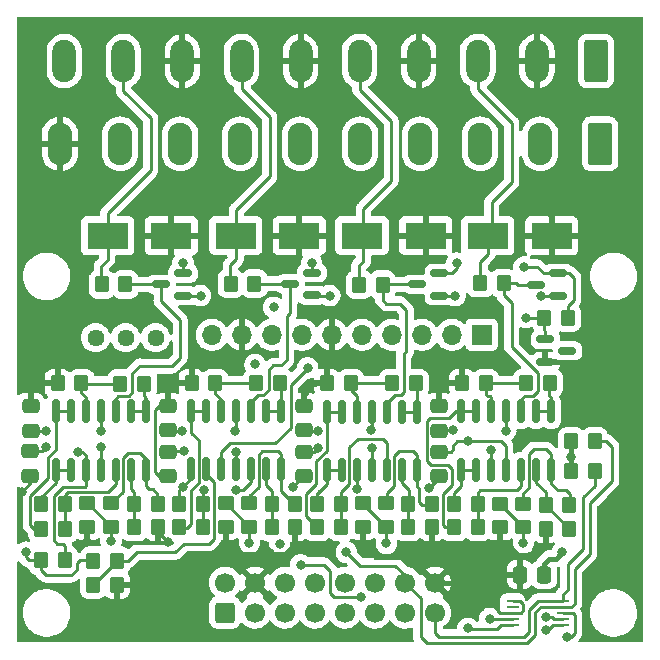
<source format=gbr>
%TF.GenerationSoftware,KiCad,Pcbnew,6.0.11+dfsg-1~bpo11+1*%
%TF.CreationDate,2023-07-05T16:39:37+02:00*%
%TF.ProjectId,ain4rib21,61696e34-7269-4623-9231-2e6b69636164,1.1*%
%TF.SameCoordinates,Original*%
%TF.FileFunction,Copper,L1,Top*%
%TF.FilePolarity,Positive*%
%FSLAX46Y46*%
G04 Gerber Fmt 4.6, Leading zero omitted, Abs format (unit mm)*
G04 Created by KiCad (PCBNEW 6.0.11+dfsg-1~bpo11+1) date 2023-07-05 16:39:37*
%MOMM*%
%LPD*%
G01*
G04 APERTURE LIST*
G04 Aperture macros list*
%AMRoundRect*
0 Rectangle with rounded corners*
0 $1 Rounding radius*
0 $2 $3 $4 $5 $6 $7 $8 $9 X,Y pos of 4 corners*
0 Add a 4 corners polygon primitive as box body*
4,1,4,$2,$3,$4,$5,$6,$7,$8,$9,$2,$3,0*
0 Add four circle primitives for the rounded corners*
1,1,$1+$1,$2,$3*
1,1,$1+$1,$4,$5*
1,1,$1+$1,$6,$7*
1,1,$1+$1,$8,$9*
0 Add four rect primitives between the rounded corners*
20,1,$1+$1,$2,$3,$4,$5,0*
20,1,$1+$1,$4,$5,$6,$7,0*
20,1,$1+$1,$6,$7,$8,$9,0*
20,1,$1+$1,$8,$9,$2,$3,0*%
G04 Aperture macros list end*
%TA.AperFunction,SMDPad,CuDef*%
%ADD10RoundRect,0.250000X-0.350000X-0.450000X0.350000X-0.450000X0.350000X0.450000X-0.350000X0.450000X0*%
%TD*%
%TA.AperFunction,SMDPad,CuDef*%
%ADD11RoundRect,0.150000X0.587500X0.150000X-0.587500X0.150000X-0.587500X-0.150000X0.587500X-0.150000X0*%
%TD*%
%TA.AperFunction,SMDPad,CuDef*%
%ADD12RoundRect,0.250000X0.475000X-0.337500X0.475000X0.337500X-0.475000X0.337500X-0.475000X-0.337500X0*%
%TD*%
%TA.AperFunction,SMDPad,CuDef*%
%ADD13RoundRect,0.250000X0.350000X0.450000X-0.350000X0.450000X-0.350000X-0.450000X0.350000X-0.450000X0*%
%TD*%
%TA.AperFunction,SMDPad,CuDef*%
%ADD14RoundRect,0.250000X-0.450000X0.350000X-0.450000X-0.350000X0.450000X-0.350000X0.450000X0.350000X0*%
%TD*%
%TA.AperFunction,ComponentPad*%
%ADD15R,1.700000X1.700000*%
%TD*%
%TA.AperFunction,ComponentPad*%
%ADD16O,1.700000X1.700000*%
%TD*%
%TA.AperFunction,SMDPad,CuDef*%
%ADD17R,3.500000X2.300000*%
%TD*%
%TA.AperFunction,ComponentPad*%
%ADD18RoundRect,0.250000X0.600000X-0.600000X0.600000X0.600000X-0.600000X0.600000X-0.600000X-0.600000X0*%
%TD*%
%TA.AperFunction,ComponentPad*%
%ADD19C,1.700000*%
%TD*%
%TA.AperFunction,ComponentPad*%
%ADD20C,1.440000*%
%TD*%
%TA.AperFunction,SMDPad,CuDef*%
%ADD21RoundRect,0.150000X-0.150000X0.825000X-0.150000X-0.825000X0.150000X-0.825000X0.150000X0.825000X0*%
%TD*%
%TA.AperFunction,ComponentPad*%
%ADD22RoundRect,0.250000X0.750000X1.550000X-0.750000X1.550000X-0.750000X-1.550000X0.750000X-1.550000X0*%
%TD*%
%TA.AperFunction,ComponentPad*%
%ADD23O,2.000000X3.600000*%
%TD*%
%TA.AperFunction,ComponentPad*%
%ADD24RoundRect,0.249999X0.790001X1.550001X-0.790001X1.550001X-0.790001X-1.550001X0.790001X-1.550001X0*%
%TD*%
%TA.AperFunction,ComponentPad*%
%ADD25O,2.080000X3.600000*%
%TD*%
%TA.AperFunction,SMDPad,CuDef*%
%ADD26RoundRect,0.150000X-0.587500X-0.150000X0.587500X-0.150000X0.587500X0.150000X-0.587500X0.150000X0*%
%TD*%
%TA.AperFunction,SMDPad,CuDef*%
%ADD27R,1.100000X0.250000*%
%TD*%
%TA.AperFunction,SMDPad,CuDef*%
%ADD28RoundRect,0.250000X-0.337500X-0.475000X0.337500X-0.475000X0.337500X0.475000X-0.337500X0.475000X0*%
%TD*%
%TA.AperFunction,ViaPad*%
%ADD29C,0.800000*%
%TD*%
%TA.AperFunction,Conductor*%
%ADD30C,0.250000*%
%TD*%
%TA.AperFunction,Conductor*%
%ADD31C,0.400000*%
%TD*%
G04 APERTURE END LIST*
D10*
%TO.P,R22,1*%
%TO.N,Net-(R16-Pad2)*%
X138390000Y-107760000D03*
%TO.P,R22,2*%
%TO.N,Net-(R22-Pad2)*%
X140390000Y-107760000D03*
%TD*%
%TO.P,R17,1*%
%TO.N,Net-(R17-Pad1)*%
X130550000Y-109870000D03*
%TO.P,R17,2*%
%TO.N,Net-(R17-Pad2)*%
X132550000Y-109870000D03*
%TD*%
D11*
%TO.P,D4,1*%
%TO.N,-12V*%
X153467500Y-90090000D03*
%TO.P,D4,2*%
%TO.N,+12V*%
X153467500Y-88190000D03*
%TO.P,D4,3*%
%TO.N,/A2I*%
X151592500Y-89140000D03*
%TD*%
D12*
%TO.P,C6,1*%
%TO.N,GNDD*%
X152770000Y-105435000D03*
%TO.P,C6,2*%
%TO.N,-12V*%
X152770000Y-103360000D03*
%TD*%
D10*
%TO.P,R1,1*%
%TO.N,/A1*%
X135670000Y-89190000D03*
%TO.P,R1,2*%
%TO.N,/A1I*%
X137670000Y-89190000D03*
%TD*%
%TO.P,R44,1*%
%TO.N,Net-(R44-Pad1)*%
X165490000Y-109730000D03*
%TO.P,R44,2*%
%TO.N,Net-(R44-Pad2)*%
X167490000Y-109730000D03*
%TD*%
D12*
%TO.P,C4,1*%
%TO.N,GNDD*%
X141300000Y-105430000D03*
%TO.P,C4,2*%
%TO.N,-12V*%
X141300000Y-103355000D03*
%TD*%
D10*
%TO.P,R6,1*%
%TO.N,/A2*%
X146580000Y-89120000D03*
%TO.P,R6,2*%
%TO.N,/A2I*%
X148580000Y-89120000D03*
%TD*%
D11*
%TO.P,D2,1*%
%TO.N,-12V*%
X142557500Y-90140000D03*
%TO.P,D2,2*%
%TO.N,+12V*%
X142557500Y-88240000D03*
%TO.P,D2,3*%
%TO.N,/A1I*%
X140682500Y-89190000D03*
%TD*%
D13*
%TO.P,R16,1*%
%TO.N,GNDD*%
X140390000Y-109730000D03*
%TO.P,R16,2*%
%TO.N,Net-(R16-Pad2)*%
X138390000Y-109730000D03*
%TD*%
%TO.P,R10,1*%
%TO.N,+12V*%
X175150000Y-92000000D03*
%TO.P,R10,2*%
%TO.N,Net-(R10-Pad2)*%
X173150000Y-92000000D03*
%TD*%
%TO.P,R5,1*%
%TO.N,Net-(R3-Pad1)*%
X145280000Y-97540000D03*
%TO.P,R5,2*%
%TO.N,GNDD*%
X143280000Y-97540000D03*
%TD*%
D10*
%TO.P,R29,1*%
%TO.N,Net-(R29-Pad1)*%
X160250000Y-97550000D03*
%TO.P,R29,2*%
%TO.N,Net-(R29-Pad2)*%
X162250000Y-97550000D03*
%TD*%
D13*
%TO.P,R12,1*%
%TO.N,Net-(R12-Pad1)*%
X136950000Y-112570000D03*
%TO.P,R12,2*%
%TO.N,Net-(R12-Pad2)*%
X134950000Y-112570000D03*
%TD*%
D14*
%TO.P,R49,1*%
%TO.N,Net-(R47-Pad2)*%
X159750000Y-107730000D03*
%TO.P,R49,2*%
%TO.N,/A3O*%
X159750000Y-109730000D03*
%TD*%
D15*
%TO.P,J1,1,Pin_1*%
%TO.N,/A4O*%
X167840000Y-93450000D03*
D16*
%TO.P,J1,2,Pin_2*%
%TO.N,/A3O*%
X165300000Y-93450000D03*
%TO.P,J1,3,Pin_3*%
%TO.N,/A2O*%
X162760000Y-93450000D03*
%TO.P,J1,4,Pin_4*%
%TO.N,/A1O*%
X160220000Y-93450000D03*
%TO.P,J1,5,Pin_5*%
%TO.N,unconnected-(J1-Pad5)*%
X157680000Y-93450000D03*
%TO.P,J1,6,Pin_6*%
%TO.N,GNDD*%
X155140000Y-93450000D03*
%TO.P,J1,7,Pin_7*%
%TO.N,/SDA*%
X152600000Y-93450000D03*
%TO.P,J1,8,Pin_8*%
%TO.N,/SCL*%
X150060000Y-93450000D03*
%TO.P,J1,9,Pin_9*%
%TO.N,GNDD*%
X147520000Y-93450000D03*
%TO.P,J1,10,Pin_10*%
%TO.N,+5V*%
X144980000Y-93450000D03*
%TD*%
D10*
%TO.P,R19,1*%
%TO.N,Net-(R19-Pad1)*%
X142230000Y-109740000D03*
%TO.P,R19,2*%
%TO.N,Net-(R19-Pad2)*%
X144230000Y-109740000D03*
%TD*%
D12*
%TO.P,C3,1*%
%TO.N,+12V*%
X141280000Y-101545000D03*
%TO.P,C3,2*%
%TO.N,GNDD*%
X141280000Y-99470000D03*
%TD*%
D10*
%TO.P,R24,1*%
%TO.N,/A4*%
X167700000Y-89080000D03*
%TO.P,R24,2*%
%TO.N,/A4I*%
X169700000Y-89080000D03*
%TD*%
D13*
%TO.P,R46,1*%
%TO.N,Net-(R44-Pad2)*%
X167490000Y-107750000D03*
%TO.P,R46,2*%
%TO.N,Net-(R46-Pad2)*%
X165490000Y-107750000D03*
%TD*%
%TO.P,R31,1*%
%TO.N,Net-(R29-Pad1)*%
X156760000Y-97550000D03*
%TO.P,R31,2*%
%TO.N,GNDD*%
X154760000Y-97550000D03*
%TD*%
D17*
%TO.P,D7,1,A1*%
%TO.N,GNDD*%
X173750000Y-85080000D03*
%TO.P,D7,2,A2*%
%TO.N,/A4*%
X168350000Y-85080000D03*
%TD*%
D12*
%TO.P,C7,1*%
%TO.N,+12V*%
X164230000Y-101565000D03*
%TO.P,C7,2*%
%TO.N,GNDD*%
X164230000Y-99490000D03*
%TD*%
D13*
%TO.P,R45,1*%
%TO.N,Net-(R42-Pad2)*%
X155910000Y-107760000D03*
%TO.P,R45,2*%
%TO.N,Net-(R45-Pad2)*%
X153910000Y-107760000D03*
%TD*%
D14*
%TO.P,R50,1*%
%TO.N,/A3O*%
X157780000Y-107730000D03*
%TO.P,R50,2*%
%TO.N,GNDD*%
X157780000Y-109730000D03*
%TD*%
D18*
%TO.P,J2,1,Pin_1*%
%TO.N,+VSW*%
X146110000Y-116972500D03*
D19*
%TO.P,J2,2,Pin_2*%
X146110000Y-114432500D03*
%TO.P,J2,3,Pin_3*%
%TO.N,Earth*%
X148650000Y-116972500D03*
%TO.P,J2,4,Pin_4*%
%TO.N,GNDD*%
X148650000Y-114432500D03*
%TO.P,J2,5,Pin_5*%
%TO.N,+12V*%
X151190000Y-116972500D03*
%TO.P,J2,6,Pin_6*%
%TO.N,-12V*%
X151190000Y-114432500D03*
%TO.P,J2,7,Pin_7*%
%TO.N,+5V*%
X153730000Y-116972500D03*
%TO.P,J2,8,Pin_8*%
%TO.N,unconnected-(J2-Pad8)*%
X153730000Y-114432500D03*
%TO.P,J2,9,Pin_9*%
%TO.N,unconnected-(J2-Pad9)*%
X156270000Y-116972500D03*
%TO.P,J2,10,Pin_10*%
%TO.N,unconnected-(J2-Pad10)*%
X156270000Y-114432500D03*
%TO.P,J2,11,Pin_11*%
%TO.N,unconnected-(J2-Pad11)*%
X158810000Y-116972500D03*
%TO.P,J2,12,Pin_12*%
%TO.N,unconnected-(J2-Pad12)*%
X158810000Y-114432500D03*
%TO.P,J2,13,Pin_13*%
%TO.N,unconnected-(J2-Pad13)*%
X161350000Y-116972500D03*
%TO.P,J2,14,Pin_14*%
%TO.N,/SDA*%
X161350000Y-114432500D03*
%TO.P,J2,15,Pin_15*%
%TO.N,/SCL*%
X163890000Y-116972500D03*
%TO.P,J2,16,Pin_16*%
%TO.N,GNDD*%
X163890000Y-114432500D03*
%TD*%
D10*
%TO.P,R42,1*%
%TO.N,Net-(R42-Pad1)*%
X153900000Y-109730000D03*
%TO.P,R42,2*%
%TO.N,Net-(R42-Pad2)*%
X155900000Y-109730000D03*
%TD*%
D13*
%TO.P,R9,1*%
%TO.N,GNDD*%
X136940000Y-114610000D03*
%TO.P,R9,2*%
%TO.N,Net-(R12-Pad1)*%
X134940000Y-114610000D03*
%TD*%
D12*
%TO.P,C1,1*%
%TO.N,+12V*%
X129640000Y-101570000D03*
%TO.P,C1,2*%
%TO.N,GNDD*%
X129640000Y-99495000D03*
%TD*%
D20*
%TO.P,RV4,1,1*%
%TO.N,/VREF*%
X135150000Y-93700000D03*
%TO.P,RV4,2,2*%
X137690000Y-93700000D03*
%TO.P,RV4,3,3*%
%TO.N,Net-(R12-Pad2)*%
X140230000Y-93700000D03*
%TD*%
D10*
%TO.P,R30,1*%
%TO.N,Net-(R30-Pad1)*%
X171600000Y-97540000D03*
%TO.P,R30,2*%
%TO.N,Net-(R30-Pad2)*%
X173600000Y-97540000D03*
%TD*%
D13*
%TO.P,R20,1*%
%TO.N,Net-(R17-Pad2)*%
X132540000Y-107810000D03*
%TO.P,R20,2*%
%TO.N,Net-(R20-Pad2)*%
X130540000Y-107810000D03*
%TD*%
D10*
%TO.P,R43,1*%
%TO.N,GNDD*%
X173240000Y-109860000D03*
%TO.P,R43,2*%
%TO.N,Net-(R43-Pad2)*%
X175240000Y-109860000D03*
%TD*%
D21*
%TO.P,U1,1*%
%TO.N,Net-(R2-Pad2)*%
X139380000Y-99935000D03*
%TO.P,U1,2,-*%
X138110000Y-99935000D03*
%TO.P,U1,3,+*%
%TO.N,/A1I*%
X136840000Y-99935000D03*
%TO.P,U1,4,V+*%
%TO.N,+12V*%
X135570000Y-99935000D03*
%TO.P,U1,5,+*%
%TO.N,Net-(R2-Pad1)*%
X134300000Y-99935000D03*
%TO.P,U1,6,-*%
%TO.N,Net-(R17-Pad1)*%
X133030000Y-99935000D03*
%TO.P,U1,7*%
X131760000Y-99935000D03*
%TO.P,U1,8*%
%TO.N,Net-(R20-Pad2)*%
X131760000Y-104885000D03*
%TO.P,U1,9,-*%
X133030000Y-104885000D03*
%TO.P,U1,10,+*%
%TO.N,/VREF*%
X134300000Y-104885000D03*
%TO.P,U1,11,V-*%
%TO.N,-12V*%
X135570000Y-104885000D03*
%TO.P,U1,12,+*%
%TO.N,Net-(R17-Pad2)*%
X136840000Y-104885000D03*
%TO.P,U1,13,-*%
%TO.N,Net-(R16-Pad2)*%
X138110000Y-104885000D03*
%TO.P,U1,14*%
%TO.N,Net-(R22-Pad2)*%
X139380000Y-104885000D03*
%TD*%
D22*
%TO.P,J3,1,Pin_1*%
%TO.N,Earth*%
X177500000Y-70277500D03*
D23*
%TO.P,J3,2,Pin_2*%
%TO.N,GNDD*%
X172500000Y-70277500D03*
%TO.P,J3,3,Pin_3*%
%TO.N,/A4*%
X167500000Y-70277500D03*
%TO.P,J3,4,Pin_4*%
%TO.N,GNDD*%
X162500000Y-70277500D03*
%TO.P,J3,5,Pin_5*%
%TO.N,/A3*%
X157500000Y-70277500D03*
%TO.P,J3,6,Pin_6*%
%TO.N,GNDD*%
X152500000Y-70277500D03*
%TO.P,J3,7,Pin_7*%
%TO.N,/A2*%
X147500000Y-70277500D03*
%TO.P,J3,8,Pin_8*%
%TO.N,GNDD*%
X142500000Y-70277500D03*
%TO.P,J3,9,Pin_9*%
%TO.N,/A1*%
X137500000Y-70277500D03*
%TO.P,J3,10,Pin_10*%
%TO.N,+VSW*%
X132500000Y-70277500D03*
%TD*%
D13*
%TO.P,R14,1*%
%TO.N,/VREF*%
X132550000Y-112550000D03*
%TO.P,R14,2*%
%TO.N,Net-(R12-Pad2)*%
X130550000Y-112550000D03*
%TD*%
D17*
%TO.P,D1,1,A1*%
%TO.N,GNDD*%
X141570000Y-85060000D03*
%TO.P,D1,2,A2*%
%TO.N,/A1*%
X136170000Y-85060000D03*
%TD*%
D12*
%TO.P,C8,1*%
%TO.N,GNDD*%
X164250000Y-105430000D03*
%TO.P,C8,2*%
%TO.N,-12V*%
X164250000Y-103355000D03*
%TD*%
D21*
%TO.P,U6,1*%
%TO.N,Net-(R30-Pad2)*%
X173720000Y-99925000D03*
%TO.P,U6,2,-*%
X172450000Y-99925000D03*
%TO.P,U6,3,+*%
%TO.N,/A4I*%
X171180000Y-99925000D03*
%TO.P,U6,4,V+*%
%TO.N,+12V*%
X169910000Y-99925000D03*
%TO.P,U6,5,+*%
%TO.N,Net-(R30-Pad1)*%
X168640000Y-99925000D03*
%TO.P,U6,6,-*%
%TO.N,Net-(R44-Pad1)*%
X167370000Y-99925000D03*
%TO.P,U6,7*%
X166100000Y-99925000D03*
%TO.P,U6,8*%
%TO.N,Net-(R46-Pad2)*%
X166100000Y-104875000D03*
%TO.P,U6,9,-*%
X167370000Y-104875000D03*
%TO.P,U6,10,+*%
%TO.N,/VREF*%
X168640000Y-104875000D03*
%TO.P,U6,11,V-*%
%TO.N,-12V*%
X169910000Y-104875000D03*
%TO.P,U6,12,+*%
%TO.N,Net-(R44-Pad2)*%
X171180000Y-104875000D03*
%TO.P,U6,13,-*%
%TO.N,Net-(R43-Pad2)*%
X172450000Y-104875000D03*
%TO.P,U6,14*%
%TO.N,Net-(R48-Pad2)*%
X173720000Y-104875000D03*
%TD*%
D10*
%TO.P,R48,1*%
%TO.N,Net-(R43-Pad2)*%
X173260000Y-107880000D03*
%TO.P,R48,2*%
%TO.N,Net-(R48-Pad2)*%
X175260000Y-107880000D03*
%TD*%
%TO.P,R3,1*%
%TO.N,Net-(R3-Pad1)*%
X148740000Y-97560000D03*
%TO.P,R3,2*%
%TO.N,Net-(R3-Pad2)*%
X150740000Y-97560000D03*
%TD*%
D13*
%TO.P,R32,1*%
%TO.N,Net-(R30-Pad1)*%
X168170000Y-97550000D03*
%TO.P,R32,2*%
%TO.N,GNDD*%
X166170000Y-97550000D03*
%TD*%
D17*
%TO.P,D5,1,A1*%
%TO.N,GNDD*%
X163100000Y-85050000D03*
%TO.P,D5,2,A2*%
%TO.N,/A3*%
X157700000Y-85050000D03*
%TD*%
D14*
%TO.P,R51,1*%
%TO.N,Net-(R48-Pad2)*%
X171370000Y-107760000D03*
%TO.P,R51,2*%
%TO.N,/A4O*%
X171370000Y-109760000D03*
%TD*%
D21*
%TO.P,U2,1*%
%TO.N,Net-(R3-Pad2)*%
X150840000Y-99895000D03*
%TO.P,U2,2,-*%
X149570000Y-99895000D03*
%TO.P,U2,3,+*%
%TO.N,/A2I*%
X148300000Y-99895000D03*
%TO.P,U2,4,V+*%
%TO.N,+12V*%
X147030000Y-99895000D03*
%TO.P,U2,5,+*%
%TO.N,Net-(R3-Pad1)*%
X145760000Y-99895000D03*
%TO.P,U2,6,-*%
%TO.N,Net-(R19-Pad1)*%
X144490000Y-99895000D03*
%TO.P,U2,7*%
X143220000Y-99895000D03*
%TO.P,U2,8*%
%TO.N,/VREF*%
X143220000Y-104845000D03*
%TO.P,U2,9,-*%
%TO.N,Net-(R12-Pad1)*%
X144490000Y-104845000D03*
%TO.P,U2,10,+*%
%TO.N,Net-(R10-Pad2)*%
X145760000Y-104845000D03*
%TO.P,U2,11,V-*%
%TO.N,-12V*%
X147030000Y-104845000D03*
%TO.P,U2,12,+*%
%TO.N,Net-(R19-Pad2)*%
X148300000Y-104845000D03*
%TO.P,U2,13,-*%
%TO.N,Net-(R18-Pad2)*%
X149570000Y-104845000D03*
%TO.P,U2,14*%
%TO.N,Net-(R23-Pad2)*%
X150840000Y-104845000D03*
%TD*%
D14*
%TO.P,R27,1*%
%TO.N,Net-(R23-Pad2)*%
X148170000Y-107720000D03*
%TO.P,R27,2*%
%TO.N,/A2O*%
X148170000Y-109720000D03*
%TD*%
D13*
%TO.P,R4,1*%
%TO.N,Net-(R2-Pad1)*%
X133940000Y-97560000D03*
%TO.P,R4,2*%
%TO.N,GNDD*%
X131940000Y-97560000D03*
%TD*%
D24*
%TO.P,J4,1,Pin_1*%
%TO.N,+VSW*%
X177860000Y-77277500D03*
D25*
%TO.P,J4,2,Pin_2*%
%TO.N,Earth*%
X172780000Y-77277500D03*
%TO.P,J4,3,Pin_3*%
%TO.N,+VSW*%
X167700000Y-77277500D03*
%TO.P,J4,4,Pin_4*%
%TO.N,Earth*%
X162620000Y-77277500D03*
%TO.P,J4,5,Pin_5*%
%TO.N,+VSW*%
X157540000Y-77277500D03*
%TO.P,J4,6,Pin_6*%
%TO.N,Earth*%
X152460000Y-77277500D03*
%TO.P,J4,7,Pin_7*%
%TO.N,+VSW*%
X147380000Y-77277500D03*
%TO.P,J4,8,Pin_8*%
%TO.N,Earth*%
X142300000Y-77277500D03*
%TO.P,J4,9,Pin_9*%
%TO.N,+VSW*%
X137220000Y-77277500D03*
%TO.P,J4,10,Pin_10*%
%TO.N,GNDD*%
X132140000Y-77277500D03*
%TD*%
D13*
%TO.P,R41,1*%
%TO.N,GNDD*%
X163620000Y-109730000D03*
%TO.P,R41,2*%
%TO.N,Net-(R41-Pad2)*%
X161620000Y-109730000D03*
%TD*%
%TO.P,R18,1*%
%TO.N,GNDD*%
X152060000Y-109730000D03*
%TO.P,R18,2*%
%TO.N,Net-(R18-Pad2)*%
X150060000Y-109730000D03*
%TD*%
D10*
%TO.P,R2,1*%
%TO.N,Net-(R2-Pad1)*%
X137240000Y-97580000D03*
%TO.P,R2,2*%
%TO.N,Net-(R2-Pad2)*%
X139240000Y-97580000D03*
%TD*%
D14*
%TO.P,R28,1*%
%TO.N,/A2O*%
X146180000Y-107720000D03*
%TO.P,R28,2*%
%TO.N,GNDD*%
X146180000Y-109720000D03*
%TD*%
D26*
%TO.P,U4,1,K*%
%TO.N,Net-(R10-Pad2)*%
X173225000Y-93850000D03*
%TO.P,U4,2,A*%
%TO.N,GNDD*%
X173225000Y-95750000D03*
%TO.P,U4,3*%
%TO.N,N/C*%
X175100000Y-94800000D03*
%TD*%
D11*
%TO.P,D6,1*%
%TO.N,-12V*%
X164255000Y-90130000D03*
%TO.P,D6,2*%
%TO.N,+12V*%
X164255000Y-88230000D03*
%TO.P,D6,3*%
%TO.N,/A3I*%
X162380000Y-89180000D03*
%TD*%
D14*
%TO.P,R25,1*%
%TO.N,Net-(R22-Pad2)*%
X136470000Y-107720000D03*
%TO.P,R25,2*%
%TO.N,/A1O*%
X136470000Y-109720000D03*
%TD*%
D13*
%TO.P,R21,1*%
%TO.N,Net-(R19-Pad2)*%
X144230000Y-107770000D03*
%TO.P,R21,2*%
%TO.N,/VREF*%
X142230000Y-107770000D03*
%TD*%
D10*
%TO.P,R47,1*%
%TO.N,Net-(R41-Pad2)*%
X161630000Y-107750000D03*
%TO.P,R47,2*%
%TO.N,Net-(R47-Pad2)*%
X163630000Y-107750000D03*
%TD*%
D27*
%TO.P,U9,1,ADDR*%
%TO.N,GNDD*%
X170450000Y-115990000D03*
%TO.P,U9,2,ALERT/RDY*%
%TO.N,unconnected-(U9-Pad2)*%
X170450000Y-116490000D03*
%TO.P,U9,3,GND*%
%TO.N,GNDD*%
X170450000Y-116990000D03*
%TO.P,U9,4,AIN0*%
%TO.N,/A1O*%
X170450000Y-117490000D03*
%TO.P,U9,5,AIN1*%
%TO.N,/A2O*%
X170450000Y-117990000D03*
%TO.P,U9,6,AIN2*%
%TO.N,/A3O*%
X174750000Y-117990000D03*
%TO.P,U9,7,AIN3*%
%TO.N,/A4O*%
X174750000Y-117490000D03*
%TO.P,U9,8,VDD*%
%TO.N,+5V*%
X174750000Y-116990000D03*
%TO.P,U9,9,SDA*%
%TO.N,/SDA*%
X174750000Y-116490000D03*
%TO.P,U9,10,SCL*%
%TO.N,/SCL*%
X174750000Y-115990000D03*
%TD*%
D17*
%TO.P,D3,1,A1*%
%TO.N,GNDD*%
X152400000Y-85050000D03*
%TO.P,D3,2,A2*%
%TO.N,/A2*%
X147000000Y-85050000D03*
%TD*%
D11*
%TO.P,D8,1*%
%TO.N,-12V*%
X174337500Y-90150000D03*
%TO.P,D8,2*%
%TO.N,+12V*%
X174337500Y-88250000D03*
%TO.P,D8,3*%
%TO.N,/A4I*%
X172462500Y-89200000D03*
%TD*%
D28*
%TO.P,C9,1*%
%TO.N,GNDD*%
X171055000Y-113750000D03*
%TO.P,C9,2*%
%TO.N,+5V*%
X173130000Y-113750000D03*
%TD*%
D14*
%TO.P,R52,1*%
%TO.N,/A4O*%
X169370000Y-107750000D03*
%TO.P,R52,2*%
%TO.N,GNDD*%
X169370000Y-109750000D03*
%TD*%
D21*
%TO.P,U5,1*%
%TO.N,Net-(R29-Pad2)*%
X162330000Y-99975000D03*
%TO.P,U5,2,-*%
X161060000Y-99975000D03*
%TO.P,U5,3,+*%
%TO.N,/A3I*%
X159790000Y-99975000D03*
%TO.P,U5,4,V+*%
%TO.N,+12V*%
X158520000Y-99975000D03*
%TO.P,U5,5,+*%
%TO.N,Net-(R29-Pad1)*%
X157250000Y-99975000D03*
%TO.P,U5,6,-*%
%TO.N,Net-(R42-Pad1)*%
X155980000Y-99975000D03*
%TO.P,U5,7*%
X154710000Y-99975000D03*
%TO.P,U5,8*%
%TO.N,Net-(R45-Pad2)*%
X154710000Y-104925000D03*
%TO.P,U5,9,-*%
X155980000Y-104925000D03*
%TO.P,U5,10,+*%
%TO.N,/VREF*%
X157250000Y-104925000D03*
%TO.P,U5,11,V-*%
%TO.N,-12V*%
X158520000Y-104925000D03*
%TO.P,U5,12,+*%
%TO.N,Net-(R42-Pad2)*%
X159790000Y-104925000D03*
%TO.P,U5,13,-*%
%TO.N,Net-(R41-Pad2)*%
X161060000Y-104925000D03*
%TO.P,U5,14*%
%TO.N,Net-(R47-Pad2)*%
X162330000Y-104925000D03*
%TD*%
D10*
%TO.P,R23,1*%
%TO.N,Net-(R18-Pad2)*%
X150050000Y-107760000D03*
%TO.P,R23,2*%
%TO.N,Net-(R23-Pad2)*%
X152050000Y-107760000D03*
%TD*%
D12*
%TO.P,C5,1*%
%TO.N,+12V*%
X152780000Y-101550000D03*
%TO.P,C5,2*%
%TO.N,GNDD*%
X152780000Y-99475000D03*
%TD*%
D14*
%TO.P,R26,1*%
%TO.N,/A1O*%
X134460000Y-107720000D03*
%TO.P,R26,2*%
%TO.N,GNDD*%
X134460000Y-109720000D03*
%TD*%
D10*
%TO.P,R15,1*%
%TO.N,/A3*%
X157440000Y-89200000D03*
%TO.P,R15,2*%
%TO.N,/A3I*%
X159440000Y-89200000D03*
%TD*%
D12*
%TO.P,C2,1*%
%TO.N,GNDD*%
X129630000Y-105395000D03*
%TO.P,C2,2*%
%TO.N,-12V*%
X129630000Y-103320000D03*
%TD*%
D13*
%TO.P,R54,1*%
%TO.N,/SDA*%
X177410000Y-102470000D03*
%TO.P,R54,2*%
%TO.N,+5V*%
X175410000Y-102470000D03*
%TD*%
%TO.P,R53,1*%
%TO.N,/SCL*%
X177410000Y-104960000D03*
%TO.P,R53,2*%
%TO.N,+5V*%
X175410000Y-104960000D03*
%TD*%
D29*
%TO.N,+12V*%
X142550000Y-87380000D03*
X171420000Y-87710000D03*
X135580000Y-101610000D03*
X165430000Y-101540000D03*
X165730000Y-87390000D03*
X146960000Y-101590000D03*
X158430000Y-101540000D03*
X153430000Y-87380000D03*
X153985500Y-101580000D03*
X142495500Y-101598469D03*
X130970000Y-101590000D03*
X169870000Y-101560000D03*
%TO.N,GNDD*%
X141250000Y-110975500D03*
X164570000Y-97630000D03*
X128880000Y-106780000D03*
X130030000Y-97680000D03*
X153130000Y-97740000D03*
X149870000Y-111930000D03*
X169440000Y-111360000D03*
X163560000Y-111370000D03*
X166050000Y-114410000D03*
X151820000Y-106320000D03*
X157780000Y-111260000D03*
X175375000Y-97050000D03*
X141620000Y-97760000D03*
X163400000Y-106420000D03*
X134450000Y-111000000D03*
%TO.N,-12V*%
X158510000Y-103000000D03*
X130957701Y-102957701D03*
X172830000Y-90130000D03*
X135570000Y-102950000D03*
X147020000Y-103374500D03*
X142620000Y-103300000D03*
X166700000Y-102460000D03*
X154970000Y-90130000D03*
X153959575Y-103004075D03*
X165570000Y-90130000D03*
X144030000Y-90130000D03*
%TO.N,+5V*%
X174660000Y-111840000D03*
X175410000Y-103760000D03*
X175020000Y-119050000D03*
%TO.N,/A4O*%
X171370000Y-111090000D03*
X173250000Y-117340000D03*
%TO.N,/A3O*%
X159760000Y-111110000D03*
X173280000Y-118470000D03*
%TO.N,/A2O*%
X148650000Y-95950000D03*
X166670000Y-118305500D03*
X148170000Y-111050000D03*
%TO.N,/A1O*%
X150225000Y-91125000D03*
X136450000Y-110950000D03*
X168520000Y-117490000D03*
%TO.N,/SDA*%
X156375000Y-111875000D03*
%TO.N,/SCL*%
X157620000Y-115690000D03*
X150725000Y-111125000D03*
X152500000Y-112925000D03*
%TO.N,/VREF*%
X133650000Y-103350000D03*
X157240000Y-106490000D03*
X168620000Y-103240000D03*
X142540000Y-106300000D03*
%TO.N,Net-(R10-Pad2)*%
X153100000Y-96250000D03*
X171600000Y-92000000D03*
%TO.N,Net-(R12-Pad2)*%
X129250000Y-111850000D03*
%TO.N,Net-(R19-Pad2)*%
X147060000Y-106600000D03*
X144340000Y-106560000D03*
%TD*%
D30*
%TO.N,+12V*%
X129640000Y-101570000D02*
X130950000Y-101570000D01*
X169870000Y-99965000D02*
X169910000Y-99925000D01*
X165430000Y-101540000D02*
X164255000Y-101540000D01*
X147030000Y-101520000D02*
X146960000Y-101590000D01*
X165730000Y-87830000D02*
X165730000Y-87390000D01*
X152810000Y-101580000D02*
X152780000Y-101550000D01*
X135580000Y-101610000D02*
X135580000Y-99945000D01*
X164255000Y-101540000D02*
X164230000Y-101565000D01*
X141333469Y-101598469D02*
X141280000Y-101545000D01*
X147030000Y-99895000D02*
X147030000Y-101520000D01*
X153430000Y-88152500D02*
X153467500Y-88190000D01*
X171420000Y-87710000D02*
X172540000Y-87710000D01*
X158520000Y-99975000D02*
X158520000Y-101450000D01*
X175640000Y-90480000D02*
X175140000Y-90980000D01*
X172540000Y-87710000D02*
X173080000Y-88250000D01*
X153985500Y-101580000D02*
X152810000Y-101580000D01*
X174337500Y-88250000D02*
X175260000Y-88250000D01*
X135580000Y-99945000D02*
X135570000Y-99935000D01*
X165330000Y-88230000D02*
X165730000Y-87830000D01*
X142495500Y-101598469D02*
X141333469Y-101598469D01*
X142557500Y-87387500D02*
X142550000Y-87380000D01*
X175140000Y-90980000D02*
X175140000Y-91990000D01*
X164255000Y-88230000D02*
X165330000Y-88230000D01*
X175640000Y-88630000D02*
X175640000Y-90480000D01*
X158520000Y-101450000D02*
X158430000Y-101540000D01*
X173080000Y-88250000D02*
X174337500Y-88250000D01*
X175140000Y-91990000D02*
X175150000Y-92000000D01*
X153430000Y-87380000D02*
X153430000Y-88152500D01*
X169870000Y-101560000D02*
X169870000Y-99965000D01*
X142557500Y-88240000D02*
X142557500Y-87387500D01*
X130950000Y-101570000D02*
X130970000Y-101590000D01*
X175260000Y-88250000D02*
X175640000Y-88630000D01*
%TO.N,GNDD*%
X174775000Y-95750000D02*
X175375000Y-96350000D01*
X169410000Y-116990000D02*
X168005000Y-115585000D01*
X151170000Y-111930000D02*
X149870000Y-111930000D01*
X170450000Y-116990000D02*
X171160000Y-116990000D01*
X140140000Y-105040000D02*
X140140000Y-99850000D01*
X168005000Y-115585000D02*
X168005000Y-114715000D01*
X153130000Y-97740000D02*
X153760000Y-97740000D01*
X173240000Y-109860000D02*
X173240000Y-111360000D01*
X146180000Y-109720000D02*
X146180000Y-111650000D01*
X152060000Y-109800000D02*
X152060000Y-111040000D01*
X158840000Y-112320000D02*
X161180000Y-112320000D01*
X170450000Y-116990000D02*
X169410000Y-116990000D01*
X169370000Y-109750000D02*
X169370000Y-111290000D01*
X171370000Y-116780000D02*
X171370000Y-116250000D01*
D31*
X141840000Y-97540000D02*
X141620000Y-97760000D01*
X129640000Y-99495000D02*
X129640000Y-98070000D01*
D30*
X157780000Y-109730000D02*
X157780000Y-111260000D01*
D31*
X165547500Y-114432500D02*
X163890000Y-114432500D01*
D30*
X140380000Y-110105500D02*
X141250000Y-110975500D01*
D31*
X130150000Y-97560000D02*
X130030000Y-97680000D01*
X141280000Y-98100000D02*
X141620000Y-97760000D01*
X141280000Y-99470000D02*
X141280000Y-99813261D01*
D30*
X129630000Y-105395000D02*
X129630000Y-106030000D01*
X129630000Y-106030000D02*
X128880000Y-106780000D01*
X154760000Y-97550000D02*
X153950000Y-97550000D01*
X170890000Y-112000000D02*
X170250000Y-111360000D01*
X170250000Y-111360000D02*
X169440000Y-111360000D01*
X171160000Y-116990000D02*
X171370000Y-116780000D01*
X146180000Y-111650000D02*
X146460000Y-111930000D01*
X141300000Y-105430000D02*
X141280000Y-105450000D01*
X173225000Y-95750000D02*
X174775000Y-95750000D01*
X141280000Y-105450000D02*
X140550000Y-105450000D01*
D31*
X143280000Y-97540000D02*
X141840000Y-97540000D01*
D30*
X140550000Y-105450000D02*
X140140000Y-105040000D01*
X164230000Y-99490000D02*
X164230000Y-97970000D01*
X173240000Y-111360000D02*
X172600000Y-112000000D01*
X170450000Y-115990000D02*
X171110000Y-115990000D01*
X152705000Y-105435000D02*
X151820000Y-106320000D01*
X152780000Y-99475000D02*
X152780000Y-98640000D01*
X152770000Y-105435000D02*
X152705000Y-105435000D01*
X146460000Y-111930000D02*
X149870000Y-111930000D01*
X171110000Y-115990000D02*
X171370000Y-116250000D01*
X169370000Y-111290000D02*
X169440000Y-111360000D01*
X153130000Y-97740000D02*
X153120000Y-97750000D01*
X153120000Y-97750000D02*
X153120000Y-98300000D01*
X140380000Y-109810000D02*
X140380000Y-110105500D01*
X172600000Y-112000000D02*
X170890000Y-112000000D01*
D31*
X165570000Y-114410000D02*
X166050000Y-114410000D01*
D30*
X164650000Y-97550000D02*
X164570000Y-97630000D01*
X164250000Y-105570000D02*
X163400000Y-106420000D01*
X163630000Y-109820000D02*
X163630000Y-111300000D01*
X158315000Y-111795000D02*
X158840000Y-112320000D01*
D31*
X131940000Y-97560000D02*
X130150000Y-97560000D01*
D30*
X164230000Y-97970000D02*
X164570000Y-97630000D01*
X166050000Y-114410000D02*
X167700000Y-114410000D01*
X163630000Y-111300000D02*
X163560000Y-111370000D01*
X140140000Y-99850000D02*
X140520000Y-99470000D01*
X140380000Y-109810000D02*
X140380000Y-109980000D01*
X175375000Y-96350000D02*
X175375000Y-97050000D01*
X161180000Y-112320000D02*
X162130000Y-111370000D01*
X152060000Y-111040000D02*
X151170000Y-111930000D01*
X169440000Y-111360000D02*
X163570000Y-111360000D01*
D31*
X165570000Y-114410000D02*
X165547500Y-114432500D01*
D30*
X134460000Y-110990000D02*
X134450000Y-111000000D01*
X134460000Y-109720000D02*
X134460000Y-110990000D01*
X153760000Y-97740000D02*
X153950000Y-97550000D01*
X140520000Y-99470000D02*
X141280000Y-99470000D01*
D31*
X129640000Y-98070000D02*
X130030000Y-97680000D01*
D30*
X166170000Y-97550000D02*
X164650000Y-97550000D01*
X152780000Y-98640000D02*
X153120000Y-98300000D01*
X162130000Y-111370000D02*
X163560000Y-111370000D01*
D31*
X141280000Y-99470000D02*
X141280000Y-98100000D01*
D30*
X157780000Y-111260000D02*
X158315000Y-111795000D01*
X164250000Y-105430000D02*
X164250000Y-105570000D01*
X163570000Y-111360000D02*
X163560000Y-111370000D01*
X167700000Y-114410000D02*
X168005000Y-114715000D01*
%TO.N,-12V*%
X172850000Y-90150000D02*
X172830000Y-90130000D01*
X165570000Y-90130000D02*
X164255000Y-90130000D01*
X169860000Y-104825000D02*
X169910000Y-104875000D01*
X154970000Y-90130000D02*
X153507500Y-90130000D01*
X169470000Y-102460000D02*
X169860000Y-102850000D01*
X153507500Y-90130000D02*
X153467500Y-90090000D01*
X174337500Y-90150000D02*
X172850000Y-90150000D01*
X147020000Y-103374500D02*
X147020000Y-104835000D01*
X165390000Y-102850000D02*
X165390000Y-103160000D01*
X165195000Y-103355000D02*
X164250000Y-103355000D01*
X129630000Y-103320000D02*
X130595402Y-103320000D01*
X135570000Y-102950000D02*
X135570000Y-104885000D01*
X165780000Y-102460000D02*
X165390000Y-102850000D01*
X158510000Y-103000000D02*
X158510000Y-104915000D01*
X130595402Y-103320000D02*
X130957701Y-102957701D01*
X142567500Y-90130000D02*
X142557500Y-90140000D01*
X158510000Y-104915000D02*
X158520000Y-104925000D01*
X142620000Y-103300000D02*
X141355000Y-103300000D01*
X144030000Y-90130000D02*
X142567500Y-90130000D01*
X147020000Y-104835000D02*
X147030000Y-104845000D01*
X165390000Y-103160000D02*
X165195000Y-103355000D01*
X141355000Y-103300000D02*
X141300000Y-103355000D01*
X166700000Y-102460000D02*
X165780000Y-102460000D01*
X169860000Y-102850000D02*
X169860000Y-104825000D01*
X153603650Y-103360000D02*
X153959575Y-103004075D01*
X152770000Y-103360000D02*
X153603650Y-103360000D01*
X166700000Y-102460000D02*
X169470000Y-102460000D01*
D31*
%TO.N,+5V*%
X174660000Y-111840000D02*
X174660000Y-111850000D01*
X173570000Y-112400000D02*
X173130000Y-112840000D01*
X173130000Y-112840000D02*
X173130000Y-113750000D01*
X175410000Y-103760000D02*
X175410000Y-104960000D01*
X174660000Y-111850000D02*
X174110000Y-112400000D01*
D30*
X175380000Y-119050000D02*
X175710000Y-118720000D01*
X175710000Y-117150000D02*
X175550000Y-116990000D01*
X175710000Y-118720000D02*
X175710000Y-117150000D01*
X175020000Y-119050000D02*
X175380000Y-119050000D01*
D31*
X174110000Y-112400000D02*
X173570000Y-112400000D01*
X175410000Y-103760000D02*
X175410000Y-102470000D01*
D30*
X175550000Y-116990000D02*
X174750000Y-116990000D01*
%TO.N,/A1*%
X137500000Y-70277500D02*
X137500000Y-72810000D01*
X135640000Y-87610000D02*
X135640000Y-89160000D01*
X136170000Y-83130000D02*
X136170000Y-85060000D01*
X139830000Y-79470000D02*
X136170000Y-83130000D01*
X136170000Y-85060000D02*
X136170000Y-87080000D01*
X139830000Y-75140000D02*
X139830000Y-79470000D01*
X135640000Y-89160000D02*
X135670000Y-89190000D01*
X136170000Y-87080000D02*
X135640000Y-87610000D01*
X137500000Y-72810000D02*
X139830000Y-75140000D01*
%TO.N,/A1I*%
X137670000Y-89190000D02*
X140682500Y-89190000D01*
X137085000Y-98605000D02*
X137985000Y-98605000D01*
X141600000Y-96100000D02*
X142300000Y-95400000D01*
X138900000Y-96100000D02*
X141600000Y-96100000D01*
X136840000Y-99935000D02*
X136840000Y-98850000D01*
X140682500Y-90582500D02*
X140682500Y-89190000D01*
X136840000Y-98850000D02*
X137085000Y-98605000D01*
X142300000Y-95400000D02*
X142300000Y-92200000D01*
X142300000Y-92200000D02*
X140682500Y-90582500D01*
X138260000Y-98330000D02*
X138260000Y-96720000D01*
X138260000Y-96720000D02*
X138890000Y-96090000D01*
X138890000Y-96090000D02*
X138900000Y-96100000D01*
X137985000Y-98605000D02*
X138260000Y-98330000D01*
%TO.N,/A2*%
X146550000Y-87550000D02*
X146550000Y-89090000D01*
X147500000Y-72620000D02*
X147500000Y-70277500D01*
X147060000Y-82890000D02*
X149910000Y-80040000D01*
X149910000Y-75030000D02*
X147500000Y-72620000D01*
X149910000Y-80040000D02*
X149910000Y-75030000D01*
X147060000Y-87040000D02*
X146550000Y-87550000D01*
X147060000Y-85060000D02*
X147060000Y-87040000D01*
X147060000Y-85060000D02*
X147060000Y-82890000D01*
X146550000Y-89090000D02*
X146580000Y-89120000D01*
%TO.N,/A2I*%
X151330000Y-95570000D02*
X151330000Y-91870000D01*
X150850000Y-96050000D02*
X151330000Y-95570000D01*
X148580000Y-89120000D02*
X149780000Y-89120000D01*
X149815000Y-98098173D02*
X149815000Y-96415000D01*
X148300000Y-99895000D02*
X148300000Y-99140000D01*
X148300000Y-99140000D02*
X148855000Y-98585000D01*
X150180000Y-96050000D02*
X150850000Y-96050000D01*
X149800000Y-89140000D02*
X149780000Y-89120000D01*
X148855000Y-98585000D02*
X149328173Y-98585000D01*
X149328173Y-98585000D02*
X149815000Y-98098173D01*
X151592500Y-91607500D02*
X151592500Y-89140000D01*
X149815000Y-96415000D02*
X150180000Y-96050000D01*
X151592500Y-89140000D02*
X149800000Y-89140000D01*
X151330000Y-91870000D02*
X151592500Y-91607500D01*
%TO.N,/A3*%
X157430000Y-89190000D02*
X157440000Y-89200000D01*
X160160000Y-75350000D02*
X160160000Y-80440000D01*
X160160000Y-80440000D02*
X157820000Y-82780000D01*
X157500000Y-70277500D02*
X157500000Y-72690000D01*
X157820000Y-82780000D02*
X157820000Y-85070000D01*
X157430000Y-87600000D02*
X157430000Y-89190000D01*
X157820000Y-87210000D02*
X157430000Y-87600000D01*
X157500000Y-72690000D02*
X160160000Y-75350000D01*
X157820000Y-85070000D02*
X157820000Y-87210000D01*
%TO.N,/A3I*%
X159770000Y-90820000D02*
X159440000Y-90490000D01*
X159460000Y-89180000D02*
X159440000Y-89200000D01*
X159440000Y-90490000D02*
X159440000Y-89200000D01*
X162380000Y-89180000D02*
X159460000Y-89180000D01*
X159790000Y-99260000D02*
X160475000Y-98575000D01*
X160985000Y-98575000D02*
X161240000Y-98320000D01*
X161460000Y-94850000D02*
X161460000Y-91380000D01*
X161460000Y-91380000D02*
X160900000Y-90820000D01*
X160475000Y-98575000D02*
X160985000Y-98575000D01*
X159790000Y-99975000D02*
X159790000Y-99260000D01*
X160900000Y-90820000D02*
X159770000Y-90820000D01*
X161240000Y-98320000D02*
X161240000Y-95070000D01*
X161240000Y-95070000D02*
X161460000Y-94850000D01*
%TO.N,/A4*%
X170390000Y-80530000D02*
X168830000Y-82090000D01*
X168680000Y-85080000D02*
X168680000Y-82240000D01*
X167700000Y-87300000D02*
X167700000Y-89080000D01*
X168350000Y-86650000D02*
X167700000Y-87300000D01*
X168350000Y-85080000D02*
X168350000Y-86650000D01*
X170390000Y-75540000D02*
X170390000Y-80530000D01*
X167500000Y-72650000D02*
X170390000Y-75540000D01*
X168680000Y-82240000D02*
X168830000Y-82090000D01*
X167500000Y-70277500D02*
X167500000Y-72650000D01*
%TO.N,/A4I*%
X169700000Y-90100000D02*
X170360000Y-90760000D01*
X172600000Y-98200000D02*
X172200000Y-98600000D01*
X171180000Y-98920000D02*
X171180000Y-99925000D01*
X172200000Y-98600000D02*
X171500000Y-98600000D01*
X171500000Y-98600000D02*
X171180000Y-98920000D01*
X170360000Y-94460000D02*
X172600000Y-96700000D01*
X169700000Y-89080000D02*
X169700000Y-90100000D01*
X172600000Y-96700000D02*
X172600000Y-98200000D01*
X170900000Y-89200000D02*
X172462500Y-89200000D01*
X169700000Y-89080000D02*
X170780000Y-89080000D01*
X170360000Y-90760000D02*
X170360000Y-94460000D01*
X170780000Y-89080000D02*
X170900000Y-89200000D01*
%TO.N,/A4O*%
X171370000Y-109760000D02*
X171370000Y-111090000D01*
X173250000Y-117340000D02*
X173820000Y-117340000D01*
X173820000Y-117340000D02*
X173970000Y-117490000D01*
X173970000Y-117490000D02*
X174750000Y-117490000D01*
X169370000Y-107750000D02*
X169370000Y-107760000D01*
X169370000Y-107760000D02*
X171370000Y-109760000D01*
%TO.N,/A3O*%
X157780000Y-107760000D02*
X159750000Y-109730000D01*
X173280000Y-118470000D02*
X173430000Y-118470000D01*
X173430000Y-118470000D02*
X173910000Y-117990000D01*
X159750000Y-109730000D02*
X159750000Y-111100000D01*
X159750000Y-111100000D02*
X159760000Y-111110000D01*
X173910000Y-117990000D02*
X174750000Y-117990000D01*
X157780000Y-107730000D02*
X157780000Y-107760000D01*
%TO.N,/A2O*%
X146180000Y-107720000D02*
X146180000Y-107730000D01*
X169090000Y-118370000D02*
X166734500Y-118370000D01*
X169470000Y-117990000D02*
X169090000Y-118370000D01*
X170450000Y-117990000D02*
X169470000Y-117990000D01*
X146180000Y-107730000D02*
X148170000Y-109720000D01*
X148170000Y-109720000D02*
X148170000Y-111050000D01*
X166734500Y-118370000D02*
X166670000Y-118305500D01*
%TO.N,/A1O*%
X136470000Y-110930000D02*
X136450000Y-110950000D01*
X134470000Y-107720000D02*
X136470000Y-109720000D01*
X170450000Y-117490000D02*
X168520000Y-117490000D01*
X136470000Y-109720000D02*
X136470000Y-110930000D01*
X134460000Y-107720000D02*
X134470000Y-107720000D01*
%TO.N,/SDA*%
X175700000Y-113270000D02*
X175700000Y-116220000D01*
X162660000Y-119010000D02*
X163180000Y-119530000D01*
X178850000Y-105850000D02*
X176974847Y-107725153D01*
X156375000Y-111875000D02*
X157500000Y-113000000D01*
X175430000Y-116490000D02*
X174750000Y-116490000D01*
X161350000Y-114432500D02*
X162660000Y-115742500D01*
X160525000Y-113000000D02*
X161325000Y-113800000D01*
X178395000Y-102470000D02*
X178850000Y-102925000D01*
X176974847Y-111999847D02*
X176970153Y-111999847D01*
X175700000Y-116220000D02*
X175430000Y-116490000D01*
X171670000Y-119530000D02*
X172360000Y-118840000D01*
X172360000Y-116960000D02*
X172830000Y-116490000D01*
X176970153Y-111999847D02*
X175700000Y-113270000D01*
X163180000Y-119530000D02*
X171670000Y-119530000D01*
X172360000Y-118840000D02*
X172360000Y-116960000D01*
X157500000Y-113000000D02*
X160525000Y-113000000D01*
X178850000Y-102925000D02*
X178850000Y-105850000D01*
X162660000Y-115742500D02*
X162660000Y-119010000D01*
X176974847Y-107725153D02*
X176974847Y-111999847D01*
X172830000Y-116490000D02*
X174750000Y-116490000D01*
X177410000Y-102470000D02*
X178395000Y-102470000D01*
%TO.N,/SCL*%
X171420000Y-119030000D02*
X171840000Y-118610000D01*
X177410000Y-104960000D02*
X177410000Y-106215000D01*
X164260000Y-119030000D02*
X171420000Y-119030000D01*
X176422500Y-111597500D02*
X175120000Y-112900000D01*
X171840000Y-118610000D02*
X171840000Y-116720000D01*
X157620000Y-115690000D02*
X155360000Y-115690000D01*
X175120000Y-112900000D02*
X175120000Y-115040000D01*
X163890000Y-116972500D02*
X163890000Y-118660000D01*
X172570000Y-115990000D02*
X174750000Y-115990000D01*
X177410000Y-106215000D02*
X176422500Y-107202500D01*
X176422500Y-107202500D02*
X176422500Y-111597500D01*
X155360000Y-115690000D02*
X155010000Y-115340000D01*
X155010000Y-115340000D02*
X155010000Y-113480000D01*
X174750000Y-115410000D02*
X175120000Y-115040000D01*
X171840000Y-116720000D02*
X172570000Y-115990000D01*
X155010000Y-113480000D02*
X154455000Y-112925000D01*
X163890000Y-118660000D02*
X164260000Y-119030000D01*
X174750000Y-115990000D02*
X174750000Y-115410000D01*
X154455000Y-112925000D02*
X152500000Y-112925000D01*
%TO.N,Net-(R2-Pad1)*%
X133940000Y-98380000D02*
X134300000Y-98740000D01*
X137240000Y-97580000D02*
X133960000Y-97580000D01*
X133940000Y-97560000D02*
X133940000Y-98380000D01*
X133960000Y-97580000D02*
X133940000Y-97560000D01*
X134300000Y-98740000D02*
X134300000Y-99935000D01*
%TO.N,Net-(R2-Pad2)*%
X139240000Y-98650000D02*
X139240000Y-97580000D01*
X138110000Y-99935000D02*
X139380000Y-99935000D01*
X139380000Y-99935000D02*
X139380000Y-98790000D01*
X139380000Y-98790000D02*
X139240000Y-98650000D01*
%TO.N,Net-(R3-Pad1)*%
X145280000Y-98450000D02*
X145280000Y-97540000D01*
X145760000Y-98930000D02*
X145280000Y-98450000D01*
X145760000Y-99895000D02*
X145760000Y-98930000D01*
X148740000Y-97560000D02*
X145300000Y-97560000D01*
X145300000Y-97560000D02*
X145280000Y-97540000D01*
%TO.N,Net-(R3-Pad2)*%
X150840000Y-99895000D02*
X150840000Y-97660000D01*
X150840000Y-97660000D02*
X150740000Y-97560000D01*
X149570000Y-99895000D02*
X150840000Y-99895000D01*
%TO.N,/VREF*%
X132396827Y-106340000D02*
X131615000Y-107121827D01*
X168640000Y-104875000D02*
X168640000Y-103260000D01*
X168640000Y-103260000D02*
X168620000Y-103240000D01*
X134300000Y-103650000D02*
X134300000Y-104885000D01*
X132350000Y-111150000D02*
X132550000Y-111350000D01*
X131615000Y-107121827D02*
X131615000Y-110865000D01*
X157240000Y-106490000D02*
X157240000Y-104935000D01*
X157240000Y-104935000D02*
X157250000Y-104925000D01*
X143220000Y-105620000D02*
X142540000Y-106300000D01*
X132550000Y-111350000D02*
X132550000Y-112550000D01*
X131615000Y-110865000D02*
X131900000Y-111150000D01*
X142230000Y-107770000D02*
X142230000Y-106610000D01*
X131900000Y-111150000D02*
X132350000Y-111150000D01*
X134300000Y-106280000D02*
X134240000Y-106340000D01*
X134240000Y-106340000D02*
X132396827Y-106340000D01*
X142230000Y-106610000D02*
X142540000Y-106300000D01*
X134000000Y-103350000D02*
X134300000Y-103650000D01*
X143220000Y-104845000D02*
X143220000Y-105620000D01*
X134300000Y-104885000D02*
X134300000Y-106280000D01*
X133650000Y-103350000D02*
X134000000Y-103350000D01*
%TO.N,Net-(R20-Pad2)*%
X133030000Y-104885000D02*
X131760000Y-104885000D01*
X130540000Y-107200000D02*
X131760000Y-105980000D01*
X130540000Y-107810000D02*
X130540000Y-107200000D01*
X131760000Y-105980000D02*
X131760000Y-104885000D01*
%TO.N,Net-(R12-Pad1)*%
X144710000Y-111150000D02*
X145155000Y-110705000D01*
X141910000Y-111860000D02*
X142620000Y-111150000D01*
X136950000Y-112600000D02*
X134940000Y-114610000D01*
X137920000Y-112570000D02*
X138630000Y-111860000D01*
X142620000Y-111150000D02*
X144710000Y-111150000D01*
X136950000Y-112570000D02*
X137920000Y-112570000D01*
X145200000Y-106910000D02*
X145155000Y-106955000D01*
X144490000Y-104845000D02*
X144490000Y-105221751D01*
X138630000Y-111860000D02*
X141910000Y-111860000D01*
X145155000Y-106955000D02*
X145155000Y-110705000D01*
X144490000Y-105221751D02*
X145200000Y-105931751D01*
X136950000Y-112570000D02*
X136950000Y-112600000D01*
X145200000Y-105931751D02*
X145200000Y-106910000D01*
%TO.N,Net-(R10-Pad2)*%
X173150000Y-92000000D02*
X171600000Y-92000000D01*
X146520000Y-102650000D02*
X145760000Y-103410000D01*
X151665000Y-101325000D02*
X150340000Y-102650000D01*
X145760000Y-103410000D02*
X145760000Y-104845000D01*
X150340000Y-102650000D02*
X146520000Y-102650000D01*
X173225000Y-93850000D02*
X173225000Y-93125000D01*
X151665000Y-97885000D02*
X151665000Y-97685000D01*
X151665000Y-97885000D02*
X151665000Y-101325000D01*
X173150000Y-92000000D02*
X173150000Y-93050000D01*
X151665000Y-97685000D02*
X153100000Y-96250000D01*
X173225000Y-93125000D02*
X173150000Y-93050000D01*
%TO.N,Net-(R45-Pad2)*%
X153900000Y-107830000D02*
X153900000Y-106900000D01*
X153900000Y-106900000D02*
X154080000Y-106720000D01*
X154710000Y-106090000D02*
X154575000Y-106225000D01*
X153900000Y-106900000D02*
X154575000Y-106225000D01*
X154575000Y-106225000D02*
X154080000Y-106720000D01*
X154710000Y-104925000D02*
X154710000Y-106090000D01*
X155980000Y-104925000D02*
X154710000Y-104925000D01*
X154080000Y-106720000D02*
X153890000Y-106910000D01*
%TO.N,Net-(R12-Pad2)*%
X129500000Y-112550000D02*
X129250000Y-112300000D01*
X130550000Y-113400000D02*
X130950000Y-113800000D01*
X133070000Y-113800000D02*
X133540000Y-113330000D01*
X133540000Y-113330000D02*
X133540000Y-112810000D01*
X133800000Y-112550000D02*
X134930000Y-112550000D01*
X130550000Y-112550000D02*
X130550000Y-113400000D01*
X130950000Y-113800000D02*
X133070000Y-113800000D01*
X129250000Y-112300000D02*
X129250000Y-111850000D01*
X133540000Y-112810000D02*
X133800000Y-112550000D01*
X130550000Y-112550000D02*
X129500000Y-112550000D01*
X134930000Y-112550000D02*
X134950000Y-112570000D01*
%TO.N,Net-(R46-Pad2)*%
X166100000Y-106270000D02*
X166100000Y-104875000D01*
X165490000Y-106880000D02*
X166100000Y-106270000D01*
X165490000Y-107750000D02*
X165490000Y-106880000D01*
X167370000Y-104875000D02*
X166100000Y-104875000D01*
%TO.N,Net-(R16-Pad2)*%
X138380000Y-107820000D02*
X138380000Y-109810000D01*
X138380000Y-106790000D02*
X138110000Y-106520000D01*
X138380000Y-107820000D02*
X138380000Y-106790000D01*
X138110000Y-104885000D02*
X138110000Y-106520000D01*
%TO.N,Net-(R17-Pad1)*%
X129615000Y-109595000D02*
X129615000Y-107121827D01*
X131760000Y-99935000D02*
X131760000Y-103180000D01*
X131135000Y-105601827D02*
X131135000Y-103805000D01*
X131760000Y-103180000D02*
X131135000Y-103805000D01*
X129890000Y-109870000D02*
X129615000Y-109595000D01*
X129615000Y-107121827D02*
X131135000Y-105601827D01*
X130550000Y-109870000D02*
X129890000Y-109870000D01*
X133030000Y-99935000D02*
X131760000Y-99935000D01*
%TO.N,Net-(R17-Pad2)*%
X132550000Y-109870000D02*
X132550000Y-107820000D01*
X132550000Y-107820000D02*
X132540000Y-107810000D01*
X132540000Y-107810000D02*
X132540000Y-107020000D01*
X136840000Y-104885000D02*
X136840000Y-106110000D01*
X136160000Y-106790000D02*
X132770000Y-106790000D01*
X132540000Y-107020000D02*
X132770000Y-106790000D01*
X136840000Y-106110000D02*
X136160000Y-106790000D01*
%TO.N,Net-(R18-Pad2)*%
X150060000Y-106640000D02*
X150060000Y-107820000D01*
X149570000Y-104845000D02*
X149570000Y-106150000D01*
X150050000Y-107830000D02*
X150050000Y-109790000D01*
X149570000Y-106150000D02*
X150060000Y-106640000D01*
%TO.N,Net-(R19-Pad1)*%
X142880000Y-109810000D02*
X142230000Y-109810000D01*
X143220000Y-101730000D02*
X143865000Y-102375000D01*
X143225000Y-106625000D02*
X143225000Y-109465000D01*
X143220000Y-99895000D02*
X143220000Y-101730000D01*
X143865000Y-102375000D02*
X143865000Y-105985000D01*
X143865000Y-105985000D02*
X143225000Y-106625000D01*
X144490000Y-99895000D02*
X143220000Y-99895000D01*
X143225000Y-109465000D02*
X142880000Y-109810000D01*
%TO.N,Net-(R19-Pad2)*%
X148300000Y-105900000D02*
X148300000Y-104845000D01*
X147600000Y-106600000D02*
X148300000Y-105900000D01*
X144230000Y-107810000D02*
X144230000Y-106670000D01*
X144230000Y-106670000D02*
X144340000Y-106560000D01*
X147060000Y-106600000D02*
X147600000Y-106600000D01*
X144230000Y-107810000D02*
X144230000Y-109810000D01*
%TO.N,Net-(R22-Pad2)*%
X139380000Y-104885000D02*
X139380000Y-106240000D01*
X139380000Y-103940000D02*
X138900000Y-103460000D01*
X137465000Y-103883249D02*
X137465000Y-106725000D01*
X140010000Y-106550000D02*
X139690000Y-106550000D01*
X140380000Y-106920000D02*
X140010000Y-106550000D01*
X139380000Y-106240000D02*
X139690000Y-106550000D01*
X138900000Y-103460000D02*
X137888249Y-103460000D01*
X137465000Y-106725000D02*
X136470000Y-107720000D01*
X140380000Y-107820000D02*
X140380000Y-106920000D01*
X139380000Y-104885000D02*
X139380000Y-103940000D01*
X137888249Y-103460000D02*
X137465000Y-103883249D01*
%TO.N,Net-(R23-Pad2)*%
X150840000Y-103570000D02*
X150840000Y-104845000D01*
X148945000Y-103615000D02*
X149270000Y-103290000D01*
X149270000Y-103290000D02*
X150560000Y-103290000D01*
X150560000Y-103290000D02*
X150840000Y-103570000D01*
X151990000Y-107830000D02*
X152050000Y-107830000D01*
X148170000Y-107080000D02*
X148945000Y-106305000D01*
X150840000Y-104845000D02*
X150840000Y-106680000D01*
X148170000Y-107720000D02*
X148170000Y-107080000D01*
X148945000Y-106305000D02*
X148945000Y-103615000D01*
X150840000Y-106680000D02*
X151990000Y-107830000D01*
%TO.N,Net-(R29-Pad1)*%
X156760000Y-98120000D02*
X157260000Y-98620000D01*
X156760000Y-97550000D02*
X160250000Y-97550000D01*
X156760000Y-97550000D02*
X156760000Y-98120000D01*
X157260000Y-99965000D02*
X157250000Y-99975000D01*
X157260000Y-98620000D02*
X157260000Y-99965000D01*
%TO.N,Net-(R29-Pad2)*%
X162330000Y-99975000D02*
X162330000Y-97630000D01*
X161060000Y-99975000D02*
X162330000Y-99975000D01*
X162330000Y-97630000D02*
X162250000Y-97550000D01*
%TO.N,Net-(R30-Pad1)*%
X168640000Y-99925000D02*
X168640000Y-98700000D01*
X168170000Y-98480000D02*
X168300000Y-98610000D01*
X168170000Y-97550000D02*
X168170000Y-98480000D01*
X171590000Y-97550000D02*
X171600000Y-97540000D01*
X168300000Y-98610000D02*
X168550000Y-98610000D01*
X168640000Y-98700000D02*
X168550000Y-98610000D01*
X168170000Y-97550000D02*
X171590000Y-97550000D01*
%TO.N,Net-(R30-Pad2)*%
X172450000Y-99925000D02*
X173720000Y-99925000D01*
X173560000Y-97580000D02*
X173600000Y-97540000D01*
X173720000Y-99925000D02*
X173720000Y-98760000D01*
X173560000Y-98600000D02*
X173560000Y-97580000D01*
X173720000Y-98760000D02*
X173560000Y-98600000D01*
%TO.N,Net-(R41-Pad2)*%
X161670000Y-106620000D02*
X161670000Y-107800000D01*
X161630000Y-107840000D02*
X161630000Y-109820000D01*
X161670000Y-106620000D02*
X161060000Y-106010000D01*
X161670000Y-107800000D02*
X161630000Y-107840000D01*
X161060000Y-106010000D02*
X161060000Y-104925000D01*
%TO.N,Net-(R42-Pad1)*%
X153900000Y-109730000D02*
X152975000Y-108805000D01*
X152970000Y-106970000D02*
X153820000Y-106120000D01*
X154710000Y-103278249D02*
X154710000Y-99975000D01*
X152975000Y-108805000D02*
X152975000Y-107081827D01*
X153820000Y-104168249D02*
X154710000Y-103278249D01*
X152975000Y-107081827D02*
X152970000Y-107076827D01*
X153820000Y-106120000D02*
X153820000Y-104168249D01*
X155980000Y-99975000D02*
X154710000Y-99975000D01*
X152970000Y-107076827D02*
X152970000Y-106970000D01*
%TO.N,Net-(R42-Pad2)*%
X156605000Y-102995000D02*
X157335000Y-102265000D01*
X155900000Y-106780000D02*
X156605000Y-106075000D01*
X155900000Y-107830000D02*
X155900000Y-109790000D01*
X157335000Y-102265000D02*
X159465000Y-102265000D01*
X156605000Y-106075000D02*
X156605000Y-102995000D01*
X159465000Y-102265000D02*
X159790000Y-102590000D01*
X159790000Y-102590000D02*
X159790000Y-104925000D01*
X155900000Y-107830000D02*
X155900000Y-106780000D01*
%TO.N,Net-(R43-Pad2)*%
X172450000Y-105980000D02*
X173260000Y-106790000D01*
X173260000Y-106790000D02*
X173260000Y-107880000D01*
X173260000Y-107880000D02*
X175240000Y-109860000D01*
X172450000Y-104875000D02*
X172450000Y-105980000D01*
%TO.N,Net-(R44-Pad1)*%
X164565000Y-109555000D02*
X164565000Y-106915000D01*
X163536827Y-104517500D02*
X163180000Y-104160673D01*
X165300000Y-104854327D02*
X164963173Y-104517500D01*
X166100000Y-99925000D02*
X167370000Y-99925000D01*
X164740000Y-109730000D02*
X164565000Y-109555000D01*
X163180000Y-104160673D02*
X163180000Y-100760000D01*
X165625000Y-99925000D02*
X166100000Y-99925000D01*
X165300000Y-106180000D02*
X165300000Y-104854327D01*
X164565000Y-106915000D02*
X165300000Y-106180000D01*
X164963173Y-104517500D02*
X163536827Y-104517500D01*
X163180000Y-100760000D02*
X163450000Y-100490000D01*
X165060000Y-100490000D02*
X165625000Y-99925000D01*
X165490000Y-109730000D02*
X164740000Y-109730000D01*
X163450000Y-100490000D02*
X165060000Y-100490000D01*
%TO.N,Net-(R44-Pad2)*%
X167500000Y-106840000D02*
X167730000Y-106610000D01*
X171180000Y-106240000D02*
X171180000Y-104875000D01*
X167500000Y-107820000D02*
X167500000Y-109830000D01*
X167500000Y-106840000D02*
X167500000Y-107820000D01*
X167730000Y-106610000D02*
X170810000Y-106610000D01*
X170810000Y-106610000D02*
X171180000Y-106240000D01*
%TO.N,Net-(R47-Pad2)*%
X160420000Y-106230000D02*
X160420000Y-103690000D01*
X163630000Y-107840000D02*
X162800000Y-107840000D01*
X162555000Y-106515000D02*
X162330000Y-106290000D01*
X159790000Y-106860000D02*
X160420000Y-106230000D01*
X160420000Y-103690000D02*
X160830000Y-103280000D01*
X162555000Y-107595000D02*
X162555000Y-106515000D01*
X162330000Y-103590000D02*
X162330000Y-104925000D01*
X162020000Y-103280000D02*
X162330000Y-103590000D01*
X162800000Y-107840000D02*
X162555000Y-107595000D01*
X160830000Y-103280000D02*
X162020000Y-103280000D01*
X159790000Y-106860000D02*
X159790000Y-107690000D01*
X162330000Y-106290000D02*
X162330000Y-104925000D01*
X159790000Y-107690000D02*
X159750000Y-107730000D01*
%TO.N,Net-(R48-Pad2)*%
X175300000Y-107840000D02*
X175260000Y-107880000D01*
X174280000Y-106610000D02*
X175000000Y-106610000D01*
X173720000Y-104875000D02*
X173720000Y-106050000D01*
X171805000Y-106425000D02*
X171805000Y-103565000D01*
X172240000Y-103130000D02*
X173290000Y-103130000D01*
X173720000Y-106050000D02*
X174280000Y-106610000D01*
X173290000Y-103130000D02*
X173720000Y-103560000D01*
X175300000Y-106910000D02*
X175300000Y-107840000D01*
X171805000Y-103565000D02*
X172240000Y-103130000D01*
X171370000Y-107760000D02*
X171370000Y-106860000D01*
X171370000Y-106860000D02*
X171805000Y-106425000D01*
X173720000Y-103560000D02*
X173720000Y-104875000D01*
X175000000Y-106610000D02*
X175300000Y-106910000D01*
%TD*%
%TA.AperFunction,Conductor*%
%TO.N,GNDD*%
G36*
X181433621Y-66528502D02*
G01*
X181480114Y-66582158D01*
X181491500Y-66634500D01*
X181491500Y-119365500D01*
X181471498Y-119433621D01*
X181417842Y-119480114D01*
X181365500Y-119491500D01*
X176138594Y-119491500D01*
X176070473Y-119471498D01*
X176023980Y-119417842D01*
X176013876Y-119347568D01*
X176043370Y-119282988D01*
X176049499Y-119276405D01*
X176102247Y-119223657D01*
X176110537Y-119216113D01*
X176117018Y-119212000D01*
X176163659Y-119162332D01*
X176166413Y-119159491D01*
X176186134Y-119139770D01*
X176188612Y-119136575D01*
X176196318Y-119127553D01*
X176221158Y-119101101D01*
X176226586Y-119095321D01*
X176236346Y-119077568D01*
X176247199Y-119061045D01*
X176254753Y-119051306D01*
X176259613Y-119045041D01*
X176277176Y-119004457D01*
X176282383Y-118993827D01*
X176303695Y-118955060D01*
X176305666Y-118947383D01*
X176305668Y-118947378D01*
X176308732Y-118935442D01*
X176315138Y-118916730D01*
X176320034Y-118905417D01*
X176323181Y-118898145D01*
X176324958Y-118886930D01*
X176330097Y-118854481D01*
X176332504Y-118842860D01*
X176341528Y-118807711D01*
X176341528Y-118807710D01*
X176343500Y-118800030D01*
X176343500Y-118779769D01*
X176345051Y-118760058D01*
X176346979Y-118747885D01*
X176348219Y-118740057D01*
X176344059Y-118696046D01*
X176343500Y-118684189D01*
X176343500Y-117228767D01*
X176344027Y-117217584D01*
X176345702Y-117210091D01*
X176343562Y-117142014D01*
X176343500Y-117138055D01*
X176343500Y-117110144D01*
X176342995Y-117106144D01*
X176342062Y-117094301D01*
X176340922Y-117058029D01*
X176340673Y-117050110D01*
X176335022Y-117030658D01*
X176331014Y-117011306D01*
X176329467Y-116999063D01*
X176328474Y-116991203D01*
X176325556Y-116983832D01*
X176323611Y-116978918D01*
X176986917Y-116978918D01*
X176987334Y-116986156D01*
X177002682Y-117252320D01*
X177055405Y-117521053D01*
X177056792Y-117525103D01*
X177056793Y-117525108D01*
X177141730Y-117773188D01*
X177144112Y-117780144D01*
X177173238Y-117838054D01*
X177259732Y-118010029D01*
X177267160Y-118024799D01*
X177269586Y-118028328D01*
X177269589Y-118028334D01*
X177416215Y-118241674D01*
X177422274Y-118250490D01*
X177425161Y-118253663D01*
X177425162Y-118253664D01*
X177495532Y-118331000D01*
X177606582Y-118453043D01*
X177816675Y-118628707D01*
X177820316Y-118630991D01*
X178045024Y-118771951D01*
X178045028Y-118771953D01*
X178048664Y-118774234D01*
X178116544Y-118804883D01*
X178294345Y-118885164D01*
X178294349Y-118885166D01*
X178298257Y-118886930D01*
X178360668Y-118905417D01*
X178556723Y-118963491D01*
X178556727Y-118963492D01*
X178560836Y-118964709D01*
X178565070Y-118965357D01*
X178565075Y-118965358D01*
X178827298Y-119005483D01*
X178827300Y-119005483D01*
X178831540Y-119006132D01*
X178970912Y-119008322D01*
X179101071Y-119010367D01*
X179101077Y-119010367D01*
X179105362Y-119010434D01*
X179377235Y-118977534D01*
X179642127Y-118908041D01*
X179646087Y-118906401D01*
X179646092Y-118906399D01*
X179799487Y-118842860D01*
X179895136Y-118803241D01*
X180131582Y-118665073D01*
X180347089Y-118496094D01*
X180388809Y-118453043D01*
X180519546Y-118318132D01*
X180537669Y-118299431D01*
X180540202Y-118295983D01*
X180540206Y-118295978D01*
X180697257Y-118082178D01*
X180699795Y-118078723D01*
X180727154Y-118028334D01*
X180828418Y-117841830D01*
X180828419Y-117841828D01*
X180830468Y-117838054D01*
X180911824Y-117622751D01*
X180925751Y-117585895D01*
X180925752Y-117585891D01*
X180927269Y-117581877D01*
X180955141Y-117460180D01*
X180987449Y-117319117D01*
X180987450Y-117319113D01*
X180988407Y-117314933D01*
X180989734Y-117300072D01*
X181012531Y-117044627D01*
X181012531Y-117044625D01*
X181012751Y-117042161D01*
X181013075Y-117011306D01*
X181013167Y-117002484D01*
X181013167Y-117002483D01*
X181013193Y-117000000D01*
X181006131Y-116896407D01*
X180994859Y-116731055D01*
X180994858Y-116731049D01*
X180994567Y-116726778D01*
X180939032Y-116458612D01*
X180847617Y-116200465D01*
X180722013Y-115957112D01*
X180712040Y-115942921D01*
X180617035Y-115807743D01*
X180564545Y-115733057D01*
X180481176Y-115643341D01*
X180381046Y-115535588D01*
X180381043Y-115535585D01*
X180378125Y-115532445D01*
X180374810Y-115529731D01*
X180374806Y-115529728D01*
X180233772Y-115414293D01*
X180166205Y-115358990D01*
X179932704Y-115215901D01*
X179928768Y-115214173D01*
X179685873Y-115107549D01*
X179685869Y-115107548D01*
X179681945Y-115105825D01*
X179418566Y-115030800D01*
X179414324Y-115030196D01*
X179414318Y-115030195D01*
X179188947Y-114998120D01*
X179147443Y-114992213D01*
X179003589Y-114991460D01*
X178877877Y-114990802D01*
X178877871Y-114990802D01*
X178873591Y-114990780D01*
X178869347Y-114991339D01*
X178869343Y-114991339D01*
X178784955Y-115002449D01*
X178602078Y-115026525D01*
X178597938Y-115027658D01*
X178597936Y-115027658D01*
X178544308Y-115042329D01*
X178337928Y-115098788D01*
X178333980Y-115100472D01*
X178089982Y-115204546D01*
X178089978Y-115204548D01*
X178086030Y-115206232D01*
X178055373Y-115224580D01*
X177854725Y-115344664D01*
X177854721Y-115344667D01*
X177851043Y-115346868D01*
X177637318Y-115518094D01*
X177536150Y-115624703D01*
X177462187Y-115702644D01*
X177448808Y-115716742D01*
X177289002Y-115939136D01*
X177160857Y-116181161D01*
X177159385Y-116185184D01*
X177159383Y-116185188D01*
X177105258Y-116333090D01*
X177066743Y-116438337D01*
X177008404Y-116705907D01*
X176986917Y-116978918D01*
X176323611Y-116978918D01*
X176312200Y-116950097D01*
X176308355Y-116938870D01*
X176307721Y-116936687D01*
X176296018Y-116896407D01*
X176291984Y-116889585D01*
X176291981Y-116889579D01*
X176285706Y-116878968D01*
X176277010Y-116861218D01*
X176272472Y-116849756D01*
X176272469Y-116849751D01*
X176269552Y-116842383D01*
X176250417Y-116816045D01*
X176243573Y-116806625D01*
X176237057Y-116796707D01*
X176218578Y-116765461D01*
X176218577Y-116765459D01*
X176214542Y-116758637D01*
X176210673Y-116754768D01*
X176185123Y-116689702D01*
X176199020Y-116620079D01*
X176208692Y-116604496D01*
X176211160Y-116601100D01*
X176216586Y-116595321D01*
X176220403Y-116588377D01*
X176220407Y-116588372D01*
X176226346Y-116577568D01*
X176237202Y-116561041D01*
X176244757Y-116551302D01*
X176244758Y-116551300D01*
X176249614Y-116545040D01*
X176267174Y-116504460D01*
X176272391Y-116493812D01*
X176289875Y-116462009D01*
X176289876Y-116462007D01*
X176293695Y-116455060D01*
X176298733Y-116435437D01*
X176305137Y-116416734D01*
X176310033Y-116405420D01*
X176310033Y-116405419D01*
X176313181Y-116398145D01*
X176314420Y-116390322D01*
X176314423Y-116390312D01*
X176320099Y-116354476D01*
X176322505Y-116342856D01*
X176331528Y-116307711D01*
X176331528Y-116307710D01*
X176333500Y-116300030D01*
X176333500Y-116279776D01*
X176335051Y-116260065D01*
X176336980Y-116247886D01*
X176338220Y-116240057D01*
X176334059Y-116196038D01*
X176333500Y-116184181D01*
X176333500Y-113584594D01*
X176353502Y-113516473D01*
X176370405Y-113495499D01*
X177350656Y-112515248D01*
X177372238Y-112497957D01*
X177375168Y-112496098D01*
X177375173Y-112496094D01*
X177381865Y-112491847D01*
X177387506Y-112485840D01*
X177405293Y-112470159D01*
X177405538Y-112469981D01*
X177405540Y-112469979D01*
X177411954Y-112465319D01*
X177420291Y-112455242D01*
X177447750Y-112422051D01*
X177452981Y-112416117D01*
X177486005Y-112380949D01*
X177486007Y-112380946D01*
X177491433Y-112375168D01*
X177495405Y-112367944D01*
X177508728Y-112348341D01*
X177508927Y-112348101D01*
X177508931Y-112348094D01*
X177513980Y-112341991D01*
X177537739Y-112291500D01*
X177537894Y-112291171D01*
X177541476Y-112284139D01*
X177568542Y-112234907D01*
X177570512Y-112227232D01*
X177570515Y-112227226D01*
X177570591Y-112226928D01*
X177578623Y-112204619D01*
X177578753Y-112204344D01*
X177578756Y-112204336D01*
X177582130Y-112197165D01*
X177592653Y-112141998D01*
X177594379Y-112134276D01*
X177594481Y-112133882D01*
X177608347Y-112079877D01*
X177608347Y-112071640D01*
X177610579Y-112048031D01*
X177610637Y-112047728D01*
X177610637Y-112047724D01*
X177612122Y-112039941D01*
X177608596Y-111983896D01*
X177608347Y-111975985D01*
X177608347Y-108039747D01*
X177628349Y-107971626D01*
X177645252Y-107950652D01*
X178438259Y-107157646D01*
X179242253Y-106353652D01*
X179250539Y-106346112D01*
X179257018Y-106342000D01*
X179287473Y-106309569D01*
X179303643Y-106292349D01*
X179306398Y-106289507D01*
X179326135Y-106269770D01*
X179328615Y-106266573D01*
X179336320Y-106257551D01*
X179340377Y-106253231D01*
X179366586Y-106225321D01*
X179370405Y-106218375D01*
X179370407Y-106218372D01*
X179376348Y-106207566D01*
X179387199Y-106191047D01*
X179394758Y-106181301D01*
X179399614Y-106175041D01*
X179402759Y-106167772D01*
X179402762Y-106167768D01*
X179417174Y-106134463D01*
X179422391Y-106123813D01*
X179443695Y-106085060D01*
X179448733Y-106065437D01*
X179455137Y-106046734D01*
X179460033Y-106035420D01*
X179460033Y-106035419D01*
X179463181Y-106028145D01*
X179464420Y-106020322D01*
X179464423Y-106020312D01*
X179470099Y-105984476D01*
X179472505Y-105972856D01*
X179481528Y-105937711D01*
X179481528Y-105937710D01*
X179483500Y-105930030D01*
X179483500Y-105909776D01*
X179485051Y-105890065D01*
X179486980Y-105877886D01*
X179488220Y-105870057D01*
X179484059Y-105826038D01*
X179483500Y-105814181D01*
X179483500Y-103003767D01*
X179484027Y-102992584D01*
X179485702Y-102985091D01*
X179485137Y-102967100D01*
X179483562Y-102917014D01*
X179483500Y-102913055D01*
X179483500Y-102885144D01*
X179482995Y-102881144D01*
X179482062Y-102869301D01*
X179481971Y-102866389D01*
X179480673Y-102825110D01*
X179475022Y-102805658D01*
X179471014Y-102786306D01*
X179469467Y-102774063D01*
X179468474Y-102766203D01*
X179465238Y-102758029D01*
X179452200Y-102725097D01*
X179448355Y-102713870D01*
X179443916Y-102698593D01*
X179436018Y-102671407D01*
X179431984Y-102664585D01*
X179431981Y-102664579D01*
X179425706Y-102653968D01*
X179417010Y-102636218D01*
X179412472Y-102624756D01*
X179412469Y-102624751D01*
X179409552Y-102617383D01*
X179391692Y-102592801D01*
X179383573Y-102581625D01*
X179377057Y-102571707D01*
X179363047Y-102548019D01*
X179354542Y-102533637D01*
X179340218Y-102519313D01*
X179327376Y-102504278D01*
X179315472Y-102487893D01*
X179281406Y-102459711D01*
X179272627Y-102451722D01*
X178898652Y-102077747D01*
X178891112Y-102069461D01*
X178887000Y-102062982D01*
X178837348Y-102016356D01*
X178834507Y-102013602D01*
X178814770Y-101993865D01*
X178811573Y-101991385D01*
X178802551Y-101983680D01*
X178787256Y-101969317D01*
X178770321Y-101953414D01*
X178763375Y-101949595D01*
X178763372Y-101949593D01*
X178752566Y-101943652D01*
X178736047Y-101932801D01*
X178731964Y-101929634D01*
X178720041Y-101920386D01*
X178712772Y-101917241D01*
X178712768Y-101917238D01*
X178679463Y-101902826D01*
X178668813Y-101897609D01*
X178630060Y-101876305D01*
X178610437Y-101871267D01*
X178591734Y-101864863D01*
X178580420Y-101859967D01*
X178580419Y-101859967D01*
X178573145Y-101856819D01*
X178565319Y-101855579D01*
X178561728Y-101854536D01*
X178501893Y-101816321D01*
X178477361Y-101773417D01*
X178453867Y-101702998D01*
X178453866Y-101702996D01*
X178451550Y-101696054D01*
X178440986Y-101678982D01*
X178362332Y-101551880D01*
X178358478Y-101545652D01*
X178233303Y-101420695D01*
X178208021Y-101405111D01*
X178088968Y-101331725D01*
X178088966Y-101331724D01*
X178082738Y-101327885D01*
X178002995Y-101301436D01*
X177921389Y-101274368D01*
X177921387Y-101274368D01*
X177914861Y-101272203D01*
X177908025Y-101271503D01*
X177908022Y-101271502D01*
X177864969Y-101267091D01*
X177810400Y-101261500D01*
X177009600Y-101261500D01*
X177006354Y-101261837D01*
X177006350Y-101261837D01*
X176910692Y-101271762D01*
X176910688Y-101271763D01*
X176903834Y-101272474D01*
X176897298Y-101274655D01*
X176897296Y-101274655D01*
X176790156Y-101310400D01*
X176736054Y-101328450D01*
X176585652Y-101421522D01*
X176580479Y-101426704D01*
X176499216Y-101508109D01*
X176436934Y-101542188D01*
X176366114Y-101537185D01*
X176321025Y-101508264D01*
X176238483Y-101425866D01*
X176233303Y-101420695D01*
X176208021Y-101405111D01*
X176088968Y-101331725D01*
X176088966Y-101331724D01*
X176082738Y-101327885D01*
X176002995Y-101301436D01*
X175921389Y-101274368D01*
X175921387Y-101274368D01*
X175914861Y-101272203D01*
X175908025Y-101271503D01*
X175908022Y-101271502D01*
X175864969Y-101267091D01*
X175810400Y-101261500D01*
X175009600Y-101261500D01*
X175006354Y-101261837D01*
X175006350Y-101261837D01*
X174910692Y-101271762D01*
X174910688Y-101271763D01*
X174903834Y-101272474D01*
X174897298Y-101274655D01*
X174897296Y-101274655D01*
X174790156Y-101310400D01*
X174736054Y-101328450D01*
X174585652Y-101421522D01*
X174460695Y-101546697D01*
X174456855Y-101552927D01*
X174456854Y-101552928D01*
X174394105Y-101654726D01*
X174367885Y-101697262D01*
X174365581Y-101704209D01*
X174314963Y-101856819D01*
X174312203Y-101865139D01*
X174301500Y-101969600D01*
X174301500Y-102941405D01*
X174281498Y-103009526D01*
X174227842Y-103056019D01*
X174157568Y-103066123D01*
X174092988Y-103036629D01*
X174086404Y-103030500D01*
X173966500Y-102910595D01*
X173793646Y-102737741D01*
X173786113Y-102729463D01*
X173782000Y-102722982D01*
X173772297Y-102713870D01*
X173732365Y-102676373D01*
X173729519Y-102673615D01*
X173712571Y-102656666D01*
X173709770Y-102653865D01*
X173706573Y-102651385D01*
X173697551Y-102643680D01*
X173682750Y-102629781D01*
X173665321Y-102613414D01*
X173658375Y-102609595D01*
X173658372Y-102609593D01*
X173647566Y-102603652D01*
X173631047Y-102592801D01*
X173626893Y-102589579D01*
X173615041Y-102580386D01*
X173607772Y-102577241D01*
X173607768Y-102577238D01*
X173574463Y-102562826D01*
X173563813Y-102557609D01*
X173525060Y-102536305D01*
X173505437Y-102531267D01*
X173486734Y-102524863D01*
X173475420Y-102519967D01*
X173475419Y-102519967D01*
X173468145Y-102516819D01*
X173460322Y-102515580D01*
X173460312Y-102515577D01*
X173424476Y-102509901D01*
X173412856Y-102507495D01*
X173377711Y-102498472D01*
X173377710Y-102498472D01*
X173370030Y-102496500D01*
X173349776Y-102496500D01*
X173330065Y-102494949D01*
X173317886Y-102493020D01*
X173310057Y-102491780D01*
X173280786Y-102494547D01*
X173266039Y-102495941D01*
X173254181Y-102496500D01*
X172318767Y-102496500D01*
X172307584Y-102495973D01*
X172300091Y-102494298D01*
X172292165Y-102494547D01*
X172292164Y-102494547D01*
X172232001Y-102496438D01*
X172228043Y-102496500D01*
X172200144Y-102496500D01*
X172196154Y-102497004D01*
X172184320Y-102497936D01*
X172140111Y-102499326D01*
X172132497Y-102501538D01*
X172132492Y-102501539D01*
X172120659Y-102504977D01*
X172101296Y-102508988D01*
X172081203Y-102511526D01*
X172073836Y-102514443D01*
X172073831Y-102514444D01*
X172040092Y-102527802D01*
X172028865Y-102531646D01*
X171986407Y-102543982D01*
X171979581Y-102548019D01*
X171968972Y-102554293D01*
X171951224Y-102562988D01*
X171932383Y-102570448D01*
X171925967Y-102575110D01*
X171925966Y-102575110D01*
X171896613Y-102596436D01*
X171886693Y-102602952D01*
X171855465Y-102621420D01*
X171855462Y-102621422D01*
X171848638Y-102625458D01*
X171834317Y-102639779D01*
X171819284Y-102652619D01*
X171802893Y-102664528D01*
X171777881Y-102694762D01*
X171774712Y-102698593D01*
X171766722Y-102707374D01*
X171412741Y-103061354D01*
X171404463Y-103068887D01*
X171397982Y-103073000D01*
X171392555Y-103078779D01*
X171392553Y-103078781D01*
X171351373Y-103122635D01*
X171348617Y-103125479D01*
X171328865Y-103145230D01*
X171326385Y-103148427D01*
X171318682Y-103157447D01*
X171288414Y-103189679D01*
X171284595Y-103196625D01*
X171284593Y-103196628D01*
X171278652Y-103207434D01*
X171267801Y-103223953D01*
X171255386Y-103239959D01*
X171252241Y-103247228D01*
X171252238Y-103247232D01*
X171237826Y-103280537D01*
X171232609Y-103291187D01*
X171215579Y-103322166D01*
X171213361Y-103326201D01*
X171163015Y-103376259D01*
X171102946Y-103391500D01*
X170963498Y-103391500D01*
X170961050Y-103391693D01*
X170961042Y-103391693D01*
X170932579Y-103393933D01*
X170932574Y-103393934D01*
X170926169Y-103394438D01*
X170855187Y-103415060D01*
X170774012Y-103438643D01*
X170774010Y-103438644D01*
X170766399Y-103440855D01*
X170683637Y-103489801D01*
X170614823Y-103507259D01*
X170547492Y-103484742D01*
X170503022Y-103429398D01*
X170493500Y-103381346D01*
X170493500Y-102928767D01*
X170494027Y-102917584D01*
X170495702Y-102910091D01*
X170495335Y-102898395D01*
X170493562Y-102842014D01*
X170493500Y-102838055D01*
X170493500Y-102810144D01*
X170492995Y-102806144D01*
X170492062Y-102794301D01*
X170491193Y-102766635D01*
X170490673Y-102750110D01*
X170485022Y-102730658D01*
X170481014Y-102711306D01*
X170479467Y-102699063D01*
X170478474Y-102691203D01*
X170475556Y-102683832D01*
X170462200Y-102650097D01*
X170458355Y-102638870D01*
X170452779Y-102619679D01*
X170446018Y-102596407D01*
X170441984Y-102589585D01*
X170441981Y-102589579D01*
X170435706Y-102578968D01*
X170427010Y-102561218D01*
X170422472Y-102549756D01*
X170422469Y-102549751D01*
X170419552Y-102542383D01*
X170400979Y-102516819D01*
X170393573Y-102506625D01*
X170387058Y-102496707D01*
X170367072Y-102462914D01*
X170349611Y-102394098D01*
X170372126Y-102326767D01*
X170401463Y-102296837D01*
X170475909Y-102242749D01*
X170475911Y-102242747D01*
X170481253Y-102238866D01*
X170494581Y-102224064D01*
X170604621Y-102101852D01*
X170604622Y-102101851D01*
X170609040Y-102096944D01*
X170682726Y-101969317D01*
X170701223Y-101937279D01*
X170701224Y-101937278D01*
X170704527Y-101931556D01*
X170763542Y-101749928D01*
X170767173Y-101715386D01*
X170782814Y-101566565D01*
X170782814Y-101566564D01*
X170783504Y-101560000D01*
X170781680Y-101542647D01*
X170794452Y-101472810D01*
X170842953Y-101420963D01*
X170911786Y-101403568D01*
X170923875Y-101404896D01*
X170926169Y-101405562D01*
X170932576Y-101406066D01*
X170932580Y-101406067D01*
X170961042Y-101408307D01*
X170961050Y-101408307D01*
X170963498Y-101408500D01*
X171396502Y-101408500D01*
X171398950Y-101408307D01*
X171398958Y-101408307D01*
X171427421Y-101406067D01*
X171427426Y-101406066D01*
X171433831Y-101405562D01*
X171533769Y-101376528D01*
X171585988Y-101361357D01*
X171585990Y-101361356D01*
X171593601Y-101359145D01*
X171736807Y-101274453D01*
X171739489Y-101271771D01*
X171803861Y-101246498D01*
X171873484Y-101260400D01*
X171889312Y-101270572D01*
X171893193Y-101274453D01*
X172036399Y-101359145D01*
X172044010Y-101361356D01*
X172044012Y-101361357D01*
X172096231Y-101376528D01*
X172196169Y-101405562D01*
X172202574Y-101406066D01*
X172202579Y-101406067D01*
X172231042Y-101408307D01*
X172231050Y-101408307D01*
X172233498Y-101408500D01*
X172666502Y-101408500D01*
X172668950Y-101408307D01*
X172668958Y-101408307D01*
X172697421Y-101406067D01*
X172697426Y-101406066D01*
X172703831Y-101405562D01*
X172803769Y-101376528D01*
X172855988Y-101361357D01*
X172855990Y-101361356D01*
X172863601Y-101359145D01*
X173006807Y-101274453D01*
X173009489Y-101271771D01*
X173073861Y-101246498D01*
X173143484Y-101260400D01*
X173159312Y-101270572D01*
X173163193Y-101274453D01*
X173306399Y-101359145D01*
X173314010Y-101361356D01*
X173314012Y-101361357D01*
X173366231Y-101376528D01*
X173466169Y-101405562D01*
X173472574Y-101406066D01*
X173472579Y-101406067D01*
X173501042Y-101408307D01*
X173501050Y-101408307D01*
X173503498Y-101408500D01*
X173936502Y-101408500D01*
X173938950Y-101408307D01*
X173938958Y-101408307D01*
X173967421Y-101406067D01*
X173967426Y-101406066D01*
X173973831Y-101405562D01*
X174073769Y-101376528D01*
X174125988Y-101361357D01*
X174125990Y-101361356D01*
X174133601Y-101359145D01*
X174189423Y-101326132D01*
X174269980Y-101278491D01*
X174269983Y-101278489D01*
X174276807Y-101274453D01*
X174394453Y-101156807D01*
X174398489Y-101149983D01*
X174398491Y-101149980D01*
X174475108Y-101020427D01*
X174479145Y-101013601D01*
X174525562Y-100853831D01*
X174528500Y-100816502D01*
X174528500Y-99033498D01*
X174528307Y-99031042D01*
X174526067Y-99002579D01*
X174526066Y-99002574D01*
X174525562Y-98996169D01*
X174488927Y-98870070D01*
X174481357Y-98844012D01*
X174481356Y-98844010D01*
X174479145Y-98836399D01*
X174416391Y-98730289D01*
X174398933Y-98661475D01*
X174421450Y-98594144D01*
X174435673Y-98577135D01*
X174544130Y-98468488D01*
X174544134Y-98468483D01*
X174549305Y-98463303D01*
X174553927Y-98455805D01*
X174638275Y-98318968D01*
X174638276Y-98318966D01*
X174642115Y-98312738D01*
X174672386Y-98221473D01*
X174695632Y-98151389D01*
X174695632Y-98151387D01*
X174697797Y-98144861D01*
X174708500Y-98040400D01*
X174708500Y-97039600D01*
X174702388Y-96980692D01*
X174698238Y-96940692D01*
X174698237Y-96940688D01*
X174697526Y-96933834D01*
X174691498Y-96915764D01*
X174643868Y-96773002D01*
X174641550Y-96766054D01*
X174548478Y-96615652D01*
X174423303Y-96490695D01*
X174417069Y-96486852D01*
X174385210Y-96467213D01*
X174337717Y-96414440D01*
X174326295Y-96344368D01*
X174342873Y-96295815D01*
X174417148Y-96170221D01*
X174423393Y-96155790D01*
X174462439Y-96021395D01*
X174462399Y-96007294D01*
X174455130Y-96004000D01*
X173097000Y-96004000D01*
X173028879Y-95983998D01*
X172982386Y-95930342D01*
X172971000Y-95878000D01*
X172971000Y-94960116D01*
X172966525Y-94944877D01*
X172965135Y-94943672D01*
X172957452Y-94942001D01*
X172573517Y-94942001D01*
X172568580Y-94942195D01*
X172540164Y-94944430D01*
X172527569Y-94946730D01*
X172381710Y-94989107D01*
X172367279Y-94995352D01*
X172237822Y-95071911D01*
X172225396Y-95081551D01*
X172140521Y-95166426D01*
X172078209Y-95200452D01*
X172007394Y-95195387D01*
X171962331Y-95166426D01*
X171030405Y-94234500D01*
X170996379Y-94172188D01*
X170993500Y-94145405D01*
X170993500Y-92918469D01*
X171013502Y-92850348D01*
X171067158Y-92803855D01*
X171137432Y-92793751D01*
X171170748Y-92803362D01*
X171317712Y-92868794D01*
X171411112Y-92888647D01*
X171498056Y-92907128D01*
X171498061Y-92907128D01*
X171504513Y-92908500D01*
X171695487Y-92908500D01*
X171701939Y-92907128D01*
X171701944Y-92907128D01*
X171788887Y-92888647D01*
X171882288Y-92868794D01*
X172005114Y-92814109D01*
X172075479Y-92804675D01*
X172139776Y-92834781D01*
X172163504Y-92862912D01*
X172201522Y-92924348D01*
X172206704Y-92929521D01*
X172255356Y-92978088D01*
X172289435Y-93040370D01*
X172284432Y-93111190D01*
X172243566Y-93166819D01*
X172237517Y-93171511D01*
X172230693Y-93175547D01*
X172113047Y-93293193D01*
X172109011Y-93300017D01*
X172109009Y-93300020D01*
X172055750Y-93390076D01*
X172028355Y-93436399D01*
X172026144Y-93444010D01*
X172026143Y-93444012D01*
X172023622Y-93452689D01*
X171981938Y-93596169D01*
X171979000Y-93633498D01*
X171979000Y-94066502D01*
X171979193Y-94068950D01*
X171979193Y-94068958D01*
X171981412Y-94097145D01*
X171981938Y-94103831D01*
X172028355Y-94263601D01*
X172032392Y-94270427D01*
X172109009Y-94399980D01*
X172109011Y-94399983D01*
X172113047Y-94406807D01*
X172230693Y-94524453D01*
X172237517Y-94528489D01*
X172237520Y-94528491D01*
X172330532Y-94583498D01*
X172373899Y-94609145D01*
X172381510Y-94611356D01*
X172381512Y-94611357D01*
X172420690Y-94622739D01*
X172533669Y-94655562D01*
X172540074Y-94656066D01*
X172540079Y-94656067D01*
X172568542Y-94658307D01*
X172568550Y-94658307D01*
X172570998Y-94658500D01*
X173728000Y-94658500D01*
X173796121Y-94678502D01*
X173842614Y-94732158D01*
X173854000Y-94784500D01*
X173854000Y-94816000D01*
X173833998Y-94884121D01*
X173780342Y-94930614D01*
X173728000Y-94942000D01*
X173497115Y-94942000D01*
X173481876Y-94946475D01*
X173480671Y-94947865D01*
X173479000Y-94955548D01*
X173479000Y-95477885D01*
X173483475Y-95493124D01*
X173484865Y-95494329D01*
X173492548Y-95496000D01*
X174107658Y-95496000D01*
X174171797Y-95513547D01*
X174187700Y-95522952D01*
X174248899Y-95559145D01*
X174256510Y-95561356D01*
X174256512Y-95561357D01*
X174276800Y-95567251D01*
X174408669Y-95605562D01*
X174415074Y-95606066D01*
X174415079Y-95606067D01*
X174443542Y-95608307D01*
X174443550Y-95608307D01*
X174445998Y-95608500D01*
X175754002Y-95608500D01*
X175756450Y-95608307D01*
X175756458Y-95608307D01*
X175784921Y-95606067D01*
X175784926Y-95606066D01*
X175791331Y-95605562D01*
X175923200Y-95567251D01*
X175943488Y-95561357D01*
X175943490Y-95561356D01*
X175951101Y-95559145D01*
X175983262Y-95540125D01*
X176087480Y-95478491D01*
X176087483Y-95478489D01*
X176094307Y-95474453D01*
X176211953Y-95356807D01*
X176215989Y-95349983D01*
X176215991Y-95349980D01*
X176292608Y-95220427D01*
X176296645Y-95213601D01*
X176303198Y-95191047D01*
X176314098Y-95153526D01*
X176343062Y-95053831D01*
X176343985Y-95042114D01*
X176345807Y-95018958D01*
X176345807Y-95018950D01*
X176346000Y-95016502D01*
X176346000Y-94583498D01*
X176344673Y-94566632D01*
X176343567Y-94552579D01*
X176343566Y-94552574D01*
X176343062Y-94546169D01*
X176304204Y-94412416D01*
X176298857Y-94394012D01*
X176298856Y-94394010D01*
X176296645Y-94386399D01*
X176271994Y-94344717D01*
X176215991Y-94250020D01*
X176215989Y-94250017D01*
X176211953Y-94243193D01*
X176094307Y-94125547D01*
X176087483Y-94121511D01*
X176087480Y-94121509D01*
X175957927Y-94044892D01*
X175957928Y-94044892D01*
X175951101Y-94040855D01*
X175943490Y-94038644D01*
X175943488Y-94038643D01*
X175891269Y-94023472D01*
X175791331Y-93994438D01*
X175784926Y-93993934D01*
X175784921Y-93993933D01*
X175756458Y-93991693D01*
X175756450Y-93991693D01*
X175754002Y-93991500D01*
X174597000Y-93991500D01*
X174528879Y-93971498D01*
X174482386Y-93917842D01*
X174471000Y-93865500D01*
X174471000Y-93633498D01*
X174468062Y-93596169D01*
X174426378Y-93452689D01*
X174423857Y-93444012D01*
X174423856Y-93444010D01*
X174421645Y-93436399D01*
X174362883Y-93337038D01*
X174345423Y-93268222D01*
X174367940Y-93200891D01*
X174423284Y-93156421D01*
X174493885Y-93148933D01*
X174510999Y-93153305D01*
X174645139Y-93197797D01*
X174651975Y-93198497D01*
X174651978Y-93198498D01*
X174695031Y-93202909D01*
X174749600Y-93208500D01*
X175550400Y-93208500D01*
X175553646Y-93208163D01*
X175553650Y-93208163D01*
X175649308Y-93198238D01*
X175649312Y-93198237D01*
X175656166Y-93197526D01*
X175662702Y-93195345D01*
X175662704Y-93195345D01*
X175794806Y-93151272D01*
X175823946Y-93141550D01*
X175974348Y-93048478D01*
X176099305Y-92923303D01*
X176103146Y-92917072D01*
X176188275Y-92778968D01*
X176188276Y-92778966D01*
X176192115Y-92772738D01*
X176218564Y-92692995D01*
X176245632Y-92611389D01*
X176245632Y-92611387D01*
X176247797Y-92604861D01*
X176249484Y-92588401D01*
X176255603Y-92528671D01*
X176258500Y-92500400D01*
X176258500Y-91499600D01*
X176255792Y-91473502D01*
X176248238Y-91400692D01*
X176248237Y-91400688D01*
X176247526Y-91393834D01*
X176240496Y-91372761D01*
X176193868Y-91233002D01*
X176191550Y-91226054D01*
X176108285Y-91091500D01*
X176102329Y-91081875D01*
X176098478Y-91075652D01*
X176096868Y-91074045D01*
X176071009Y-91010154D01*
X176084181Y-90940390D01*
X176107297Y-90908608D01*
X176116135Y-90899770D01*
X176118615Y-90896573D01*
X176126320Y-90887551D01*
X176151159Y-90861100D01*
X176156586Y-90855321D01*
X176160405Y-90848375D01*
X176160407Y-90848372D01*
X176166348Y-90837566D01*
X176177199Y-90821047D01*
X176184758Y-90811301D01*
X176189614Y-90805041D01*
X176192759Y-90797772D01*
X176192762Y-90797768D01*
X176207174Y-90764463D01*
X176212391Y-90753813D01*
X176233695Y-90715060D01*
X176238735Y-90695431D01*
X176245137Y-90676734D01*
X176250033Y-90665420D01*
X176250033Y-90665419D01*
X176253181Y-90658145D01*
X176254420Y-90650322D01*
X176254423Y-90650312D01*
X176260099Y-90614476D01*
X176262505Y-90602856D01*
X176271528Y-90567711D01*
X176271528Y-90567710D01*
X176273500Y-90560030D01*
X176273500Y-90539776D01*
X176275051Y-90520064D01*
X176276980Y-90507885D01*
X176278220Y-90500057D01*
X176274059Y-90456038D01*
X176273500Y-90444181D01*
X176273500Y-88708767D01*
X176274027Y-88697584D01*
X176275702Y-88690091D01*
X176273562Y-88622014D01*
X176273500Y-88618055D01*
X176273500Y-88590144D01*
X176272995Y-88586144D01*
X176272062Y-88574301D01*
X176270922Y-88538029D01*
X176270673Y-88530110D01*
X176265022Y-88510658D01*
X176261014Y-88491306D01*
X176259467Y-88479063D01*
X176259449Y-88478918D01*
X176986917Y-88478918D01*
X176987334Y-88486156D01*
X177002682Y-88752320D01*
X177055405Y-89021053D01*
X177056792Y-89025103D01*
X177056793Y-89025108D01*
X177136476Y-89257842D01*
X177144112Y-89280144D01*
X177177639Y-89346806D01*
X177242837Y-89476437D01*
X177267160Y-89524799D01*
X177269586Y-89528328D01*
X177269589Y-89528334D01*
X177400843Y-89719308D01*
X177422274Y-89750490D01*
X177425161Y-89753663D01*
X177425162Y-89753664D01*
X177591047Y-89935970D01*
X177606582Y-89953043D01*
X177609877Y-89955798D01*
X177609878Y-89955799D01*
X177672085Y-90007812D01*
X177816675Y-90128707D01*
X177820316Y-90130991D01*
X178045024Y-90271951D01*
X178045028Y-90271953D01*
X178048664Y-90274234D01*
X178140350Y-90315632D01*
X178294345Y-90385164D01*
X178294349Y-90385166D01*
X178298257Y-90386930D01*
X178337310Y-90398498D01*
X178556723Y-90463491D01*
X178556727Y-90463492D01*
X178560836Y-90464709D01*
X178565070Y-90465357D01*
X178565075Y-90465358D01*
X178827298Y-90505483D01*
X178827300Y-90505483D01*
X178831540Y-90506132D01*
X178970912Y-90508322D01*
X179101071Y-90510367D01*
X179101077Y-90510367D01*
X179105362Y-90510434D01*
X179377235Y-90477534D01*
X179642127Y-90408041D01*
X179646087Y-90406401D01*
X179646092Y-90406399D01*
X179773576Y-90353593D01*
X179895136Y-90303241D01*
X180030169Y-90224334D01*
X180127879Y-90167237D01*
X180127880Y-90167236D01*
X180131582Y-90165073D01*
X180347089Y-89996094D01*
X180354636Y-89988307D01*
X180484731Y-89854059D01*
X180537669Y-89799431D01*
X180540202Y-89795983D01*
X180540206Y-89795978D01*
X180697257Y-89582178D01*
X180699795Y-89578723D01*
X180727154Y-89528334D01*
X180828418Y-89341830D01*
X180828419Y-89341828D01*
X180830468Y-89338054D01*
X180892270Y-89174500D01*
X180925751Y-89085895D01*
X180925752Y-89085891D01*
X180927269Y-89081877D01*
X180966899Y-88908844D01*
X180987449Y-88819117D01*
X180987450Y-88819113D01*
X180988407Y-88814933D01*
X180989231Y-88805707D01*
X181012531Y-88544627D01*
X181012531Y-88544625D01*
X181012751Y-88542161D01*
X181013193Y-88500000D01*
X181013024Y-88497519D01*
X180994859Y-88231055D01*
X180994858Y-88231049D01*
X180994567Y-88226778D01*
X180991321Y-88211101D01*
X180963314Y-88075866D01*
X180939032Y-87958612D01*
X180847617Y-87700465D01*
X180770735Y-87551509D01*
X180723978Y-87460919D01*
X180723978Y-87460918D01*
X180722013Y-87457112D01*
X180715871Y-87448372D01*
X180627488Y-87322616D01*
X180564545Y-87233057D01*
X180461210Y-87121855D01*
X180381046Y-87035588D01*
X180381043Y-87035585D01*
X180378125Y-87032445D01*
X180374810Y-87029731D01*
X180374806Y-87029728D01*
X180244069Y-86922721D01*
X180166205Y-86858990D01*
X179953230Y-86728479D01*
X179936366Y-86718145D01*
X179936365Y-86718145D01*
X179932704Y-86715901D01*
X179928768Y-86714173D01*
X179685873Y-86607549D01*
X179685869Y-86607548D01*
X179681945Y-86605825D01*
X179418566Y-86530800D01*
X179414324Y-86530196D01*
X179414318Y-86530195D01*
X179213834Y-86501662D01*
X179147443Y-86492213D01*
X179003589Y-86491460D01*
X178877877Y-86490802D01*
X178877871Y-86490802D01*
X178873591Y-86490780D01*
X178869347Y-86491339D01*
X178869343Y-86491339D01*
X178750302Y-86507011D01*
X178602078Y-86526525D01*
X178597938Y-86527658D01*
X178597936Y-86527658D01*
X178525008Y-86547609D01*
X178337928Y-86598788D01*
X178333980Y-86600472D01*
X178089982Y-86704546D01*
X178089978Y-86704548D01*
X178086030Y-86706232D01*
X177988233Y-86764762D01*
X177854725Y-86844664D01*
X177854721Y-86844667D01*
X177851043Y-86846868D01*
X177637318Y-87018094D01*
X177549635Y-87110493D01*
X177453034Y-87212289D01*
X177448808Y-87216742D01*
X177289002Y-87439136D01*
X177160857Y-87681161D01*
X177159385Y-87685184D01*
X177159383Y-87685188D01*
X177076564Y-87911500D01*
X177066743Y-87938337D01*
X177008404Y-88205907D01*
X177003702Y-88265652D01*
X176988876Y-88454033D01*
X176986917Y-88478918D01*
X176259449Y-88478918D01*
X176258474Y-88471203D01*
X176253626Y-88458958D01*
X176242200Y-88430097D01*
X176238355Y-88418870D01*
X176235475Y-88408958D01*
X176226018Y-88376407D01*
X176215707Y-88358972D01*
X176207012Y-88341224D01*
X176199552Y-88322383D01*
X176173564Y-88286613D01*
X176167048Y-88276693D01*
X176160518Y-88265652D01*
X176144542Y-88238638D01*
X176138936Y-88233031D01*
X176130220Y-88224315D01*
X176117379Y-88209281D01*
X176110131Y-88199305D01*
X176110130Y-88199304D01*
X176105472Y-88192893D01*
X176071407Y-88164712D01*
X176062626Y-88156722D01*
X175763647Y-87857742D01*
X175756113Y-87849463D01*
X175752000Y-87842982D01*
X175702347Y-87796355D01*
X175699506Y-87793601D01*
X175679770Y-87773865D01*
X175676573Y-87771385D01*
X175667551Y-87763680D01*
X175641100Y-87738841D01*
X175635321Y-87733414D01*
X175628375Y-87729595D01*
X175628372Y-87729593D01*
X175617566Y-87723652D01*
X175601047Y-87712801D01*
X175594095Y-87707409D01*
X175585041Y-87700386D01*
X175577772Y-87697241D01*
X175577768Y-87697238D01*
X175544463Y-87682826D01*
X175533813Y-87677609D01*
X175495060Y-87656305D01*
X175475437Y-87651267D01*
X175456734Y-87644863D01*
X175445420Y-87639967D01*
X175445419Y-87639967D01*
X175438145Y-87636819D01*
X175430317Y-87635579D01*
X175425033Y-87634742D01*
X175360880Y-87604330D01*
X175355648Y-87599388D01*
X175331807Y-87575547D01*
X175324983Y-87571511D01*
X175324980Y-87571509D01*
X175195427Y-87494892D01*
X175195428Y-87494892D01*
X175188601Y-87490855D01*
X175180990Y-87488644D01*
X175180988Y-87488643D01*
X175119760Y-87470855D01*
X175028831Y-87444438D01*
X175022426Y-87443934D01*
X175022421Y-87443933D01*
X174993958Y-87441693D01*
X174993950Y-87441693D01*
X174991502Y-87441500D01*
X173683498Y-87441500D01*
X173681050Y-87441693D01*
X173681042Y-87441693D01*
X173652579Y-87443933D01*
X173652574Y-87443934D01*
X173646169Y-87444438D01*
X173555240Y-87470855D01*
X173494012Y-87488643D01*
X173494010Y-87488644D01*
X173486399Y-87490855D01*
X173401086Y-87541309D01*
X173332274Y-87558768D01*
X173264942Y-87536252D01*
X173247855Y-87521950D01*
X173043652Y-87317747D01*
X173036112Y-87309461D01*
X173032000Y-87302982D01*
X172982348Y-87256356D01*
X172979507Y-87253602D01*
X172959770Y-87233865D01*
X172956573Y-87231385D01*
X172947551Y-87223680D01*
X172935421Y-87212289D01*
X172915321Y-87193414D01*
X172908375Y-87189595D01*
X172908372Y-87189593D01*
X172897566Y-87183652D01*
X172881047Y-87172801D01*
X172880583Y-87172441D01*
X172865041Y-87160386D01*
X172857772Y-87157241D01*
X172857768Y-87157238D01*
X172824463Y-87142826D01*
X172813813Y-87137609D01*
X172775060Y-87116305D01*
X172755437Y-87111267D01*
X172736734Y-87104863D01*
X172725420Y-87099967D01*
X172725419Y-87099967D01*
X172718145Y-87096819D01*
X172710322Y-87095580D01*
X172710312Y-87095577D01*
X172674476Y-87089901D01*
X172662856Y-87087495D01*
X172627711Y-87078472D01*
X172627710Y-87078472D01*
X172620030Y-87076500D01*
X172599776Y-87076500D01*
X172580065Y-87074949D01*
X172567886Y-87073020D01*
X172560057Y-87071780D01*
X172552165Y-87072526D01*
X172516039Y-87075941D01*
X172504181Y-87076500D01*
X172128200Y-87076500D01*
X172060079Y-87056498D01*
X172040853Y-87040157D01*
X172040580Y-87040460D01*
X172035668Y-87036037D01*
X172031253Y-87031134D01*
X171941516Y-86965936D01*
X171898162Y-86909714D01*
X171892087Y-86838977D01*
X171925219Y-86776186D01*
X171987039Y-86741274D01*
X172015577Y-86738000D01*
X173477885Y-86738000D01*
X173493124Y-86733525D01*
X173494329Y-86732135D01*
X173496000Y-86724452D01*
X173496000Y-86719884D01*
X174004000Y-86719884D01*
X174008475Y-86735123D01*
X174009865Y-86736328D01*
X174017548Y-86737999D01*
X175544669Y-86737999D01*
X175551490Y-86737629D01*
X175602352Y-86732105D01*
X175617604Y-86728479D01*
X175738054Y-86683324D01*
X175753649Y-86674786D01*
X175855724Y-86598285D01*
X175868285Y-86585724D01*
X175944786Y-86483649D01*
X175953324Y-86468054D01*
X175998478Y-86347606D01*
X176002105Y-86332351D01*
X176007631Y-86281486D01*
X176008000Y-86274672D01*
X176008000Y-85352115D01*
X176003525Y-85336876D01*
X176002135Y-85335671D01*
X175994452Y-85334000D01*
X174022115Y-85334000D01*
X174006876Y-85338475D01*
X174005671Y-85339865D01*
X174004000Y-85347548D01*
X174004000Y-86719884D01*
X173496000Y-86719884D01*
X173496000Y-85352115D01*
X173491525Y-85336876D01*
X173490135Y-85335671D01*
X173482452Y-85334000D01*
X171510116Y-85334000D01*
X171494877Y-85338475D01*
X171493672Y-85339865D01*
X171492001Y-85347548D01*
X171492001Y-86274669D01*
X171492371Y-86281490D01*
X171497895Y-86332352D01*
X171501521Y-86347604D01*
X171546676Y-86468054D01*
X171555214Y-86483649D01*
X171631715Y-86585724D01*
X171636329Y-86590338D01*
X171670355Y-86652650D01*
X171665290Y-86723465D01*
X171622743Y-86780301D01*
X171556223Y-86805112D01*
X171528553Y-86803198D01*
X171528515Y-86803563D01*
X171521944Y-86802872D01*
X171515487Y-86801500D01*
X171324513Y-86801500D01*
X171318061Y-86802872D01*
X171318056Y-86802872D01*
X171248792Y-86817595D01*
X171137712Y-86841206D01*
X171131682Y-86843891D01*
X171131681Y-86843891D01*
X170969278Y-86916197D01*
X170969276Y-86916198D01*
X170963248Y-86918882D01*
X170957907Y-86922762D01*
X170957906Y-86922763D01*
X170908095Y-86958953D01*
X170808747Y-87031134D01*
X170804326Y-87036044D01*
X170804325Y-87036045D01*
X170685773Y-87167711D01*
X170680960Y-87173056D01*
X170585473Y-87338444D01*
X170526458Y-87520072D01*
X170525768Y-87526633D01*
X170525768Y-87526635D01*
X170509925Y-87677371D01*
X170506496Y-87710000D01*
X170507186Y-87716565D01*
X170515727Y-87797829D01*
X170502955Y-87867667D01*
X170454453Y-87919514D01*
X170385620Y-87936908D01*
X170350750Y-87930592D01*
X170211389Y-87884368D01*
X170211387Y-87884368D01*
X170204861Y-87882203D01*
X170198025Y-87881503D01*
X170198022Y-87881502D01*
X170154969Y-87877091D01*
X170100400Y-87871500D01*
X169299600Y-87871500D01*
X169296354Y-87871837D01*
X169296350Y-87871837D01*
X169200692Y-87881762D01*
X169200688Y-87881763D01*
X169193834Y-87882474D01*
X169187298Y-87884655D01*
X169187296Y-87884655D01*
X169066758Y-87924870D01*
X169026054Y-87938450D01*
X168875652Y-88031522D01*
X168814643Y-88092638D01*
X168789216Y-88118109D01*
X168726934Y-88152188D01*
X168656114Y-88147185D01*
X168611025Y-88118264D01*
X168528483Y-88035866D01*
X168523303Y-88030695D01*
X168517072Y-88026854D01*
X168393384Y-87950611D01*
X168345890Y-87897838D01*
X168333500Y-87843351D01*
X168333500Y-87614595D01*
X168353502Y-87546474D01*
X168370405Y-87525499D01*
X168542092Y-87353813D01*
X168742258Y-87153647D01*
X168750537Y-87146113D01*
X168757018Y-87142000D01*
X168803644Y-87092348D01*
X168806398Y-87089507D01*
X168826135Y-87069770D01*
X168828615Y-87066573D01*
X168836320Y-87057551D01*
X168837740Y-87056039D01*
X168866586Y-87025321D01*
X168870405Y-87018375D01*
X168870407Y-87018372D01*
X168876348Y-87007566D01*
X168887199Y-86991047D01*
X168894758Y-86981301D01*
X168899614Y-86975041D01*
X168902759Y-86967772D01*
X168902762Y-86967768D01*
X168917174Y-86934463D01*
X168922391Y-86923813D01*
X168943695Y-86885060D01*
X168948733Y-86865437D01*
X168955137Y-86846734D01*
X168960031Y-86835424D01*
X168963181Y-86828145D01*
X168963384Y-86826860D01*
X169000011Y-86769511D01*
X169064507Y-86739834D01*
X169082794Y-86738500D01*
X170148134Y-86738500D01*
X170210316Y-86731745D01*
X170346705Y-86680615D01*
X170463261Y-86593261D01*
X170550615Y-86476705D01*
X170601745Y-86340316D01*
X170608500Y-86278134D01*
X170608500Y-84807885D01*
X171492000Y-84807885D01*
X171496475Y-84823124D01*
X171497865Y-84824329D01*
X171505548Y-84826000D01*
X173477885Y-84826000D01*
X173493124Y-84821525D01*
X173494329Y-84820135D01*
X173496000Y-84812452D01*
X173496000Y-84807885D01*
X174004000Y-84807885D01*
X174008475Y-84823124D01*
X174009865Y-84824329D01*
X174017548Y-84826000D01*
X175989884Y-84826000D01*
X176005123Y-84821525D01*
X176006328Y-84820135D01*
X176007999Y-84812452D01*
X176007999Y-83885331D01*
X176007629Y-83878510D01*
X176002105Y-83827648D01*
X175998479Y-83812396D01*
X175953324Y-83691946D01*
X175944786Y-83676351D01*
X175868285Y-83574276D01*
X175855724Y-83561715D01*
X175753649Y-83485214D01*
X175738054Y-83476676D01*
X175617606Y-83431522D01*
X175602351Y-83427895D01*
X175551486Y-83422369D01*
X175544672Y-83422000D01*
X174022115Y-83422000D01*
X174006876Y-83426475D01*
X174005671Y-83427865D01*
X174004000Y-83435548D01*
X174004000Y-84807885D01*
X173496000Y-84807885D01*
X173496000Y-83440116D01*
X173491525Y-83424877D01*
X173490135Y-83423672D01*
X173482452Y-83422001D01*
X171955331Y-83422001D01*
X171948510Y-83422371D01*
X171897648Y-83427895D01*
X171882396Y-83431521D01*
X171761946Y-83476676D01*
X171746351Y-83485214D01*
X171644276Y-83561715D01*
X171631715Y-83574276D01*
X171555214Y-83676351D01*
X171546676Y-83691946D01*
X171501522Y-83812394D01*
X171497895Y-83827649D01*
X171492369Y-83878514D01*
X171492000Y-83885328D01*
X171492000Y-84807885D01*
X170608500Y-84807885D01*
X170608500Y-83881866D01*
X170601745Y-83819684D01*
X170550615Y-83683295D01*
X170463261Y-83566739D01*
X170346705Y-83479385D01*
X170210316Y-83428255D01*
X170148134Y-83421500D01*
X169439500Y-83421500D01*
X169371379Y-83401498D01*
X169324886Y-83347842D01*
X169313500Y-83295500D01*
X169313500Y-82554594D01*
X169333502Y-82486473D01*
X169350405Y-82465499D01*
X170782247Y-81033657D01*
X170790537Y-81026113D01*
X170797018Y-81022000D01*
X170843659Y-80972332D01*
X170846413Y-80969491D01*
X170866134Y-80949770D01*
X170868612Y-80946575D01*
X170876318Y-80937553D01*
X170901158Y-80911101D01*
X170906586Y-80905321D01*
X170916346Y-80887568D01*
X170927199Y-80871045D01*
X170928356Y-80869553D01*
X170939613Y-80855041D01*
X170957176Y-80814457D01*
X170962383Y-80803827D01*
X170983695Y-80765060D01*
X170985666Y-80757383D01*
X170985668Y-80757378D01*
X170988732Y-80745442D01*
X170995138Y-80726730D01*
X171000033Y-80715419D01*
X171003181Y-80708145D01*
X171004421Y-80700317D01*
X171004423Y-80700310D01*
X171010099Y-80664476D01*
X171012505Y-80652856D01*
X171021528Y-80617711D01*
X171021528Y-80617710D01*
X171023500Y-80610030D01*
X171023500Y-80589776D01*
X171025051Y-80570065D01*
X171026980Y-80557886D01*
X171028220Y-80550057D01*
X171024059Y-80506038D01*
X171023500Y-80494181D01*
X171023500Y-78419416D01*
X171043502Y-78351295D01*
X171097158Y-78304802D01*
X171167432Y-78294698D01*
X171232012Y-78324192D01*
X171271863Y-78389361D01*
X171305885Y-78527873D01*
X171403249Y-78757248D01*
X171405947Y-78761532D01*
X171533148Y-78963524D01*
X171536033Y-78968106D01*
X171700822Y-79155022D01*
X171893375Y-79313187D01*
X172108738Y-79438531D01*
X172222408Y-79482165D01*
X172336643Y-79526016D01*
X172336646Y-79526017D01*
X172341372Y-79527831D01*
X172585290Y-79578788D01*
X172590339Y-79579017D01*
X172590345Y-79579018D01*
X172704004Y-79584179D01*
X172834218Y-79590092D01*
X172839238Y-79589511D01*
X172839242Y-79589511D01*
X172956026Y-79575998D01*
X173081750Y-79561451D01*
X173086624Y-79560072D01*
X173086628Y-79560071D01*
X173316651Y-79494981D01*
X173316653Y-79494980D01*
X173321520Y-79493603D01*
X173326095Y-79491469D01*
X173326102Y-79491467D01*
X173542776Y-79390429D01*
X173547357Y-79388293D01*
X173551537Y-79385452D01*
X173551541Y-79385450D01*
X173749264Y-79251078D01*
X173749265Y-79251077D01*
X173753453Y-79248231D01*
X173757398Y-79244501D01*
X173930824Y-79080500D01*
X173934504Y-79077020D01*
X174001884Y-78988890D01*
X174082779Y-78883084D01*
X174082782Y-78883080D01*
X174085852Y-78879064D01*
X174203604Y-78659457D01*
X174248913Y-78527873D01*
X174283082Y-78428638D01*
X174284731Y-78423849D01*
X174307039Y-78294698D01*
X174326469Y-78182211D01*
X174326470Y-78182205D01*
X174327144Y-78178301D01*
X174328500Y-78148441D01*
X174328500Y-76454882D01*
X174328298Y-76452369D01*
X174313960Y-76274159D01*
X174313959Y-76274154D01*
X174313554Y-76269118D01*
X174306615Y-76240865D01*
X174255322Y-76032041D01*
X174254115Y-76027127D01*
X174156751Y-75797752D01*
X174080772Y-75677099D01*
X176311500Y-75677099D01*
X176311501Y-78877900D01*
X176322474Y-78983667D01*
X176324658Y-78990213D01*
X176375730Y-79143292D01*
X176378450Y-79151446D01*
X176471521Y-79301849D01*
X176476703Y-79307022D01*
X176479661Y-79309975D01*
X176596697Y-79426806D01*
X176618663Y-79440346D01*
X176701597Y-79491467D01*
X176747261Y-79519615D01*
X176777896Y-79529776D01*
X176908610Y-79573132D01*
X176908612Y-79573132D01*
X176915138Y-79575297D01*
X176921974Y-79575997D01*
X176921977Y-79575998D01*
X176965030Y-79580409D01*
X177019599Y-79586000D01*
X177853519Y-79586000D01*
X178700400Y-79585999D01*
X178806167Y-79575026D01*
X178878319Y-79550954D01*
X178967002Y-79521367D01*
X178967004Y-79521366D01*
X178973946Y-79519050D01*
X179124349Y-79425979D01*
X179249306Y-79300803D01*
X179342115Y-79150239D01*
X179397797Y-78982362D01*
X179408500Y-78877901D01*
X179408499Y-75677100D01*
X179397526Y-75571333D01*
X179373775Y-75500144D01*
X179343867Y-75410498D01*
X179343866Y-75410496D01*
X179341550Y-75403554D01*
X179248479Y-75253151D01*
X179240753Y-75245438D01*
X179161883Y-75166707D01*
X179123303Y-75128194D01*
X179019166Y-75064003D01*
X178978969Y-75039225D01*
X178978967Y-75039224D01*
X178972739Y-75035385D01*
X178852245Y-74995419D01*
X178811390Y-74981868D01*
X178811388Y-74981868D01*
X178804862Y-74979703D01*
X178798026Y-74979003D01*
X178798023Y-74979002D01*
X178747551Y-74973831D01*
X178700401Y-74969000D01*
X177866481Y-74969000D01*
X177019600Y-74969001D01*
X176913833Y-74979974D01*
X176895139Y-74986211D01*
X176752998Y-75033633D01*
X176752996Y-75033634D01*
X176746054Y-75035950D01*
X176595651Y-75129021D01*
X176590478Y-75134203D01*
X176580130Y-75144569D01*
X176470694Y-75254197D01*
X176377885Y-75404761D01*
X176322203Y-75572638D01*
X176321503Y-75579474D01*
X176321502Y-75579477D01*
X176317477Y-75618767D01*
X176311500Y-75677099D01*
X174080772Y-75677099D01*
X174056032Y-75637812D01*
X174026663Y-75591175D01*
X174026662Y-75591174D01*
X174023967Y-75586894D01*
X173859178Y-75399978D01*
X173666625Y-75241813D01*
X173451262Y-75116469D01*
X173307795Y-75061397D01*
X173223357Y-75028984D01*
X173223354Y-75028983D01*
X173218628Y-75027169D01*
X172974710Y-74976212D01*
X172969661Y-74975983D01*
X172969655Y-74975982D01*
X172855996Y-74970821D01*
X172725782Y-74964908D01*
X172720762Y-74965489D01*
X172720758Y-74965489D01*
X172630074Y-74975982D01*
X172478250Y-74993549D01*
X172473376Y-74994928D01*
X172473372Y-74994929D01*
X172243349Y-75060019D01*
X172243347Y-75060020D01*
X172238480Y-75061397D01*
X172233905Y-75063531D01*
X172233898Y-75063533D01*
X172091299Y-75130029D01*
X172012643Y-75166707D01*
X172008463Y-75169548D01*
X172008459Y-75169550D01*
X171824893Y-75294301D01*
X171806547Y-75306769D01*
X171802872Y-75310244D01*
X171802871Y-75310245D01*
X171657168Y-75448029D01*
X171625496Y-75477980D01*
X171622418Y-75482006D01*
X171622417Y-75482007D01*
X171477221Y-75671916D01*
X171477218Y-75671920D01*
X171474148Y-75675936D01*
X171471758Y-75680394D01*
X171471757Y-75680395D01*
X171387594Y-75837360D01*
X171356396Y-75895543D01*
X171354750Y-75900324D01*
X171354748Y-75900328D01*
X171309341Y-76032200D01*
X171275269Y-76131151D01*
X171274407Y-76136142D01*
X171273661Y-76140461D01*
X171242356Y-76204183D01*
X171181569Y-76240865D01*
X171110601Y-76238859D01*
X171051983Y-76198804D01*
X171024326Y-76133416D01*
X171023500Y-76119014D01*
X171023500Y-75618767D01*
X171024027Y-75607584D01*
X171025702Y-75600091D01*
X171025178Y-75583401D01*
X171023562Y-75532014D01*
X171023500Y-75528055D01*
X171023500Y-75500144D01*
X171022995Y-75496144D01*
X171022062Y-75484301D01*
X171022001Y-75482343D01*
X171020673Y-75440110D01*
X171015022Y-75420658D01*
X171011014Y-75401306D01*
X171009467Y-75389063D01*
X171008474Y-75381203D01*
X171005556Y-75373832D01*
X170992200Y-75340097D01*
X170988355Y-75328870D01*
X170983058Y-75310638D01*
X170976018Y-75286407D01*
X170971984Y-75279585D01*
X170971981Y-75279579D01*
X170965706Y-75268968D01*
X170957010Y-75251218D01*
X170952472Y-75239756D01*
X170952469Y-75239751D01*
X170949552Y-75232383D01*
X170936901Y-75214970D01*
X170923573Y-75196625D01*
X170917057Y-75186707D01*
X170898575Y-75155457D01*
X170894542Y-75148637D01*
X170880218Y-75134313D01*
X170867376Y-75119278D01*
X170867186Y-75119016D01*
X170855472Y-75102893D01*
X170821406Y-75074711D01*
X170812627Y-75066722D01*
X168290796Y-72544891D01*
X168256770Y-72482579D01*
X168261835Y-72411764D01*
X168309068Y-72351584D01*
X168444119Y-72259802D01*
X168448307Y-72256956D01*
X168624681Y-72090168D01*
X168628017Y-72085805D01*
X168769047Y-71901346D01*
X168769050Y-71901342D01*
X168772120Y-71897326D01*
X168780794Y-71881150D01*
X168884439Y-71687852D01*
X168886831Y-71683391D01*
X168965862Y-71453869D01*
X169007179Y-71214664D01*
X169008500Y-71185575D01*
X169008500Y-71135956D01*
X170992000Y-71135956D01*
X170992202Y-71140988D01*
X171006150Y-71314343D01*
X171007762Y-71324296D01*
X171063233Y-71550133D01*
X171066416Y-71559703D01*
X171157280Y-71773765D01*
X171161955Y-71782707D01*
X171285874Y-71979487D01*
X171291914Y-71987560D01*
X171445703Y-72162000D01*
X171452956Y-72169004D01*
X171632654Y-72316610D01*
X171640936Y-72322366D01*
X171841919Y-72439341D01*
X171851024Y-72443703D01*
X172068115Y-72527037D01*
X172077804Y-72529888D01*
X172228264Y-72561321D01*
X172242325Y-72560198D01*
X172246000Y-72550090D01*
X172246000Y-72548090D01*
X172754000Y-72548090D01*
X172758136Y-72562176D01*
X172771114Y-72564225D01*
X172788830Y-72562175D01*
X172798727Y-72560215D01*
X173022494Y-72496896D01*
X173031938Y-72493384D01*
X173242705Y-72395101D01*
X173251471Y-72390122D01*
X173443802Y-72259413D01*
X173451677Y-72253081D01*
X173620626Y-72093314D01*
X173627387Y-72085805D01*
X173768625Y-71901074D01*
X173774089Y-71892595D01*
X173781968Y-71877900D01*
X175991500Y-71877900D01*
X175991837Y-71881146D01*
X175991837Y-71881150D01*
X175993933Y-71901346D01*
X176002474Y-71983666D01*
X176058450Y-72151446D01*
X176151522Y-72301848D01*
X176156704Y-72307021D01*
X176172493Y-72322782D01*
X176276697Y-72426805D01*
X176282927Y-72430645D01*
X176282928Y-72430646D01*
X176420090Y-72515194D01*
X176427262Y-72519615D01*
X176466869Y-72532752D01*
X176588611Y-72573132D01*
X176588613Y-72573132D01*
X176595139Y-72575297D01*
X176601975Y-72575997D01*
X176601978Y-72575998D01*
X176631026Y-72578974D01*
X176699600Y-72586000D01*
X178300400Y-72586000D01*
X178303646Y-72585663D01*
X178303650Y-72585663D01*
X178399308Y-72575738D01*
X178399312Y-72575737D01*
X178406166Y-72575026D01*
X178412702Y-72572845D01*
X178412704Y-72572845D01*
X178551073Y-72526681D01*
X178573946Y-72519050D01*
X178724348Y-72425978D01*
X178849305Y-72300803D01*
X178853146Y-72294572D01*
X178938275Y-72156468D01*
X178938276Y-72156466D01*
X178942115Y-72150238D01*
X178997797Y-71982361D01*
X179008500Y-71877900D01*
X179008500Y-68677100D01*
X179008163Y-68673850D01*
X178998238Y-68578192D01*
X178998237Y-68578188D01*
X178997526Y-68571334D01*
X178941550Y-68403554D01*
X178848478Y-68253152D01*
X178827514Y-68232224D01*
X178728483Y-68133366D01*
X178723303Y-68128195D01*
X178698099Y-68112659D01*
X178578968Y-68039225D01*
X178578966Y-68039224D01*
X178572738Y-68035385D01*
X178480858Y-68004910D01*
X178411389Y-67981868D01*
X178411387Y-67981868D01*
X178404861Y-67979703D01*
X178398025Y-67979003D01*
X178398022Y-67979002D01*
X178354969Y-67974591D01*
X178300400Y-67969000D01*
X176699600Y-67969000D01*
X176696354Y-67969337D01*
X176696350Y-67969337D01*
X176600692Y-67979262D01*
X176600688Y-67979263D01*
X176593834Y-67979974D01*
X176587298Y-67982155D01*
X176587296Y-67982155D01*
X176549440Y-67994785D01*
X176426054Y-68035950D01*
X176275652Y-68129022D01*
X176150695Y-68254197D01*
X176146855Y-68260427D01*
X176146854Y-68260428D01*
X176069453Y-68385996D01*
X176057885Y-68404762D01*
X176002203Y-68572639D01*
X175991500Y-68677100D01*
X175991500Y-71877900D01*
X173781968Y-71877900D01*
X173883978Y-71687653D01*
X173888020Y-71678401D01*
X173963727Y-71458529D01*
X173966236Y-71448757D01*
X174006004Y-71218529D01*
X174006859Y-71210657D01*
X174007936Y-71186949D01*
X174008000Y-71184116D01*
X174008000Y-70549615D01*
X174003525Y-70534376D01*
X174002135Y-70533171D01*
X173994452Y-70531500D01*
X172772115Y-70531500D01*
X172756876Y-70535975D01*
X172755671Y-70537365D01*
X172754000Y-70545048D01*
X172754000Y-72548090D01*
X172246000Y-72548090D01*
X172246000Y-70549615D01*
X172241525Y-70534376D01*
X172240135Y-70533171D01*
X172232452Y-70531500D01*
X171010115Y-70531500D01*
X170994876Y-70535975D01*
X170993671Y-70537365D01*
X170992000Y-70545048D01*
X170992000Y-71135956D01*
X169008500Y-71135956D01*
X169008500Y-70005385D01*
X170992000Y-70005385D01*
X170996475Y-70020624D01*
X170997865Y-70021829D01*
X171005548Y-70023500D01*
X172227885Y-70023500D01*
X172243124Y-70019025D01*
X172244329Y-70017635D01*
X172246000Y-70009952D01*
X172246000Y-70005385D01*
X172754000Y-70005385D01*
X172758475Y-70020624D01*
X172759865Y-70021829D01*
X172767548Y-70023500D01*
X173989885Y-70023500D01*
X174005124Y-70019025D01*
X174006329Y-70017635D01*
X174008000Y-70009952D01*
X174008000Y-69419044D01*
X174007798Y-69414012D01*
X173993850Y-69240657D01*
X173992238Y-69230704D01*
X173936767Y-69004867D01*
X173933584Y-68995297D01*
X173842720Y-68781235D01*
X173838045Y-68772293D01*
X173714126Y-68575513D01*
X173708086Y-68567440D01*
X173554297Y-68393000D01*
X173547044Y-68385996D01*
X173367346Y-68238390D01*
X173359064Y-68232634D01*
X173158081Y-68115659D01*
X173148976Y-68111297D01*
X172931885Y-68027963D01*
X172922196Y-68025112D01*
X172771736Y-67993679D01*
X172757675Y-67994802D01*
X172754000Y-68004910D01*
X172754000Y-70005385D01*
X172246000Y-70005385D01*
X172246000Y-68006910D01*
X172241864Y-67992824D01*
X172228886Y-67990775D01*
X172211170Y-67992825D01*
X172201273Y-67994785D01*
X171977506Y-68058104D01*
X171968062Y-68061616D01*
X171757295Y-68159899D01*
X171748529Y-68164878D01*
X171556198Y-68295587D01*
X171548323Y-68301919D01*
X171379374Y-68461686D01*
X171372613Y-68469195D01*
X171231375Y-68653926D01*
X171225911Y-68662405D01*
X171116022Y-68867347D01*
X171111980Y-68876599D01*
X171036273Y-69096471D01*
X171033764Y-69106243D01*
X170993996Y-69336471D01*
X170993141Y-69344343D01*
X170992064Y-69368051D01*
X170992000Y-69370884D01*
X170992000Y-70005385D01*
X169008500Y-70005385D01*
X169008500Y-69416499D01*
X169004830Y-69370884D01*
X168994346Y-69240576D01*
X168994345Y-69240571D01*
X168993940Y-69235535D01*
X168936037Y-68999794D01*
X168841188Y-68776344D01*
X168778690Y-68677100D01*
X168714528Y-68575212D01*
X168714526Y-68575209D01*
X168711833Y-68570933D01*
X168622140Y-68469195D01*
X168554650Y-68392642D01*
X168554647Y-68392639D01*
X168551302Y-68388845D01*
X168444993Y-68301522D01*
X168367628Y-68237974D01*
X168367625Y-68237972D01*
X168363722Y-68234766D01*
X168189500Y-68133366D01*
X168158290Y-68115201D01*
X168158288Y-68115200D01*
X168153922Y-68112659D01*
X168149199Y-68110846D01*
X167932022Y-68027480D01*
X167932018Y-68027479D01*
X167927298Y-68025667D01*
X167922348Y-68024633D01*
X167922345Y-68024632D01*
X167694631Y-67977060D01*
X167694627Y-67977060D01*
X167689680Y-67976026D01*
X167447183Y-67965014D01*
X167442163Y-67965595D01*
X167442159Y-67965595D01*
X167211071Y-67992333D01*
X167211067Y-67992334D01*
X167206044Y-67992915D01*
X167201180Y-67994291D01*
X167201177Y-67994292D01*
X167090300Y-68025667D01*
X166972468Y-68059010D01*
X166967892Y-68061144D01*
X166967886Y-68061146D01*
X166757046Y-68159462D01*
X166757042Y-68159464D01*
X166752464Y-68161599D01*
X166551693Y-68298044D01*
X166375319Y-68464832D01*
X166372241Y-68468858D01*
X166372240Y-68468859D01*
X166230953Y-68653654D01*
X166230950Y-68653658D01*
X166227880Y-68657674D01*
X166225490Y-68662132D01*
X166225489Y-68662133D01*
X166219179Y-68673902D01*
X166113169Y-68871609D01*
X166034138Y-69101131D01*
X165992821Y-69340336D01*
X165991500Y-69369425D01*
X165991500Y-71138501D01*
X165991702Y-71141009D01*
X165991702Y-71141014D01*
X166005648Y-71314343D01*
X166006060Y-71319465D01*
X166063963Y-71555206D01*
X166158812Y-71778656D01*
X166161510Y-71782940D01*
X166285283Y-71979487D01*
X166288167Y-71984067D01*
X166328367Y-72029666D01*
X166445350Y-72162358D01*
X166445353Y-72162361D01*
X166448698Y-72166155D01*
X166452606Y-72169365D01*
X166452607Y-72169366D01*
X166562233Y-72259413D01*
X166636278Y-72320234D01*
X166640646Y-72322776D01*
X166640655Y-72322782D01*
X166803881Y-72417783D01*
X166852694Y-72469336D01*
X166866500Y-72526681D01*
X166866500Y-72571233D01*
X166865973Y-72582416D01*
X166864298Y-72589909D01*
X166864547Y-72597835D01*
X166864547Y-72597836D01*
X166866438Y-72657986D01*
X166866500Y-72661945D01*
X166866500Y-72689856D01*
X166866997Y-72693790D01*
X166866997Y-72693791D01*
X166867005Y-72693856D01*
X166867938Y-72705693D01*
X166869327Y-72749889D01*
X166871636Y-72757836D01*
X166874978Y-72769339D01*
X166878987Y-72788700D01*
X166881526Y-72808797D01*
X166884445Y-72816168D01*
X166884445Y-72816170D01*
X166897804Y-72849912D01*
X166901649Y-72861142D01*
X166911611Y-72895431D01*
X166913982Y-72903593D01*
X166918015Y-72910412D01*
X166918017Y-72910417D01*
X166924293Y-72921028D01*
X166932988Y-72938776D01*
X166940448Y-72957617D01*
X166945110Y-72964033D01*
X166945110Y-72964034D01*
X166966436Y-72993387D01*
X166972952Y-73003307D01*
X166990742Y-73033387D01*
X166995458Y-73041362D01*
X167009779Y-73055683D01*
X167022619Y-73070716D01*
X167034528Y-73087107D01*
X167040634Y-73092158D01*
X167068605Y-73115298D01*
X167077384Y-73123288D01*
X169719595Y-75765499D01*
X169753621Y-75827811D01*
X169756500Y-75854594D01*
X169756500Y-80215405D01*
X169736498Y-80283526D01*
X169719595Y-80304500D01*
X168353865Y-81670230D01*
X168353863Y-81670233D01*
X168287749Y-81736347D01*
X168279463Y-81743887D01*
X168272982Y-81748000D01*
X168267555Y-81753779D01*
X168267554Y-81753780D01*
X168226356Y-81797652D01*
X168223601Y-81800494D01*
X168203865Y-81820230D01*
X168201385Y-81823427D01*
X168193682Y-81832447D01*
X168163414Y-81864679D01*
X168159595Y-81871625D01*
X168159593Y-81871628D01*
X168153652Y-81882434D01*
X168142801Y-81898953D01*
X168130386Y-81914959D01*
X168127241Y-81922228D01*
X168127238Y-81922232D01*
X168112826Y-81955537D01*
X168107609Y-81966187D01*
X168086305Y-82004940D01*
X168084334Y-82012615D01*
X168084334Y-82012616D01*
X168081267Y-82024562D01*
X168074863Y-82043266D01*
X168066819Y-82061855D01*
X168065580Y-82069678D01*
X168065577Y-82069688D01*
X168059901Y-82105524D01*
X168057495Y-82117144D01*
X168046500Y-82159970D01*
X168046500Y-82180224D01*
X168044949Y-82199934D01*
X168041780Y-82219943D01*
X168042526Y-82227835D01*
X168045941Y-82263961D01*
X168046500Y-82275819D01*
X168046500Y-83295500D01*
X168026498Y-83363621D01*
X167972842Y-83410114D01*
X167920500Y-83421500D01*
X166551866Y-83421500D01*
X166489684Y-83428255D01*
X166353295Y-83479385D01*
X166236739Y-83566739D01*
X166149385Y-83683295D01*
X166098255Y-83819684D01*
X166091500Y-83881866D01*
X166091500Y-86278134D01*
X166098255Y-86340316D01*
X166101029Y-86347715D01*
X166102856Y-86355400D01*
X166099763Y-86356135D01*
X166103848Y-86412313D01*
X166069897Y-86474665D01*
X166007626Y-86508765D01*
X165954499Y-86508922D01*
X165831953Y-86482873D01*
X165831940Y-86482872D01*
X165825487Y-86481500D01*
X165634513Y-86481500D01*
X165628061Y-86482872D01*
X165628056Y-86482872D01*
X165481834Y-86513953D01*
X165411043Y-86508551D01*
X165354411Y-86465734D01*
X165329917Y-86399096D01*
X165337655Y-86346475D01*
X165348479Y-86317603D01*
X165352105Y-86302351D01*
X165357631Y-86251486D01*
X165358000Y-86244672D01*
X165358000Y-85322115D01*
X165353525Y-85306876D01*
X165352135Y-85305671D01*
X165344452Y-85304000D01*
X163372115Y-85304000D01*
X163356876Y-85308475D01*
X163355671Y-85309865D01*
X163354000Y-85317548D01*
X163354000Y-86689884D01*
X163358475Y-86705123D01*
X163359865Y-86706328D01*
X163367548Y-86707999D01*
X164856470Y-86707999D01*
X164924591Y-86728001D01*
X164971084Y-86781657D01*
X164981188Y-86851931D01*
X164965589Y-86896999D01*
X164900276Y-87010125D01*
X164895473Y-87018444D01*
X164836458Y-87200072D01*
X164835768Y-87206633D01*
X164835768Y-87206635D01*
X164825044Y-87308670D01*
X164798031Y-87374327D01*
X164739809Y-87414957D01*
X164699734Y-87421500D01*
X163600998Y-87421500D01*
X163598550Y-87421693D01*
X163598542Y-87421693D01*
X163570079Y-87423933D01*
X163570074Y-87423934D01*
X163563669Y-87424438D01*
X163484113Y-87447551D01*
X163411512Y-87468643D01*
X163411510Y-87468644D01*
X163403899Y-87470855D01*
X163397072Y-87474892D01*
X163397073Y-87474892D01*
X163267520Y-87551509D01*
X163267517Y-87551511D01*
X163260693Y-87555547D01*
X163143047Y-87673193D01*
X163139011Y-87680017D01*
X163139009Y-87680020D01*
X163087129Y-87767745D01*
X163058355Y-87816399D01*
X163056144Y-87824010D01*
X163056143Y-87824012D01*
X163046344Y-87857742D01*
X163011938Y-87976169D01*
X163011434Y-87982574D01*
X163011433Y-87982579D01*
X163009193Y-88011042D01*
X163009000Y-88013498D01*
X163009000Y-88245500D01*
X162988998Y-88313621D01*
X162935342Y-88360114D01*
X162883000Y-88371500D01*
X161725998Y-88371500D01*
X161723550Y-88371693D01*
X161723542Y-88371693D01*
X161695079Y-88373933D01*
X161695074Y-88373934D01*
X161688669Y-88374438D01*
X161629941Y-88391500D01*
X161536512Y-88418643D01*
X161536510Y-88418644D01*
X161528899Y-88420855D01*
X161515730Y-88428643D01*
X161392520Y-88501509D01*
X161392517Y-88501511D01*
X161385693Y-88505547D01*
X161380085Y-88511155D01*
X161373825Y-88516011D01*
X161372656Y-88514504D01*
X161319333Y-88543621D01*
X161292550Y-88546500D01*
X160612525Y-88546500D01*
X160544404Y-88526498D01*
X160497911Y-88472842D01*
X160493002Y-88460377D01*
X160483871Y-88433007D01*
X160483867Y-88432997D01*
X160481550Y-88426054D01*
X160388478Y-88275652D01*
X160263303Y-88150695D01*
X160257072Y-88146854D01*
X160118968Y-88061725D01*
X160118966Y-88061724D01*
X160112738Y-88057885D01*
X160001659Y-88021042D01*
X159951389Y-88004368D01*
X159951387Y-88004368D01*
X159944861Y-88002203D01*
X159938025Y-88001503D01*
X159938022Y-88001502D01*
X159894969Y-87997091D01*
X159840400Y-87991500D01*
X159039600Y-87991500D01*
X159036354Y-87991837D01*
X159036350Y-87991837D01*
X158940692Y-88001762D01*
X158940688Y-88001763D01*
X158933834Y-88002474D01*
X158927298Y-88004655D01*
X158927296Y-88004655D01*
X158821640Y-88039905D01*
X158766054Y-88058450D01*
X158615652Y-88151522D01*
X158539199Y-88228109D01*
X158529216Y-88238109D01*
X158466934Y-88272188D01*
X158396114Y-88267185D01*
X158351025Y-88238264D01*
X158270730Y-88158109D01*
X158263303Y-88150695D01*
X158257072Y-88146854D01*
X158123384Y-88064447D01*
X158075890Y-88011674D01*
X158063500Y-87957187D01*
X158063500Y-87914594D01*
X158083502Y-87846473D01*
X158100405Y-87825499D01*
X158212247Y-87713657D01*
X158220537Y-87706113D01*
X158227018Y-87702000D01*
X158273659Y-87652332D01*
X158276413Y-87649491D01*
X158296134Y-87629770D01*
X158298612Y-87626575D01*
X158306318Y-87617553D01*
X158323376Y-87599388D01*
X158336586Y-87585321D01*
X158344373Y-87571156D01*
X158346346Y-87567568D01*
X158357199Y-87551045D01*
X158360569Y-87546700D01*
X158369613Y-87535041D01*
X158387176Y-87494457D01*
X158392383Y-87483827D01*
X158413695Y-87445060D01*
X158415666Y-87437383D01*
X158415668Y-87437378D01*
X158418732Y-87425442D01*
X158425138Y-87406730D01*
X158430033Y-87395419D01*
X158433181Y-87388145D01*
X158434421Y-87380317D01*
X158434423Y-87380310D01*
X158440099Y-87344476D01*
X158442505Y-87332856D01*
X158451528Y-87297711D01*
X158451528Y-87297710D01*
X158453500Y-87290030D01*
X158453500Y-87269776D01*
X158455051Y-87250065D01*
X158456980Y-87237886D01*
X158458220Y-87230057D01*
X158457267Y-87219970D01*
X158454059Y-87186039D01*
X158453500Y-87174181D01*
X158453500Y-86834500D01*
X158473502Y-86766379D01*
X158527158Y-86719886D01*
X158579500Y-86708500D01*
X159498134Y-86708500D01*
X159560316Y-86701745D01*
X159696705Y-86650615D01*
X159813261Y-86563261D01*
X159900615Y-86446705D01*
X159951745Y-86310316D01*
X159958500Y-86248134D01*
X159958500Y-86244669D01*
X160842001Y-86244669D01*
X160842371Y-86251490D01*
X160847895Y-86302352D01*
X160851521Y-86317604D01*
X160896676Y-86438054D01*
X160905214Y-86453649D01*
X160981715Y-86555724D01*
X160994276Y-86568285D01*
X161096351Y-86644786D01*
X161111946Y-86653324D01*
X161232394Y-86698478D01*
X161247649Y-86702105D01*
X161298514Y-86707631D01*
X161305328Y-86708000D01*
X162827885Y-86708000D01*
X162843124Y-86703525D01*
X162844329Y-86702135D01*
X162846000Y-86694452D01*
X162846000Y-85322115D01*
X162841525Y-85306876D01*
X162840135Y-85305671D01*
X162832452Y-85304000D01*
X160860116Y-85304000D01*
X160844877Y-85308475D01*
X160843672Y-85309865D01*
X160842001Y-85317548D01*
X160842001Y-86244669D01*
X159958500Y-86244669D01*
X159958500Y-84777885D01*
X160842000Y-84777885D01*
X160846475Y-84793124D01*
X160847865Y-84794329D01*
X160855548Y-84796000D01*
X162827885Y-84796000D01*
X162843124Y-84791525D01*
X162844329Y-84790135D01*
X162846000Y-84782452D01*
X162846000Y-84777885D01*
X163354000Y-84777885D01*
X163358475Y-84793124D01*
X163359865Y-84794329D01*
X163367548Y-84796000D01*
X165339884Y-84796000D01*
X165355123Y-84791525D01*
X165356328Y-84790135D01*
X165357999Y-84782452D01*
X165357999Y-83855331D01*
X165357629Y-83848510D01*
X165352105Y-83797648D01*
X165348479Y-83782396D01*
X165303324Y-83661946D01*
X165294786Y-83646351D01*
X165218285Y-83544276D01*
X165205724Y-83531715D01*
X165103649Y-83455214D01*
X165088054Y-83446676D01*
X164967606Y-83401522D01*
X164952351Y-83397895D01*
X164901486Y-83392369D01*
X164894672Y-83392000D01*
X163372115Y-83392000D01*
X163356876Y-83396475D01*
X163355671Y-83397865D01*
X163354000Y-83405548D01*
X163354000Y-84777885D01*
X162846000Y-84777885D01*
X162846000Y-83410116D01*
X162841525Y-83394877D01*
X162840135Y-83393672D01*
X162832452Y-83392001D01*
X161305331Y-83392001D01*
X161298510Y-83392371D01*
X161247648Y-83397895D01*
X161232396Y-83401521D01*
X161111946Y-83446676D01*
X161096351Y-83455214D01*
X160994276Y-83531715D01*
X160981715Y-83544276D01*
X160905214Y-83646351D01*
X160896676Y-83661946D01*
X160851522Y-83782394D01*
X160847895Y-83797649D01*
X160842369Y-83848514D01*
X160842000Y-83855328D01*
X160842000Y-84777885D01*
X159958500Y-84777885D01*
X159958500Y-83851866D01*
X159951745Y-83789684D01*
X159900615Y-83653295D01*
X159813261Y-83536739D01*
X159696705Y-83449385D01*
X159560316Y-83398255D01*
X159498134Y-83391500D01*
X158579500Y-83391500D01*
X158511379Y-83371498D01*
X158464886Y-83317842D01*
X158453500Y-83265500D01*
X158453500Y-83094594D01*
X158473502Y-83026473D01*
X158490405Y-83005499D01*
X160552253Y-80943652D01*
X160560539Y-80936112D01*
X160567018Y-80932000D01*
X160613644Y-80882348D01*
X160616398Y-80879507D01*
X160636135Y-80859770D01*
X160638615Y-80856573D01*
X160646320Y-80847551D01*
X160671159Y-80821100D01*
X160676586Y-80815321D01*
X160680405Y-80808375D01*
X160680407Y-80808372D01*
X160686348Y-80797566D01*
X160697199Y-80781047D01*
X160704758Y-80771301D01*
X160709614Y-80765041D01*
X160712759Y-80757772D01*
X160712762Y-80757768D01*
X160727174Y-80724463D01*
X160732391Y-80713813D01*
X160753695Y-80675060D01*
X160758733Y-80655437D01*
X160765137Y-80636734D01*
X160770033Y-80625420D01*
X160770033Y-80625419D01*
X160773181Y-80618145D01*
X160774420Y-80610322D01*
X160774423Y-80610312D01*
X160780099Y-80574476D01*
X160782505Y-80562856D01*
X160791528Y-80527711D01*
X160791528Y-80527710D01*
X160793500Y-80520030D01*
X160793500Y-80499776D01*
X160795051Y-80480065D01*
X160796980Y-80467886D01*
X160798220Y-80460057D01*
X160794059Y-80416038D01*
X160793500Y-80404181D01*
X160793500Y-78100118D01*
X161071500Y-78100118D01*
X161071702Y-78102626D01*
X161071702Y-78102631D01*
X161086034Y-78280759D01*
X161086446Y-78285882D01*
X161145885Y-78527873D01*
X161243249Y-78757248D01*
X161245947Y-78761532D01*
X161373148Y-78963524D01*
X161376033Y-78968106D01*
X161540822Y-79155022D01*
X161733375Y-79313187D01*
X161948738Y-79438531D01*
X162062408Y-79482165D01*
X162176643Y-79526016D01*
X162176646Y-79526017D01*
X162181372Y-79527831D01*
X162425290Y-79578788D01*
X162430339Y-79579017D01*
X162430345Y-79579018D01*
X162544004Y-79584179D01*
X162674218Y-79590092D01*
X162679238Y-79589511D01*
X162679242Y-79589511D01*
X162796026Y-79575998D01*
X162921750Y-79561451D01*
X162926624Y-79560072D01*
X162926628Y-79560071D01*
X163156651Y-79494981D01*
X163156653Y-79494980D01*
X163161520Y-79493603D01*
X163166095Y-79491469D01*
X163166102Y-79491467D01*
X163382776Y-79390429D01*
X163387357Y-79388293D01*
X163391537Y-79385452D01*
X163391541Y-79385450D01*
X163589264Y-79251078D01*
X163589265Y-79251077D01*
X163593453Y-79248231D01*
X163597398Y-79244501D01*
X163770824Y-79080500D01*
X163774504Y-79077020D01*
X163841884Y-78988890D01*
X163922779Y-78883084D01*
X163922782Y-78883080D01*
X163925852Y-78879064D01*
X164043604Y-78659457D01*
X164088913Y-78527873D01*
X164123082Y-78428638D01*
X164124731Y-78423849D01*
X164147039Y-78294698D01*
X164166469Y-78182211D01*
X164166470Y-78182205D01*
X164167144Y-78178301D01*
X164168500Y-78148441D01*
X164168500Y-78100118D01*
X166151500Y-78100118D01*
X166151702Y-78102626D01*
X166151702Y-78102631D01*
X166166034Y-78280759D01*
X166166446Y-78285882D01*
X166225885Y-78527873D01*
X166323249Y-78757248D01*
X166325947Y-78761532D01*
X166453148Y-78963524D01*
X166456033Y-78968106D01*
X166620822Y-79155022D01*
X166813375Y-79313187D01*
X167028738Y-79438531D01*
X167142408Y-79482165D01*
X167256643Y-79526016D01*
X167256646Y-79526017D01*
X167261372Y-79527831D01*
X167505290Y-79578788D01*
X167510339Y-79579017D01*
X167510345Y-79579018D01*
X167624004Y-79584179D01*
X167754218Y-79590092D01*
X167759238Y-79589511D01*
X167759242Y-79589511D01*
X167876026Y-79575998D01*
X168001750Y-79561451D01*
X168006624Y-79560072D01*
X168006628Y-79560071D01*
X168236651Y-79494981D01*
X168236653Y-79494980D01*
X168241520Y-79493603D01*
X168246095Y-79491469D01*
X168246102Y-79491467D01*
X168462776Y-79390429D01*
X168467357Y-79388293D01*
X168471537Y-79385452D01*
X168471541Y-79385450D01*
X168669264Y-79251078D01*
X168669265Y-79251077D01*
X168673453Y-79248231D01*
X168677398Y-79244501D01*
X168850824Y-79080500D01*
X168854504Y-79077020D01*
X168921884Y-78988890D01*
X169002779Y-78883084D01*
X169002782Y-78883080D01*
X169005852Y-78879064D01*
X169123604Y-78659457D01*
X169168913Y-78527873D01*
X169203082Y-78428638D01*
X169204731Y-78423849D01*
X169227039Y-78294698D01*
X169246469Y-78182211D01*
X169246470Y-78182205D01*
X169247144Y-78178301D01*
X169248500Y-78148441D01*
X169248500Y-76454882D01*
X169248298Y-76452369D01*
X169233960Y-76274159D01*
X169233959Y-76274154D01*
X169233554Y-76269118D01*
X169226615Y-76240865D01*
X169175322Y-76032041D01*
X169174115Y-76027127D01*
X169076751Y-75797752D01*
X168976032Y-75637812D01*
X168946663Y-75591175D01*
X168946662Y-75591174D01*
X168943967Y-75586894D01*
X168779178Y-75399978D01*
X168586625Y-75241813D01*
X168371262Y-75116469D01*
X168227795Y-75061397D01*
X168143357Y-75028984D01*
X168143354Y-75028983D01*
X168138628Y-75027169D01*
X167894710Y-74976212D01*
X167889661Y-74975983D01*
X167889655Y-74975982D01*
X167775996Y-74970821D01*
X167645782Y-74964908D01*
X167640762Y-74965489D01*
X167640758Y-74965489D01*
X167550074Y-74975982D01*
X167398250Y-74993549D01*
X167393376Y-74994928D01*
X167393372Y-74994929D01*
X167163349Y-75060019D01*
X167163347Y-75060020D01*
X167158480Y-75061397D01*
X167153905Y-75063531D01*
X167153898Y-75063533D01*
X167011299Y-75130029D01*
X166932643Y-75166707D01*
X166928463Y-75169548D01*
X166928459Y-75169550D01*
X166744893Y-75294301D01*
X166726547Y-75306769D01*
X166722872Y-75310244D01*
X166722871Y-75310245D01*
X166577168Y-75448029D01*
X166545496Y-75477980D01*
X166542418Y-75482006D01*
X166542417Y-75482007D01*
X166397221Y-75671916D01*
X166397218Y-75671920D01*
X166394148Y-75675936D01*
X166391758Y-75680394D01*
X166391757Y-75680395D01*
X166307594Y-75837360D01*
X166276396Y-75895543D01*
X166274750Y-75900324D01*
X166274748Y-75900328D01*
X166229341Y-76032200D01*
X166195269Y-76131151D01*
X166182654Y-76204183D01*
X166170568Y-76274159D01*
X166152856Y-76376699D01*
X166151500Y-76406559D01*
X166151500Y-78100118D01*
X164168500Y-78100118D01*
X164168500Y-76454882D01*
X164168298Y-76452369D01*
X164153960Y-76274159D01*
X164153959Y-76274154D01*
X164153554Y-76269118D01*
X164146615Y-76240865D01*
X164095322Y-76032041D01*
X164094115Y-76027127D01*
X163996751Y-75797752D01*
X163896032Y-75637812D01*
X163866663Y-75591175D01*
X163866662Y-75591174D01*
X163863967Y-75586894D01*
X163699178Y-75399978D01*
X163506625Y-75241813D01*
X163291262Y-75116469D01*
X163147795Y-75061397D01*
X163063357Y-75028984D01*
X163063354Y-75028983D01*
X163058628Y-75027169D01*
X162814710Y-74976212D01*
X162809661Y-74975983D01*
X162809655Y-74975982D01*
X162695996Y-74970821D01*
X162565782Y-74964908D01*
X162560762Y-74965489D01*
X162560758Y-74965489D01*
X162470074Y-74975982D01*
X162318250Y-74993549D01*
X162313376Y-74994928D01*
X162313372Y-74994929D01*
X162083349Y-75060019D01*
X162083347Y-75060020D01*
X162078480Y-75061397D01*
X162073905Y-75063531D01*
X162073898Y-75063533D01*
X161931299Y-75130029D01*
X161852643Y-75166707D01*
X161848463Y-75169548D01*
X161848459Y-75169550D01*
X161664893Y-75294301D01*
X161646547Y-75306769D01*
X161642872Y-75310244D01*
X161642871Y-75310245D01*
X161497168Y-75448029D01*
X161465496Y-75477980D01*
X161462418Y-75482006D01*
X161462417Y-75482007D01*
X161317221Y-75671916D01*
X161317218Y-75671920D01*
X161314148Y-75675936D01*
X161311758Y-75680394D01*
X161311757Y-75680395D01*
X161227594Y-75837360D01*
X161196396Y-75895543D01*
X161194750Y-75900324D01*
X161194748Y-75900328D01*
X161149341Y-76032200D01*
X161115269Y-76131151D01*
X161102654Y-76204183D01*
X161090568Y-76274159D01*
X161072856Y-76376699D01*
X161071500Y-76406559D01*
X161071500Y-78100118D01*
X160793500Y-78100118D01*
X160793500Y-75428767D01*
X160794027Y-75417584D01*
X160795702Y-75410091D01*
X160793562Y-75342014D01*
X160793500Y-75338055D01*
X160793500Y-75310144D01*
X160792995Y-75306144D01*
X160792062Y-75294301D01*
X160792003Y-75292404D01*
X160790673Y-75250111D01*
X160785021Y-75230657D01*
X160781013Y-75211300D01*
X160779468Y-75199070D01*
X160779468Y-75199069D01*
X160778474Y-75191203D01*
X160775555Y-75183830D01*
X160762196Y-75150088D01*
X160758351Y-75138858D01*
X160748229Y-75104017D01*
X160748229Y-75104016D01*
X160746018Y-75096407D01*
X160741985Y-75089588D01*
X160741983Y-75089583D01*
X160735707Y-75078972D01*
X160727012Y-75061224D01*
X160719552Y-75042383D01*
X160710168Y-75029466D01*
X160693564Y-75006613D01*
X160687048Y-74996693D01*
X160668580Y-74965465D01*
X160668578Y-74965462D01*
X160664542Y-74958638D01*
X160650221Y-74944317D01*
X160637380Y-74929283D01*
X160625472Y-74912893D01*
X160591395Y-74884702D01*
X160582616Y-74876712D01*
X158266981Y-72561076D01*
X158232955Y-72498764D01*
X158238020Y-72427948D01*
X158285253Y-72367769D01*
X158444119Y-72259802D01*
X158448307Y-72256956D01*
X158624681Y-72090168D01*
X158628017Y-72085805D01*
X158769047Y-71901346D01*
X158769050Y-71901342D01*
X158772120Y-71897326D01*
X158780794Y-71881150D01*
X158884439Y-71687852D01*
X158886831Y-71683391D01*
X158965862Y-71453869D01*
X159007179Y-71214664D01*
X159008500Y-71185575D01*
X159008500Y-71135956D01*
X160992000Y-71135956D01*
X160992202Y-71140988D01*
X161006150Y-71314343D01*
X161007762Y-71324296D01*
X161063233Y-71550133D01*
X161066416Y-71559703D01*
X161157280Y-71773765D01*
X161161955Y-71782707D01*
X161285874Y-71979487D01*
X161291914Y-71987560D01*
X161445703Y-72162000D01*
X161452956Y-72169004D01*
X161632654Y-72316610D01*
X161640936Y-72322366D01*
X161841919Y-72439341D01*
X161851024Y-72443703D01*
X162068115Y-72527037D01*
X162077804Y-72529888D01*
X162228264Y-72561321D01*
X162242325Y-72560198D01*
X162246000Y-72550090D01*
X162246000Y-72548090D01*
X162754000Y-72548090D01*
X162758136Y-72562176D01*
X162771114Y-72564225D01*
X162788830Y-72562175D01*
X162798727Y-72560215D01*
X163022494Y-72496896D01*
X163031938Y-72493384D01*
X163242705Y-72395101D01*
X163251471Y-72390122D01*
X163443802Y-72259413D01*
X163451677Y-72253081D01*
X163620626Y-72093314D01*
X163627387Y-72085805D01*
X163768625Y-71901074D01*
X163774089Y-71892595D01*
X163883978Y-71687653D01*
X163888020Y-71678401D01*
X163963727Y-71458529D01*
X163966236Y-71448757D01*
X164006004Y-71218529D01*
X164006859Y-71210657D01*
X164007936Y-71186949D01*
X164008000Y-71184116D01*
X164008000Y-70549615D01*
X164003525Y-70534376D01*
X164002135Y-70533171D01*
X163994452Y-70531500D01*
X162772115Y-70531500D01*
X162756876Y-70535975D01*
X162755671Y-70537365D01*
X162754000Y-70545048D01*
X162754000Y-72548090D01*
X162246000Y-72548090D01*
X162246000Y-70549615D01*
X162241525Y-70534376D01*
X162240135Y-70533171D01*
X162232452Y-70531500D01*
X161010115Y-70531500D01*
X160994876Y-70535975D01*
X160993671Y-70537365D01*
X160992000Y-70545048D01*
X160992000Y-71135956D01*
X159008500Y-71135956D01*
X159008500Y-70005385D01*
X160992000Y-70005385D01*
X160996475Y-70020624D01*
X160997865Y-70021829D01*
X161005548Y-70023500D01*
X162227885Y-70023500D01*
X162243124Y-70019025D01*
X162244329Y-70017635D01*
X162246000Y-70009952D01*
X162246000Y-70005385D01*
X162754000Y-70005385D01*
X162758475Y-70020624D01*
X162759865Y-70021829D01*
X162767548Y-70023500D01*
X163989885Y-70023500D01*
X164005124Y-70019025D01*
X164006329Y-70017635D01*
X164008000Y-70009952D01*
X164008000Y-69419044D01*
X164007798Y-69414012D01*
X163993850Y-69240657D01*
X163992238Y-69230704D01*
X163936767Y-69004867D01*
X163933584Y-68995297D01*
X163842720Y-68781235D01*
X163838045Y-68772293D01*
X163714126Y-68575513D01*
X163708086Y-68567440D01*
X163554297Y-68393000D01*
X163547044Y-68385996D01*
X163367346Y-68238390D01*
X163359064Y-68232634D01*
X163158081Y-68115659D01*
X163148976Y-68111297D01*
X162931885Y-68027963D01*
X162922196Y-68025112D01*
X162771736Y-67993679D01*
X162757675Y-67994802D01*
X162754000Y-68004910D01*
X162754000Y-70005385D01*
X162246000Y-70005385D01*
X162246000Y-68006910D01*
X162241864Y-67992824D01*
X162228886Y-67990775D01*
X162211170Y-67992825D01*
X162201273Y-67994785D01*
X161977506Y-68058104D01*
X161968062Y-68061616D01*
X161757295Y-68159899D01*
X161748529Y-68164878D01*
X161556198Y-68295587D01*
X161548323Y-68301919D01*
X161379374Y-68461686D01*
X161372613Y-68469195D01*
X161231375Y-68653926D01*
X161225911Y-68662405D01*
X161116022Y-68867347D01*
X161111980Y-68876599D01*
X161036273Y-69096471D01*
X161033764Y-69106243D01*
X160993996Y-69336471D01*
X160993141Y-69344343D01*
X160992064Y-69368051D01*
X160992000Y-69370884D01*
X160992000Y-70005385D01*
X159008500Y-70005385D01*
X159008500Y-69416499D01*
X159004830Y-69370884D01*
X158994346Y-69240576D01*
X158994345Y-69240571D01*
X158993940Y-69235535D01*
X158936037Y-68999794D01*
X158841188Y-68776344D01*
X158778690Y-68677100D01*
X158714528Y-68575212D01*
X158714526Y-68575209D01*
X158711833Y-68570933D01*
X158622140Y-68469195D01*
X158554650Y-68392642D01*
X158554647Y-68392639D01*
X158551302Y-68388845D01*
X158444993Y-68301522D01*
X158367628Y-68237974D01*
X158367625Y-68237972D01*
X158363722Y-68234766D01*
X158189500Y-68133366D01*
X158158290Y-68115201D01*
X158158288Y-68115200D01*
X158153922Y-68112659D01*
X158149199Y-68110846D01*
X157932022Y-68027480D01*
X157932018Y-68027479D01*
X157927298Y-68025667D01*
X157922348Y-68024633D01*
X157922345Y-68024632D01*
X157694631Y-67977060D01*
X157694627Y-67977060D01*
X157689680Y-67976026D01*
X157447183Y-67965014D01*
X157442163Y-67965595D01*
X157442159Y-67965595D01*
X157211071Y-67992333D01*
X157211067Y-67992334D01*
X157206044Y-67992915D01*
X157201180Y-67994291D01*
X157201177Y-67994292D01*
X157090300Y-68025667D01*
X156972468Y-68059010D01*
X156967892Y-68061144D01*
X156967886Y-68061146D01*
X156757046Y-68159462D01*
X156757042Y-68159464D01*
X156752464Y-68161599D01*
X156551693Y-68298044D01*
X156375319Y-68464832D01*
X156372241Y-68468858D01*
X156372240Y-68468859D01*
X156230953Y-68653654D01*
X156230950Y-68653658D01*
X156227880Y-68657674D01*
X156225490Y-68662132D01*
X156225489Y-68662133D01*
X156219179Y-68673902D01*
X156113169Y-68871609D01*
X156034138Y-69101131D01*
X155992821Y-69340336D01*
X155991500Y-69369425D01*
X155991500Y-71138501D01*
X155991702Y-71141009D01*
X155991702Y-71141014D01*
X156005648Y-71314343D01*
X156006060Y-71319465D01*
X156063963Y-71555206D01*
X156158812Y-71778656D01*
X156161510Y-71782940D01*
X156285283Y-71979487D01*
X156288167Y-71984067D01*
X156328367Y-72029666D01*
X156445350Y-72162358D01*
X156445353Y-72162361D01*
X156448698Y-72166155D01*
X156452606Y-72169365D01*
X156452607Y-72169366D01*
X156562233Y-72259413D01*
X156636278Y-72320234D01*
X156640646Y-72322776D01*
X156640655Y-72322782D01*
X156803881Y-72417783D01*
X156852694Y-72469336D01*
X156866500Y-72526681D01*
X156866500Y-72611233D01*
X156865973Y-72622416D01*
X156864298Y-72629909D01*
X156864547Y-72637835D01*
X156864547Y-72637836D01*
X156866438Y-72697986D01*
X156866500Y-72701945D01*
X156866500Y-72729856D01*
X156866997Y-72733790D01*
X156866997Y-72733791D01*
X156867005Y-72733856D01*
X156867938Y-72745693D01*
X156869327Y-72789889D01*
X156874978Y-72809339D01*
X156878987Y-72828700D01*
X156879296Y-72831142D01*
X156881526Y-72848797D01*
X156884445Y-72856168D01*
X156884445Y-72856170D01*
X156897804Y-72889912D01*
X156901649Y-72901142D01*
X156907199Y-72920246D01*
X156913982Y-72943593D01*
X156918015Y-72950412D01*
X156918017Y-72950417D01*
X156924293Y-72961028D01*
X156932988Y-72978776D01*
X156940448Y-72997617D01*
X156945110Y-73004033D01*
X156945110Y-73004034D01*
X156966436Y-73033387D01*
X156972952Y-73043307D01*
X156984101Y-73062158D01*
X156995458Y-73081362D01*
X157009779Y-73095683D01*
X157022619Y-73110716D01*
X157034528Y-73127107D01*
X157040634Y-73132158D01*
X157068605Y-73155298D01*
X157077384Y-73163288D01*
X159489595Y-75575500D01*
X159523621Y-75637812D01*
X159526500Y-75664595D01*
X159526500Y-80125406D01*
X159506498Y-80193527D01*
X159489595Y-80214501D01*
X157427747Y-82276348D01*
X157419461Y-82283888D01*
X157412982Y-82288000D01*
X157407557Y-82293777D01*
X157366357Y-82337651D01*
X157363602Y-82340493D01*
X157343865Y-82360230D01*
X157341385Y-82363427D01*
X157333682Y-82372447D01*
X157303414Y-82404679D01*
X157299595Y-82411625D01*
X157299593Y-82411628D01*
X157293652Y-82422434D01*
X157282801Y-82438953D01*
X157270386Y-82454959D01*
X157267241Y-82462228D01*
X157267238Y-82462232D01*
X157252826Y-82495537D01*
X157247609Y-82506187D01*
X157226305Y-82544940D01*
X157224334Y-82552615D01*
X157224334Y-82552616D01*
X157221267Y-82564562D01*
X157214863Y-82583266D01*
X157206819Y-82601855D01*
X157205580Y-82609678D01*
X157205577Y-82609688D01*
X157199901Y-82645524D01*
X157197495Y-82657144D01*
X157189663Y-82687651D01*
X157186500Y-82699970D01*
X157186500Y-82720224D01*
X157184949Y-82739934D01*
X157181780Y-82759943D01*
X157182526Y-82767835D01*
X157185941Y-82803961D01*
X157186500Y-82815819D01*
X157186500Y-83265500D01*
X157166498Y-83333621D01*
X157112842Y-83380114D01*
X157060500Y-83391500D01*
X155901866Y-83391500D01*
X155839684Y-83398255D01*
X155703295Y-83449385D01*
X155586739Y-83536739D01*
X155499385Y-83653295D01*
X155448255Y-83789684D01*
X155441500Y-83851866D01*
X155441500Y-86248134D01*
X155448255Y-86310316D01*
X155499385Y-86446705D01*
X155586739Y-86563261D01*
X155703295Y-86650615D01*
X155839684Y-86701745D01*
X155901866Y-86708500D01*
X157060500Y-86708500D01*
X157128621Y-86728502D01*
X157175114Y-86782158D01*
X157186500Y-86834500D01*
X157186500Y-86895405D01*
X157166498Y-86963526D01*
X157149595Y-86984500D01*
X157037747Y-87096348D01*
X157029461Y-87103888D01*
X157022982Y-87108000D01*
X157017557Y-87113777D01*
X156976357Y-87157651D01*
X156973602Y-87160493D01*
X156953865Y-87180230D01*
X156951385Y-87183427D01*
X156943682Y-87192447D01*
X156913414Y-87224679D01*
X156909595Y-87231625D01*
X156909593Y-87231628D01*
X156903652Y-87242434D01*
X156892801Y-87258953D01*
X156880386Y-87274959D01*
X156877241Y-87282228D01*
X156877238Y-87282232D01*
X156862826Y-87315537D01*
X156857609Y-87326187D01*
X156836305Y-87364940D01*
X156834334Y-87372615D01*
X156834334Y-87372616D01*
X156831267Y-87384562D01*
X156824863Y-87403266D01*
X156822654Y-87408372D01*
X156816819Y-87421855D01*
X156815580Y-87429678D01*
X156815577Y-87429688D01*
X156809901Y-87465524D01*
X156807495Y-87477144D01*
X156802505Y-87496581D01*
X156796500Y-87519970D01*
X156796500Y-87540224D01*
X156794949Y-87559934D01*
X156791780Y-87579943D01*
X156792526Y-87587835D01*
X156795941Y-87623961D01*
X156796500Y-87635819D01*
X156796500Y-87969407D01*
X156776498Y-88037528D01*
X156736803Y-88076551D01*
X156669396Y-88118264D01*
X156615652Y-88151522D01*
X156490695Y-88276697D01*
X156486855Y-88282927D01*
X156486854Y-88282928D01*
X156410682Y-88406502D01*
X156397885Y-88427262D01*
X156379802Y-88481780D01*
X156349115Y-88574301D01*
X156342203Y-88595139D01*
X156341503Y-88601975D01*
X156341502Y-88601978D01*
X156340024Y-88616402D01*
X156331500Y-88699600D01*
X156331500Y-89700400D01*
X156331837Y-89703646D01*
X156331837Y-89703650D01*
X156341417Y-89795978D01*
X156342474Y-89806166D01*
X156344655Y-89812702D01*
X156344655Y-89812704D01*
X156373838Y-89900176D01*
X156398450Y-89973946D01*
X156491522Y-90124348D01*
X156616697Y-90249305D01*
X156622927Y-90253145D01*
X156622928Y-90253146D01*
X156760202Y-90337763D01*
X156767262Y-90342115D01*
X156822441Y-90360417D01*
X156928611Y-90395632D01*
X156928613Y-90395632D01*
X156935139Y-90397797D01*
X156941975Y-90398497D01*
X156941978Y-90398498D01*
X156985031Y-90402909D01*
X157039600Y-90408500D01*
X157840400Y-90408500D01*
X157843646Y-90408163D01*
X157843650Y-90408163D01*
X157939308Y-90398238D01*
X157939312Y-90398237D01*
X157946166Y-90397526D01*
X157952702Y-90395345D01*
X157952704Y-90395345D01*
X158096702Y-90347303D01*
X158113946Y-90341550D01*
X158264348Y-90248478D01*
X158350784Y-90161891D01*
X158413066Y-90127812D01*
X158483886Y-90132815D01*
X158528975Y-90161736D01*
X158566277Y-90198973D01*
X158616697Y-90249305D01*
X158622927Y-90253145D01*
X158622928Y-90253146D01*
X158640322Y-90263868D01*
X158744524Y-90328099D01*
X158792016Y-90380870D01*
X158804345Y-90431398D01*
X158805034Y-90453307D01*
X158806438Y-90497986D01*
X158806500Y-90501945D01*
X158806500Y-90529856D01*
X158806997Y-90533790D01*
X158806997Y-90533791D01*
X158807005Y-90533856D01*
X158807938Y-90545693D01*
X158809327Y-90589889D01*
X158814898Y-90609064D01*
X158814978Y-90609339D01*
X158818987Y-90628700D01*
X158819295Y-90631134D01*
X158821526Y-90648797D01*
X158824445Y-90656168D01*
X158824445Y-90656170D01*
X158837804Y-90689912D01*
X158841649Y-90701142D01*
X158850717Y-90732355D01*
X158853982Y-90743593D01*
X158858015Y-90750412D01*
X158858017Y-90750417D01*
X158864293Y-90761028D01*
X158872988Y-90778776D01*
X158880448Y-90797617D01*
X158885110Y-90804033D01*
X158885110Y-90804034D01*
X158906436Y-90833387D01*
X158912952Y-90843307D01*
X158929500Y-90871287D01*
X158935458Y-90881362D01*
X158949779Y-90895683D01*
X158962619Y-90910716D01*
X158974528Y-90927107D01*
X158996836Y-90945562D01*
X159008605Y-90955298D01*
X159017384Y-90963288D01*
X159266343Y-91212247D01*
X159273887Y-91220537D01*
X159278000Y-91227018D01*
X159283777Y-91232443D01*
X159327667Y-91273658D01*
X159330509Y-91276413D01*
X159350230Y-91296134D01*
X159353425Y-91298612D01*
X159362447Y-91306318D01*
X159394679Y-91336586D01*
X159401628Y-91340406D01*
X159412432Y-91346346D01*
X159428956Y-91357199D01*
X159444959Y-91369613D01*
X159485543Y-91387176D01*
X159496173Y-91392383D01*
X159534940Y-91413695D01*
X159542617Y-91415666D01*
X159542622Y-91415668D01*
X159554558Y-91418732D01*
X159573266Y-91425137D01*
X159591855Y-91433181D01*
X159599680Y-91434420D01*
X159599682Y-91434421D01*
X159635519Y-91440097D01*
X159647140Y-91442504D01*
X159682289Y-91451528D01*
X159689970Y-91453500D01*
X159710231Y-91453500D01*
X159729940Y-91455051D01*
X159749943Y-91458219D01*
X159757835Y-91457473D01*
X159763062Y-91456979D01*
X159793954Y-91454059D01*
X159805811Y-91453500D01*
X160585406Y-91453500D01*
X160653527Y-91473502D01*
X160674501Y-91490405D01*
X160789595Y-91605499D01*
X160823621Y-91667811D01*
X160826500Y-91694594D01*
X160826500Y-92045247D01*
X160806498Y-92113368D01*
X160752842Y-92159861D01*
X160682568Y-92169965D01*
X160658441Y-92164020D01*
X160573091Y-92133796D01*
X160573083Y-92133794D01*
X160568212Y-92132069D01*
X160563119Y-92131162D01*
X160563116Y-92131161D01*
X160353373Y-92093800D01*
X160353367Y-92093799D01*
X160348284Y-92092894D01*
X160274452Y-92091992D01*
X160130081Y-92090228D01*
X160130079Y-92090228D01*
X160124911Y-92090165D01*
X159904091Y-92123955D01*
X159691756Y-92193357D01*
X159493607Y-92296507D01*
X159489474Y-92299610D01*
X159489471Y-92299612D01*
X159319100Y-92427530D01*
X159314965Y-92430635D01*
X159275525Y-92471907D01*
X159209328Y-92541178D01*
X159160629Y-92592138D01*
X159053201Y-92749621D01*
X158998293Y-92794621D01*
X158927768Y-92802792D01*
X158864021Y-92771538D01*
X158843324Y-92747054D01*
X158762822Y-92622617D01*
X158762820Y-92622614D01*
X158760014Y-92618277D01*
X158609670Y-92453051D01*
X158605619Y-92449852D01*
X158605615Y-92449848D01*
X158438414Y-92317800D01*
X158438410Y-92317798D01*
X158434359Y-92314598D01*
X158398028Y-92294542D01*
X158335619Y-92260091D01*
X158238789Y-92206638D01*
X158233920Y-92204914D01*
X158233916Y-92204912D01*
X158033087Y-92133795D01*
X158033083Y-92133794D01*
X158028212Y-92132069D01*
X158023119Y-92131162D01*
X158023116Y-92131161D01*
X157813373Y-92093800D01*
X157813367Y-92093799D01*
X157808284Y-92092894D01*
X157734452Y-92091992D01*
X157590081Y-92090228D01*
X157590079Y-92090228D01*
X157584911Y-92090165D01*
X157364091Y-92123955D01*
X157151756Y-92193357D01*
X156953607Y-92296507D01*
X156949474Y-92299610D01*
X156949471Y-92299612D01*
X156779100Y-92427530D01*
X156774965Y-92430635D01*
X156735525Y-92471907D01*
X156669328Y-92541178D01*
X156620629Y-92592138D01*
X156513204Y-92749618D01*
X156512898Y-92750066D01*
X156457987Y-92795069D01*
X156387462Y-92803240D01*
X156323715Y-92771986D01*
X156303018Y-92747502D01*
X156222426Y-92622926D01*
X156216136Y-92614757D01*
X156072806Y-92457240D01*
X156065273Y-92450215D01*
X155898139Y-92318222D01*
X155889552Y-92312517D01*
X155703117Y-92209599D01*
X155693705Y-92205369D01*
X155492959Y-92134280D01*
X155482988Y-92131646D01*
X155411837Y-92118972D01*
X155398540Y-92120432D01*
X155394000Y-92134989D01*
X155394000Y-94768517D01*
X155398064Y-94782359D01*
X155411478Y-94784393D01*
X155418184Y-94783534D01*
X155428262Y-94781392D01*
X155632255Y-94720191D01*
X155641842Y-94716433D01*
X155833095Y-94622739D01*
X155841945Y-94617464D01*
X156015328Y-94493792D01*
X156023200Y-94487139D01*
X156174052Y-94336812D01*
X156180730Y-94328965D01*
X156308022Y-94151819D01*
X156309279Y-94152722D01*
X156356373Y-94109362D01*
X156426311Y-94097145D01*
X156491751Y-94124678D01*
X156519579Y-94156511D01*
X156579987Y-94255088D01*
X156726250Y-94423938D01*
X156810390Y-94493792D01*
X156880466Y-94551970D01*
X156898126Y-94566632D01*
X157091000Y-94679338D01*
X157299692Y-94759030D01*
X157304760Y-94760061D01*
X157304763Y-94760062D01*
X157383436Y-94776068D01*
X157518597Y-94803567D01*
X157523772Y-94803757D01*
X157523774Y-94803757D01*
X157736673Y-94811564D01*
X157736677Y-94811564D01*
X157741837Y-94811753D01*
X157746957Y-94811097D01*
X157746959Y-94811097D01*
X157958288Y-94784025D01*
X157958289Y-94784025D01*
X157963416Y-94783368D01*
X157968366Y-94781883D01*
X158172429Y-94720661D01*
X158172434Y-94720659D01*
X158177384Y-94719174D01*
X158377994Y-94620896D01*
X158559860Y-94491173D01*
X158579156Y-94471945D01*
X158665001Y-94386399D01*
X158718096Y-94333489D01*
X158777594Y-94250689D01*
X158848453Y-94152077D01*
X158849776Y-94153028D01*
X158896645Y-94109857D01*
X158966580Y-94097625D01*
X159032026Y-94125144D01*
X159059875Y-94156994D01*
X159119987Y-94255088D01*
X159266250Y-94423938D01*
X159350390Y-94493792D01*
X159420466Y-94551970D01*
X159438126Y-94566632D01*
X159631000Y-94679338D01*
X159839692Y-94759030D01*
X159844760Y-94760061D01*
X159844763Y-94760062D01*
X159923436Y-94776068D01*
X160058597Y-94803567D01*
X160063772Y-94803757D01*
X160063774Y-94803757D01*
X160276673Y-94811564D01*
X160276677Y-94811564D01*
X160281837Y-94811753D01*
X160286957Y-94811097D01*
X160286959Y-94811097D01*
X160443925Y-94790989D01*
X160480153Y-94786348D01*
X160550263Y-94797532D01*
X160603197Y-94844846D01*
X160622148Y-94913266D01*
X160620613Y-94931032D01*
X160619903Y-94935516D01*
X160617495Y-94947144D01*
X160614165Y-94960116D01*
X160606500Y-94989970D01*
X160606500Y-95010224D01*
X160604949Y-95029934D01*
X160601780Y-95049943D01*
X160602526Y-95057835D01*
X160605941Y-95093961D01*
X160606500Y-95105819D01*
X160606500Y-96215500D01*
X160586498Y-96283621D01*
X160532842Y-96330114D01*
X160480500Y-96341500D01*
X159849600Y-96341500D01*
X159846354Y-96341837D01*
X159846350Y-96341837D01*
X159750692Y-96351762D01*
X159750688Y-96351763D01*
X159743834Y-96352474D01*
X159737298Y-96354655D01*
X159737296Y-96354655D01*
X159656047Y-96381762D01*
X159576054Y-96408450D01*
X159425652Y-96501522D01*
X159300695Y-96626697D01*
X159296855Y-96632927D01*
X159296854Y-96632928D01*
X159233657Y-96735453D01*
X159207885Y-96777262D01*
X159195631Y-96814207D01*
X159190337Y-96830168D01*
X159149906Y-96888527D01*
X159084342Y-96915764D01*
X159070744Y-96916500D01*
X157939197Y-96916500D01*
X157871076Y-96896498D01*
X157824583Y-96842842D01*
X157819674Y-96830377D01*
X157803867Y-96782998D01*
X157803866Y-96782996D01*
X157801550Y-96776054D01*
X157796160Y-96767343D01*
X157712332Y-96631880D01*
X157708478Y-96625652D01*
X157583303Y-96500695D01*
X157577072Y-96496854D01*
X157438968Y-96411725D01*
X157438966Y-96411724D01*
X157432738Y-96407885D01*
X157323040Y-96371500D01*
X157271389Y-96354368D01*
X157271387Y-96354368D01*
X157264861Y-96352203D01*
X157258025Y-96351503D01*
X157258022Y-96351502D01*
X157214969Y-96347091D01*
X157160400Y-96341500D01*
X156359600Y-96341500D01*
X156356354Y-96341837D01*
X156356350Y-96341837D01*
X156260692Y-96351762D01*
X156260688Y-96351763D01*
X156253834Y-96352474D01*
X156247298Y-96354655D01*
X156247296Y-96354655D01*
X156166047Y-96381762D01*
X156086054Y-96408450D01*
X155935652Y-96501522D01*
X155930479Y-96506704D01*
X155848862Y-96588463D01*
X155786579Y-96622542D01*
X155715759Y-96617539D01*
X155670671Y-96588618D01*
X155588171Y-96506261D01*
X155576760Y-96497249D01*
X155438757Y-96412184D01*
X155425576Y-96406037D01*
X155271290Y-96354862D01*
X155257914Y-96351995D01*
X155163562Y-96342328D01*
X155157145Y-96342000D01*
X155032115Y-96342000D01*
X155016876Y-96346475D01*
X155015671Y-96347865D01*
X155014000Y-96355548D01*
X155014000Y-97678000D01*
X154993998Y-97746121D01*
X154940342Y-97792614D01*
X154888000Y-97804000D01*
X153670116Y-97804000D01*
X153654877Y-97808475D01*
X153653672Y-97809865D01*
X153652001Y-97817548D01*
X153652001Y-98047095D01*
X153652338Y-98053614D01*
X153662257Y-98149206D01*
X153665150Y-98162603D01*
X153702675Y-98275083D01*
X153705259Y-98346032D01*
X153669075Y-98407116D01*
X153605611Y-98438940D01*
X153543483Y-98434551D01*
X153416290Y-98392362D01*
X153402914Y-98389495D01*
X153308562Y-98379828D01*
X153302145Y-98379500D01*
X153052115Y-98379500D01*
X153036876Y-98383975D01*
X153035671Y-98385365D01*
X153034000Y-98393048D01*
X153034000Y-99603000D01*
X153013998Y-99671121D01*
X152960342Y-99717614D01*
X152908000Y-99729000D01*
X152652000Y-99729000D01*
X152583879Y-99708998D01*
X152537386Y-99655342D01*
X152526000Y-99603000D01*
X152526000Y-98397616D01*
X152521525Y-98382377D01*
X152520135Y-98381172D01*
X152512452Y-98379501D01*
X152424500Y-98379501D01*
X152356379Y-98359499D01*
X152309886Y-98305843D01*
X152298500Y-98253501D01*
X152298500Y-97999594D01*
X152318502Y-97931473D01*
X152335405Y-97910499D01*
X153050499Y-97195405D01*
X153112811Y-97161379D01*
X153139594Y-97158500D01*
X153195487Y-97158500D01*
X153201939Y-97157128D01*
X153201944Y-97157128D01*
X153288887Y-97138647D01*
X153382288Y-97118794D01*
X153474751Y-97077627D01*
X153545118Y-97068193D01*
X153609415Y-97098300D01*
X153647229Y-97158388D01*
X153652000Y-97192734D01*
X153652000Y-97277885D01*
X153656475Y-97293124D01*
X153657865Y-97294329D01*
X153665548Y-97296000D01*
X154487885Y-97296000D01*
X154503124Y-97291525D01*
X154504329Y-97290135D01*
X154506000Y-97282452D01*
X154506000Y-96360116D01*
X154501525Y-96344877D01*
X154500135Y-96343672D01*
X154492452Y-96342001D01*
X154362905Y-96342001D01*
X154356386Y-96342338D01*
X154260794Y-96352257D01*
X154247400Y-96355149D01*
X154178690Y-96378072D01*
X154107740Y-96380656D01*
X154046656Y-96344472D01*
X154014832Y-96281008D01*
X154012814Y-96258548D01*
X154012814Y-96256565D01*
X154013504Y-96250000D01*
X153993542Y-96060072D01*
X153934527Y-95878444D01*
X153920689Y-95854475D01*
X153859722Y-95748878D01*
X153839040Y-95713056D01*
X153803706Y-95673813D01*
X153715675Y-95576045D01*
X153715674Y-95576044D01*
X153711253Y-95571134D01*
X153596184Y-95487531D01*
X153562094Y-95462763D01*
X153562093Y-95462762D01*
X153556752Y-95458882D01*
X153550724Y-95456198D01*
X153550722Y-95456197D01*
X153388319Y-95383891D01*
X153388318Y-95383891D01*
X153382288Y-95381206D01*
X153288887Y-95361353D01*
X153201944Y-95342872D01*
X153201939Y-95342872D01*
X153195487Y-95341500D01*
X153004513Y-95341500D01*
X152998061Y-95342872D01*
X152998056Y-95342872D01*
X152911112Y-95361353D01*
X152817712Y-95381206D01*
X152811682Y-95383891D01*
X152811681Y-95383891D01*
X152649278Y-95456197D01*
X152649276Y-95456198D01*
X152643248Y-95458882D01*
X152637907Y-95462762D01*
X152637906Y-95462763D01*
X152603816Y-95487531D01*
X152488747Y-95571134D01*
X152484326Y-95576044D01*
X152484325Y-95576045D01*
X152396295Y-95673813D01*
X152360960Y-95713056D01*
X152340278Y-95748878D01*
X152279312Y-95854475D01*
X152265473Y-95878444D01*
X152206458Y-96060072D01*
X152205768Y-96066633D01*
X152205768Y-96066635D01*
X152189093Y-96225292D01*
X152162080Y-96290949D01*
X152152878Y-96301217D01*
X151842535Y-96611560D01*
X151780223Y-96645586D01*
X151709408Y-96640521D01*
X151664422Y-96611638D01*
X151635942Y-96583207D01*
X151563303Y-96510695D01*
X151557075Y-96506856D01*
X151557070Y-96506852D01*
X151526950Y-96488286D01*
X151479457Y-96435514D01*
X151468035Y-96365442D01*
X151496309Y-96300319D01*
X151503972Y-96291932D01*
X151722247Y-96073657D01*
X151730537Y-96066113D01*
X151737018Y-96062000D01*
X151783659Y-96012332D01*
X151786413Y-96009491D01*
X151806135Y-95989769D01*
X151808612Y-95986576D01*
X151816317Y-95977555D01*
X151841159Y-95951100D01*
X151846586Y-95945321D01*
X151850407Y-95938371D01*
X151856346Y-95927568D01*
X151867202Y-95911041D01*
X151874757Y-95901302D01*
X151874758Y-95901300D01*
X151879614Y-95895040D01*
X151897174Y-95854460D01*
X151902391Y-95843812D01*
X151919875Y-95812009D01*
X151919876Y-95812007D01*
X151923695Y-95805060D01*
X151928733Y-95785437D01*
X151935137Y-95766734D01*
X151940033Y-95755420D01*
X151940033Y-95755419D01*
X151943181Y-95748145D01*
X151944420Y-95740322D01*
X151944423Y-95740312D01*
X151950099Y-95704476D01*
X151952505Y-95692856D01*
X151961528Y-95657711D01*
X151961528Y-95657710D01*
X151963500Y-95650030D01*
X151963500Y-95629776D01*
X151965051Y-95610065D01*
X151966980Y-95597886D01*
X151968220Y-95590057D01*
X151964059Y-95546038D01*
X151963500Y-95534181D01*
X151963500Y-94844189D01*
X151983502Y-94776068D01*
X152037158Y-94729575D01*
X152107432Y-94719471D01*
X152134449Y-94726479D01*
X152142557Y-94729575D01*
X152219692Y-94759030D01*
X152224760Y-94760061D01*
X152224763Y-94760062D01*
X152303436Y-94776068D01*
X152438597Y-94803567D01*
X152443772Y-94803757D01*
X152443774Y-94803757D01*
X152656673Y-94811564D01*
X152656677Y-94811564D01*
X152661837Y-94811753D01*
X152666957Y-94811097D01*
X152666959Y-94811097D01*
X152878288Y-94784025D01*
X152878289Y-94784025D01*
X152883416Y-94783368D01*
X152888366Y-94781883D01*
X153092429Y-94720661D01*
X153092434Y-94720659D01*
X153097384Y-94719174D01*
X153297994Y-94620896D01*
X153479860Y-94491173D01*
X153499156Y-94471945D01*
X153585001Y-94386399D01*
X153638096Y-94333489D01*
X153697594Y-94250689D01*
X153768453Y-94152077D01*
X153769640Y-94152930D01*
X153816960Y-94109362D01*
X153886897Y-94097145D01*
X153952338Y-94124678D01*
X153980166Y-94156511D01*
X154037694Y-94250388D01*
X154043777Y-94258699D01*
X154183213Y-94419667D01*
X154190580Y-94426883D01*
X154354434Y-94562916D01*
X154362881Y-94568831D01*
X154546756Y-94676279D01*
X154556042Y-94680729D01*
X154755001Y-94756703D01*
X154764899Y-94759579D01*
X154868250Y-94780606D01*
X154882299Y-94779410D01*
X154886000Y-94769065D01*
X154886000Y-92133102D01*
X154882082Y-92119758D01*
X154867806Y-92117771D01*
X154829324Y-92123660D01*
X154819288Y-92126051D01*
X154616868Y-92192212D01*
X154607359Y-92196209D01*
X154418463Y-92294542D01*
X154409738Y-92300036D01*
X154239433Y-92427905D01*
X154231726Y-92434748D01*
X154084590Y-92588717D01*
X154078109Y-92596722D01*
X153973498Y-92750074D01*
X153918587Y-92795076D01*
X153848062Y-92803247D01*
X153784315Y-92771993D01*
X153763618Y-92747509D01*
X153682822Y-92622617D01*
X153682820Y-92622614D01*
X153680014Y-92618277D01*
X153529670Y-92453051D01*
X153525619Y-92449852D01*
X153525615Y-92449848D01*
X153358414Y-92317800D01*
X153358410Y-92317798D01*
X153354359Y-92314598D01*
X153318028Y-92294542D01*
X153255619Y-92260091D01*
X153158789Y-92206638D01*
X153153920Y-92204914D01*
X153153916Y-92204912D01*
X152953087Y-92133795D01*
X152953083Y-92133794D01*
X152948212Y-92132069D01*
X152943119Y-92131162D01*
X152943116Y-92131161D01*
X152733373Y-92093800D01*
X152733367Y-92093799D01*
X152728284Y-92092894D01*
X152654452Y-92091992D01*
X152510081Y-92090228D01*
X152510079Y-92090228D01*
X152504911Y-92090165D01*
X152353278Y-92113368D01*
X152289207Y-92123172D01*
X152289205Y-92123172D01*
X152284091Y-92123955D01*
X152279172Y-92125563D01*
X152274176Y-92126753D01*
X152203275Y-92123082D01*
X152145613Y-92081662D01*
X152119498Y-92015642D01*
X152136523Y-91940043D01*
X152137255Y-91938806D01*
X152142114Y-91932541D01*
X152145260Y-91925270D01*
X152145264Y-91925264D01*
X152159674Y-91891963D01*
X152164891Y-91881313D01*
X152186195Y-91842560D01*
X152191233Y-91822937D01*
X152197637Y-91804234D01*
X152202533Y-91792920D01*
X152202533Y-91792919D01*
X152205681Y-91785645D01*
X152206920Y-91777822D01*
X152206923Y-91777812D01*
X152212599Y-91741976D01*
X152215005Y-91730356D01*
X152224028Y-91695211D01*
X152224028Y-91695210D01*
X152226000Y-91687530D01*
X152226000Y-91667276D01*
X152227551Y-91647565D01*
X152229480Y-91635386D01*
X152230720Y-91627557D01*
X152226559Y-91583538D01*
X152226000Y-91571681D01*
X152226000Y-90821450D01*
X152246002Y-90753329D01*
X152299658Y-90706836D01*
X152369932Y-90696732D01*
X152434512Y-90726226D01*
X152441095Y-90732355D01*
X152473193Y-90764453D01*
X152480017Y-90768489D01*
X152480020Y-90768491D01*
X152581462Y-90828483D01*
X152616399Y-90849145D01*
X152624010Y-90851356D01*
X152624012Y-90851357D01*
X152670240Y-90864787D01*
X152776169Y-90895562D01*
X152782574Y-90896066D01*
X152782579Y-90896067D01*
X152811042Y-90898307D01*
X152811050Y-90898307D01*
X152813498Y-90898500D01*
X154121502Y-90898500D01*
X154123950Y-90898307D01*
X154123958Y-90898307D01*
X154152421Y-90896067D01*
X154152426Y-90896066D01*
X154158831Y-90895562D01*
X154264760Y-90864787D01*
X154310988Y-90851357D01*
X154310990Y-90851356D01*
X154312136Y-90851023D01*
X154312138Y-90851023D01*
X154318601Y-90849145D01*
X154318904Y-90850187D01*
X154382070Y-90842388D01*
X154435715Y-90864787D01*
X154502621Y-90913397D01*
X154513248Y-90921118D01*
X154519276Y-90923802D01*
X154519278Y-90923803D01*
X154644316Y-90979473D01*
X154687712Y-90998794D01*
X154778878Y-91018172D01*
X154868056Y-91037128D01*
X154868061Y-91037128D01*
X154874513Y-91038500D01*
X155065487Y-91038500D01*
X155071939Y-91037128D01*
X155071944Y-91037128D01*
X155161122Y-91018172D01*
X155252288Y-90998794D01*
X155295684Y-90979473D01*
X155420722Y-90923803D01*
X155420724Y-90923802D01*
X155426752Y-90921118D01*
X155437659Y-90913194D01*
X155509359Y-90861100D01*
X155581253Y-90808866D01*
X155621243Y-90764453D01*
X155704621Y-90671852D01*
X155704622Y-90671851D01*
X155709040Y-90666944D01*
X155790477Y-90525892D01*
X155801223Y-90507279D01*
X155801224Y-90507278D01*
X155804527Y-90501556D01*
X155863542Y-90319928D01*
X155864466Y-90311142D01*
X155882814Y-90136565D01*
X155883504Y-90130000D01*
X155882800Y-90123296D01*
X155864232Y-89946635D01*
X155864232Y-89946633D01*
X155863542Y-89940072D01*
X155804527Y-89758444D01*
X155709040Y-89593056D01*
X155699246Y-89582178D01*
X155585675Y-89456045D01*
X155585674Y-89456044D01*
X155581253Y-89451134D01*
X155441043Y-89349265D01*
X155432094Y-89342763D01*
X155432093Y-89342762D01*
X155426752Y-89338882D01*
X155420724Y-89336198D01*
X155420722Y-89336197D01*
X155258319Y-89263891D01*
X155258318Y-89263891D01*
X155252288Y-89261206D01*
X155158888Y-89241353D01*
X155071944Y-89222872D01*
X155071939Y-89222872D01*
X155065487Y-89221500D01*
X154874513Y-89221500D01*
X154868061Y-89222872D01*
X154868056Y-89222872D01*
X154781112Y-89241353D01*
X154687712Y-89261206D01*
X154681682Y-89263891D01*
X154681681Y-89263891D01*
X154519278Y-89336197D01*
X154519276Y-89336198D01*
X154513248Y-89338882D01*
X154507908Y-89342761D01*
X154507904Y-89342764D01*
X154498957Y-89349265D01*
X154432090Y-89373125D01*
X154360754Y-89355784D01*
X154325426Y-89334891D01*
X154325424Y-89334890D01*
X154318601Y-89330855D01*
X154310990Y-89328644D01*
X154310988Y-89328643D01*
X154251973Y-89311498D01*
X154158831Y-89284438D01*
X154152426Y-89283934D01*
X154152421Y-89283933D01*
X154123958Y-89281693D01*
X154123950Y-89281693D01*
X154121502Y-89281500D01*
X152964500Y-89281500D01*
X152896379Y-89261498D01*
X152849886Y-89207842D01*
X152838500Y-89155500D01*
X152838500Y-89124500D01*
X152858502Y-89056379D01*
X152912158Y-89009886D01*
X152964500Y-88998500D01*
X154121502Y-88998500D01*
X154123950Y-88998307D01*
X154123958Y-88998307D01*
X154152421Y-88996067D01*
X154152426Y-88996066D01*
X154158831Y-88995562D01*
X154258769Y-88966528D01*
X154310988Y-88951357D01*
X154310990Y-88951356D01*
X154318601Y-88949145D01*
X154396156Y-88903279D01*
X154454980Y-88868491D01*
X154454983Y-88868489D01*
X154461807Y-88864453D01*
X154579453Y-88746807D01*
X154583489Y-88739983D01*
X154583491Y-88739980D01*
X154660108Y-88610427D01*
X154664145Y-88603601D01*
X154666604Y-88595139D01*
X154686687Y-88526011D01*
X154710562Y-88443831D01*
X154711320Y-88434209D01*
X154713307Y-88408958D01*
X154713307Y-88408950D01*
X154713500Y-88406502D01*
X154713500Y-87973498D01*
X154713224Y-87969992D01*
X154711067Y-87942579D01*
X154711066Y-87942574D01*
X154710562Y-87936169D01*
X154669943Y-87796356D01*
X154666357Y-87784012D01*
X154666356Y-87784010D01*
X154664145Y-87776399D01*
X154636464Y-87729593D01*
X154583491Y-87640020D01*
X154583489Y-87640017D01*
X154579453Y-87633193D01*
X154461807Y-87515547D01*
X154454989Y-87511515D01*
X154454984Y-87511511D01*
X154404674Y-87481758D01*
X154356222Y-87429865D01*
X154344379Y-87379908D01*
X154343504Y-87380000D01*
X154324232Y-87196635D01*
X154324232Y-87196633D01*
X154323542Y-87190072D01*
X154264527Y-87008444D01*
X154249394Y-86982232D01*
X154192101Y-86882999D01*
X154175363Y-86814004D01*
X154198583Y-86746912D01*
X154254390Y-86703025D01*
X154261457Y-86700783D01*
X154388054Y-86653324D01*
X154403649Y-86644786D01*
X154505724Y-86568285D01*
X154518285Y-86555724D01*
X154594786Y-86453649D01*
X154603324Y-86438054D01*
X154648478Y-86317606D01*
X154652105Y-86302351D01*
X154657631Y-86251486D01*
X154658000Y-86244672D01*
X154658000Y-85322115D01*
X154653525Y-85306876D01*
X154652135Y-85305671D01*
X154644452Y-85304000D01*
X152672115Y-85304000D01*
X152656876Y-85308475D01*
X152655671Y-85309865D01*
X152654000Y-85317548D01*
X152654000Y-86689884D01*
X152659925Y-86710062D01*
X152692968Y-86761479D01*
X152692968Y-86832476D01*
X152681192Y-86859975D01*
X152647182Y-86918882D01*
X152610607Y-86982232D01*
X152595473Y-87008444D01*
X152536458Y-87190072D01*
X152535768Y-87196633D01*
X152535768Y-87196635D01*
X152523993Y-87308670D01*
X152516496Y-87380000D01*
X152517186Y-87386563D01*
X152517186Y-87386565D01*
X152519196Y-87405688D01*
X152506424Y-87475526D01*
X152473747Y-87515220D01*
X152473193Y-87515547D01*
X152355547Y-87633193D01*
X152351511Y-87640017D01*
X152351509Y-87640020D01*
X152298536Y-87729593D01*
X152270855Y-87776399D01*
X152268644Y-87784010D01*
X152268643Y-87784012D01*
X152265057Y-87796356D01*
X152224438Y-87936169D01*
X152223934Y-87942574D01*
X152223933Y-87942579D01*
X152221776Y-87969992D01*
X152221500Y-87973498D01*
X152221500Y-88205500D01*
X152201498Y-88273621D01*
X152147842Y-88320114D01*
X152095500Y-88331500D01*
X150938498Y-88331500D01*
X150936050Y-88331693D01*
X150936042Y-88331693D01*
X150907579Y-88333933D01*
X150907574Y-88333934D01*
X150901169Y-88334438D01*
X150816722Y-88358972D01*
X150749012Y-88378643D01*
X150749010Y-88378644D01*
X150741399Y-88380855D01*
X150734572Y-88384892D01*
X150734573Y-88384892D01*
X150605020Y-88461509D01*
X150605017Y-88461511D01*
X150598193Y-88465547D01*
X150592585Y-88471155D01*
X150586325Y-88476011D01*
X150585156Y-88474504D01*
X150531833Y-88503621D01*
X150505050Y-88506500D01*
X149966045Y-88506500D01*
X149946344Y-88504950D01*
X149914465Y-88499900D01*
X149902875Y-88497500D01*
X149860030Y-88486500D01*
X149839776Y-88486500D01*
X149820065Y-88484949D01*
X149809023Y-88483200D01*
X149800057Y-88481780D01*
X149770596Y-88484565D01*
X149700895Y-88471062D01*
X149649559Y-88422021D01*
X149639215Y-88399001D01*
X149623867Y-88352998D01*
X149623866Y-88352996D01*
X149621550Y-88346054D01*
X149613879Y-88333657D01*
X149532332Y-88201880D01*
X149528478Y-88195652D01*
X149403303Y-88070695D01*
X149383438Y-88058450D01*
X149258968Y-87981725D01*
X149258966Y-87981724D01*
X149252738Y-87977885D01*
X149138020Y-87939835D01*
X149091389Y-87924368D01*
X149091387Y-87924368D01*
X149084861Y-87922203D01*
X149078025Y-87921503D01*
X149078022Y-87921502D01*
X149034969Y-87917091D01*
X148980400Y-87911500D01*
X148179600Y-87911500D01*
X148176354Y-87911837D01*
X148176350Y-87911837D01*
X148080692Y-87921762D01*
X148080688Y-87921763D01*
X148073834Y-87922474D01*
X148067298Y-87924655D01*
X148067296Y-87924655D01*
X147952936Y-87962809D01*
X147906054Y-87978450D01*
X147755652Y-88071522D01*
X147670601Y-88156722D01*
X147669216Y-88158109D01*
X147606934Y-88192188D01*
X147536114Y-88187185D01*
X147491025Y-88158264D01*
X147408483Y-88075866D01*
X147403303Y-88070695D01*
X147382522Y-88057885D01*
X147258966Y-87981724D01*
X147254707Y-87979099D01*
X147254705Y-87979097D01*
X147252738Y-87977885D01*
X147252946Y-87977548D01*
X147202964Y-87933539D01*
X147183500Y-87866263D01*
X147183500Y-87864595D01*
X147203502Y-87796474D01*
X147220405Y-87775499D01*
X147322712Y-87673193D01*
X147452258Y-87543647D01*
X147460537Y-87536113D01*
X147467018Y-87532000D01*
X147513644Y-87482348D01*
X147516398Y-87479507D01*
X147536135Y-87459770D01*
X147538615Y-87456573D01*
X147546320Y-87447551D01*
X147559584Y-87433426D01*
X147576586Y-87415321D01*
X147580405Y-87408375D01*
X147580407Y-87408372D01*
X147586348Y-87397566D01*
X147597199Y-87381047D01*
X147603738Y-87372616D01*
X147609614Y-87365041D01*
X147612759Y-87357772D01*
X147612762Y-87357768D01*
X147627174Y-87324463D01*
X147632391Y-87313813D01*
X147653695Y-87275060D01*
X147658733Y-87255437D01*
X147665137Y-87236734D01*
X147670033Y-87225420D01*
X147670033Y-87225419D01*
X147673181Y-87218145D01*
X147674420Y-87210322D01*
X147674423Y-87210312D01*
X147680099Y-87174476D01*
X147682505Y-87162856D01*
X147691528Y-87127711D01*
X147691528Y-87127710D01*
X147693500Y-87120030D01*
X147693500Y-87099776D01*
X147695051Y-87080065D01*
X147696238Y-87072574D01*
X147698220Y-87060057D01*
X147694059Y-87016038D01*
X147693500Y-87004181D01*
X147693500Y-86834500D01*
X147713502Y-86766379D01*
X147767158Y-86719886D01*
X147819500Y-86708500D01*
X148798134Y-86708500D01*
X148860316Y-86701745D01*
X148996705Y-86650615D01*
X149113261Y-86563261D01*
X149200615Y-86446705D01*
X149251745Y-86310316D01*
X149258500Y-86248134D01*
X149258500Y-86244669D01*
X150142001Y-86244669D01*
X150142371Y-86251490D01*
X150147895Y-86302352D01*
X150151521Y-86317604D01*
X150196676Y-86438054D01*
X150205214Y-86453649D01*
X150281715Y-86555724D01*
X150294276Y-86568285D01*
X150396351Y-86644786D01*
X150411946Y-86653324D01*
X150532394Y-86698478D01*
X150547649Y-86702105D01*
X150598514Y-86707631D01*
X150605328Y-86708000D01*
X152127885Y-86708000D01*
X152143124Y-86703525D01*
X152144329Y-86702135D01*
X152146000Y-86694452D01*
X152146000Y-85322115D01*
X152141525Y-85306876D01*
X152140135Y-85305671D01*
X152132452Y-85304000D01*
X150160116Y-85304000D01*
X150144877Y-85308475D01*
X150143672Y-85309865D01*
X150142001Y-85317548D01*
X150142001Y-86244669D01*
X149258500Y-86244669D01*
X149258500Y-84777885D01*
X150142000Y-84777885D01*
X150146475Y-84793124D01*
X150147865Y-84794329D01*
X150155548Y-84796000D01*
X152127885Y-84796000D01*
X152143124Y-84791525D01*
X152144329Y-84790135D01*
X152146000Y-84782452D01*
X152146000Y-84777885D01*
X152654000Y-84777885D01*
X152658475Y-84793124D01*
X152659865Y-84794329D01*
X152667548Y-84796000D01*
X154639884Y-84796000D01*
X154655123Y-84791525D01*
X154656328Y-84790135D01*
X154657999Y-84782452D01*
X154657999Y-83855331D01*
X154657629Y-83848510D01*
X154652105Y-83797648D01*
X154648479Y-83782396D01*
X154603324Y-83661946D01*
X154594786Y-83646351D01*
X154518285Y-83544276D01*
X154505724Y-83531715D01*
X154403649Y-83455214D01*
X154388054Y-83446676D01*
X154267606Y-83401522D01*
X154252351Y-83397895D01*
X154201486Y-83392369D01*
X154194672Y-83392000D01*
X152672115Y-83392000D01*
X152656876Y-83396475D01*
X152655671Y-83397865D01*
X152654000Y-83405548D01*
X152654000Y-84777885D01*
X152146000Y-84777885D01*
X152146000Y-83410116D01*
X152141525Y-83394877D01*
X152140135Y-83393672D01*
X152132452Y-83392001D01*
X150605331Y-83392001D01*
X150598510Y-83392371D01*
X150547648Y-83397895D01*
X150532396Y-83401521D01*
X150411946Y-83446676D01*
X150396351Y-83455214D01*
X150294276Y-83531715D01*
X150281715Y-83544276D01*
X150205214Y-83646351D01*
X150196676Y-83661946D01*
X150151522Y-83782394D01*
X150147895Y-83797649D01*
X150142369Y-83848514D01*
X150142000Y-83855328D01*
X150142000Y-84777885D01*
X149258500Y-84777885D01*
X149258500Y-83851866D01*
X149251745Y-83789684D01*
X149200615Y-83653295D01*
X149113261Y-83536739D01*
X148996705Y-83449385D01*
X148860316Y-83398255D01*
X148798134Y-83391500D01*
X147819500Y-83391500D01*
X147751379Y-83371498D01*
X147704886Y-83317842D01*
X147693500Y-83265500D01*
X147693500Y-83204594D01*
X147713502Y-83136473D01*
X147730405Y-83115499D01*
X150302247Y-80543657D01*
X150310537Y-80536113D01*
X150317018Y-80532000D01*
X150328259Y-80520030D01*
X150363658Y-80482333D01*
X150366413Y-80479491D01*
X150386135Y-80459769D01*
X150388612Y-80456576D01*
X150396317Y-80447555D01*
X150421159Y-80421100D01*
X150426586Y-80415321D01*
X150432710Y-80404181D01*
X150436346Y-80397568D01*
X150447202Y-80381041D01*
X150454757Y-80371302D01*
X150454758Y-80371300D01*
X150459614Y-80365040D01*
X150477174Y-80324460D01*
X150482391Y-80313812D01*
X150499875Y-80282009D01*
X150499876Y-80282007D01*
X150503695Y-80275060D01*
X150508733Y-80255437D01*
X150515137Y-80236734D01*
X150520033Y-80225420D01*
X150520033Y-80225419D01*
X150523181Y-80218145D01*
X150524420Y-80210322D01*
X150524423Y-80210312D01*
X150530099Y-80174476D01*
X150532505Y-80162856D01*
X150541528Y-80127711D01*
X150541528Y-80127710D01*
X150543500Y-80120030D01*
X150543500Y-80099776D01*
X150545051Y-80080065D01*
X150546980Y-80067886D01*
X150548220Y-80060057D01*
X150544059Y-80016038D01*
X150543500Y-80004181D01*
X150543500Y-78100118D01*
X150911500Y-78100118D01*
X150911702Y-78102626D01*
X150911702Y-78102631D01*
X150926034Y-78280759D01*
X150926446Y-78285882D01*
X150985885Y-78527873D01*
X151083249Y-78757248D01*
X151085947Y-78761532D01*
X151213148Y-78963524D01*
X151216033Y-78968106D01*
X151380822Y-79155022D01*
X151573375Y-79313187D01*
X151788738Y-79438531D01*
X151902408Y-79482165D01*
X152016643Y-79526016D01*
X152016646Y-79526017D01*
X152021372Y-79527831D01*
X152265290Y-79578788D01*
X152270339Y-79579017D01*
X152270345Y-79579018D01*
X152384004Y-79584179D01*
X152514218Y-79590092D01*
X152519238Y-79589511D01*
X152519242Y-79589511D01*
X152636026Y-79575998D01*
X152761750Y-79561451D01*
X152766624Y-79560072D01*
X152766628Y-79560071D01*
X152996651Y-79494981D01*
X152996653Y-79494980D01*
X153001520Y-79493603D01*
X153006095Y-79491469D01*
X153006102Y-79491467D01*
X153222776Y-79390429D01*
X153227357Y-79388293D01*
X153231537Y-79385452D01*
X153231541Y-79385450D01*
X153429264Y-79251078D01*
X153429265Y-79251077D01*
X153433453Y-79248231D01*
X153437398Y-79244501D01*
X153610824Y-79080500D01*
X153614504Y-79077020D01*
X153681884Y-78988890D01*
X153762779Y-78883084D01*
X153762782Y-78883080D01*
X153765852Y-78879064D01*
X153883604Y-78659457D01*
X153928913Y-78527873D01*
X153963082Y-78428638D01*
X153964731Y-78423849D01*
X153987039Y-78294698D01*
X154006469Y-78182211D01*
X154006470Y-78182205D01*
X154007144Y-78178301D01*
X154008500Y-78148441D01*
X154008500Y-78100118D01*
X155991500Y-78100118D01*
X155991702Y-78102626D01*
X155991702Y-78102631D01*
X156006034Y-78280759D01*
X156006446Y-78285882D01*
X156065885Y-78527873D01*
X156163249Y-78757248D01*
X156165947Y-78761532D01*
X156293148Y-78963524D01*
X156296033Y-78968106D01*
X156460822Y-79155022D01*
X156653375Y-79313187D01*
X156868738Y-79438531D01*
X156982408Y-79482165D01*
X157096643Y-79526016D01*
X157096646Y-79526017D01*
X157101372Y-79527831D01*
X157345290Y-79578788D01*
X157350339Y-79579017D01*
X157350345Y-79579018D01*
X157464004Y-79584179D01*
X157594218Y-79590092D01*
X157599238Y-79589511D01*
X157599242Y-79589511D01*
X157716026Y-79575998D01*
X157841750Y-79561451D01*
X157846624Y-79560072D01*
X157846628Y-79560071D01*
X158076651Y-79494981D01*
X158076653Y-79494980D01*
X158081520Y-79493603D01*
X158086095Y-79491469D01*
X158086102Y-79491467D01*
X158302776Y-79390429D01*
X158307357Y-79388293D01*
X158311537Y-79385452D01*
X158311541Y-79385450D01*
X158509264Y-79251078D01*
X158509265Y-79251077D01*
X158513453Y-79248231D01*
X158517398Y-79244501D01*
X158690824Y-79080500D01*
X158694504Y-79077020D01*
X158761884Y-78988890D01*
X158842779Y-78883084D01*
X158842782Y-78883080D01*
X158845852Y-78879064D01*
X158963604Y-78659457D01*
X159008913Y-78527873D01*
X159043082Y-78428638D01*
X159044731Y-78423849D01*
X159067039Y-78294698D01*
X159086469Y-78182211D01*
X159086470Y-78182205D01*
X159087144Y-78178301D01*
X159088500Y-78148441D01*
X159088500Y-76454882D01*
X159088298Y-76452369D01*
X159073960Y-76274159D01*
X159073959Y-76274154D01*
X159073554Y-76269118D01*
X159066615Y-76240865D01*
X159015322Y-76032041D01*
X159014115Y-76027127D01*
X158916751Y-75797752D01*
X158816032Y-75637812D01*
X158786663Y-75591175D01*
X158786662Y-75591174D01*
X158783967Y-75586894D01*
X158619178Y-75399978D01*
X158426625Y-75241813D01*
X158211262Y-75116469D01*
X158067795Y-75061397D01*
X157983357Y-75028984D01*
X157983354Y-75028983D01*
X157978628Y-75027169D01*
X157734710Y-74976212D01*
X157729661Y-74975983D01*
X157729655Y-74975982D01*
X157615996Y-74970821D01*
X157485782Y-74964908D01*
X157480762Y-74965489D01*
X157480758Y-74965489D01*
X157390074Y-74975982D01*
X157238250Y-74993549D01*
X157233376Y-74994928D01*
X157233372Y-74994929D01*
X157003349Y-75060019D01*
X157003347Y-75060020D01*
X156998480Y-75061397D01*
X156993905Y-75063531D01*
X156993898Y-75063533D01*
X156851299Y-75130029D01*
X156772643Y-75166707D01*
X156768463Y-75169548D01*
X156768459Y-75169550D01*
X156584893Y-75294301D01*
X156566547Y-75306769D01*
X156562872Y-75310244D01*
X156562871Y-75310245D01*
X156417168Y-75448029D01*
X156385496Y-75477980D01*
X156382418Y-75482006D01*
X156382417Y-75482007D01*
X156237221Y-75671916D01*
X156237218Y-75671920D01*
X156234148Y-75675936D01*
X156231758Y-75680394D01*
X156231757Y-75680395D01*
X156147594Y-75837360D01*
X156116396Y-75895543D01*
X156114750Y-75900324D01*
X156114748Y-75900328D01*
X156069341Y-76032200D01*
X156035269Y-76131151D01*
X156022654Y-76204183D01*
X156010568Y-76274159D01*
X155992856Y-76376699D01*
X155991500Y-76406559D01*
X155991500Y-78100118D01*
X154008500Y-78100118D01*
X154008500Y-76454882D01*
X154008298Y-76452369D01*
X153993960Y-76274159D01*
X153993959Y-76274154D01*
X153993554Y-76269118D01*
X153986615Y-76240865D01*
X153935322Y-76032041D01*
X153934115Y-76027127D01*
X153836751Y-75797752D01*
X153736032Y-75637812D01*
X153706663Y-75591175D01*
X153706662Y-75591174D01*
X153703967Y-75586894D01*
X153539178Y-75399978D01*
X153346625Y-75241813D01*
X153131262Y-75116469D01*
X152987795Y-75061397D01*
X152903357Y-75028984D01*
X152903354Y-75028983D01*
X152898628Y-75027169D01*
X152654710Y-74976212D01*
X152649661Y-74975983D01*
X152649655Y-74975982D01*
X152535996Y-74970821D01*
X152405782Y-74964908D01*
X152400762Y-74965489D01*
X152400758Y-74965489D01*
X152310074Y-74975982D01*
X152158250Y-74993549D01*
X152153376Y-74994928D01*
X152153372Y-74994929D01*
X151923349Y-75060019D01*
X151923347Y-75060020D01*
X151918480Y-75061397D01*
X151913905Y-75063531D01*
X151913898Y-75063533D01*
X151771299Y-75130029D01*
X151692643Y-75166707D01*
X151688463Y-75169548D01*
X151688459Y-75169550D01*
X151504893Y-75294301D01*
X151486547Y-75306769D01*
X151482872Y-75310244D01*
X151482871Y-75310245D01*
X151337168Y-75448029D01*
X151305496Y-75477980D01*
X151302418Y-75482006D01*
X151302417Y-75482007D01*
X151157221Y-75671916D01*
X151157218Y-75671920D01*
X151154148Y-75675936D01*
X151151758Y-75680394D01*
X151151757Y-75680395D01*
X151067594Y-75837360D01*
X151036396Y-75895543D01*
X151034750Y-75900324D01*
X151034748Y-75900328D01*
X150989341Y-76032200D01*
X150955269Y-76131151D01*
X150942654Y-76204183D01*
X150930568Y-76274159D01*
X150912856Y-76376699D01*
X150911500Y-76406559D01*
X150911500Y-78100118D01*
X150543500Y-78100118D01*
X150543500Y-75108768D01*
X150544027Y-75097585D01*
X150545702Y-75090092D01*
X150543562Y-75022001D01*
X150543500Y-75018044D01*
X150543500Y-74990144D01*
X150542996Y-74986153D01*
X150542063Y-74974311D01*
X150541907Y-74969328D01*
X150540674Y-74930111D01*
X150535021Y-74910652D01*
X150531012Y-74891293D01*
X150530179Y-74884702D01*
X150528474Y-74871203D01*
X150525558Y-74863837D01*
X150525556Y-74863831D01*
X150512200Y-74830098D01*
X150508355Y-74818868D01*
X150498230Y-74784017D01*
X150498230Y-74784016D01*
X150496019Y-74776407D01*
X150485705Y-74758966D01*
X150477008Y-74741213D01*
X150472472Y-74729758D01*
X150469552Y-74722383D01*
X150443563Y-74686612D01*
X150437047Y-74676692D01*
X150418578Y-74645463D01*
X150414542Y-74638638D01*
X150400221Y-74624317D01*
X150387380Y-74609283D01*
X150380131Y-74599306D01*
X150375472Y-74592893D01*
X150341395Y-74564702D01*
X150332616Y-74556712D01*
X148308657Y-72532752D01*
X148274631Y-72470440D01*
X148279696Y-72399624D01*
X148326929Y-72339445D01*
X148351448Y-72322782D01*
X148448307Y-72256956D01*
X148624681Y-72090168D01*
X148628017Y-72085805D01*
X148769047Y-71901346D01*
X148769050Y-71901342D01*
X148772120Y-71897326D01*
X148780794Y-71881150D01*
X148884439Y-71687852D01*
X148886831Y-71683391D01*
X148965862Y-71453869D01*
X149007179Y-71214664D01*
X149008500Y-71185575D01*
X149008500Y-71135956D01*
X150992000Y-71135956D01*
X150992202Y-71140988D01*
X151006150Y-71314343D01*
X151007762Y-71324296D01*
X151063233Y-71550133D01*
X151066416Y-71559703D01*
X151157280Y-71773765D01*
X151161955Y-71782707D01*
X151285874Y-71979487D01*
X151291914Y-71987560D01*
X151445703Y-72162000D01*
X151452956Y-72169004D01*
X151632654Y-72316610D01*
X151640936Y-72322366D01*
X151841919Y-72439341D01*
X151851024Y-72443703D01*
X152068115Y-72527037D01*
X152077804Y-72529888D01*
X152228264Y-72561321D01*
X152242325Y-72560198D01*
X152246000Y-72550090D01*
X152246000Y-72548090D01*
X152754000Y-72548090D01*
X152758136Y-72562176D01*
X152771114Y-72564225D01*
X152788830Y-72562175D01*
X152798727Y-72560215D01*
X153022494Y-72496896D01*
X153031938Y-72493384D01*
X153242705Y-72395101D01*
X153251471Y-72390122D01*
X153443802Y-72259413D01*
X153451677Y-72253081D01*
X153620626Y-72093314D01*
X153627387Y-72085805D01*
X153768625Y-71901074D01*
X153774089Y-71892595D01*
X153883978Y-71687653D01*
X153888020Y-71678401D01*
X153963727Y-71458529D01*
X153966236Y-71448757D01*
X154006004Y-71218529D01*
X154006859Y-71210657D01*
X154007936Y-71186949D01*
X154008000Y-71184116D01*
X154008000Y-70549615D01*
X154003525Y-70534376D01*
X154002135Y-70533171D01*
X153994452Y-70531500D01*
X152772115Y-70531500D01*
X152756876Y-70535975D01*
X152755671Y-70537365D01*
X152754000Y-70545048D01*
X152754000Y-72548090D01*
X152246000Y-72548090D01*
X152246000Y-70549615D01*
X152241525Y-70534376D01*
X152240135Y-70533171D01*
X152232452Y-70531500D01*
X151010115Y-70531500D01*
X150994876Y-70535975D01*
X150993671Y-70537365D01*
X150992000Y-70545048D01*
X150992000Y-71135956D01*
X149008500Y-71135956D01*
X149008500Y-70005385D01*
X150992000Y-70005385D01*
X150996475Y-70020624D01*
X150997865Y-70021829D01*
X151005548Y-70023500D01*
X152227885Y-70023500D01*
X152243124Y-70019025D01*
X152244329Y-70017635D01*
X152246000Y-70009952D01*
X152246000Y-70005385D01*
X152754000Y-70005385D01*
X152758475Y-70020624D01*
X152759865Y-70021829D01*
X152767548Y-70023500D01*
X153989885Y-70023500D01*
X154005124Y-70019025D01*
X154006329Y-70017635D01*
X154008000Y-70009952D01*
X154008000Y-69419044D01*
X154007798Y-69414012D01*
X153993850Y-69240657D01*
X153992238Y-69230704D01*
X153936767Y-69004867D01*
X153933584Y-68995297D01*
X153842720Y-68781235D01*
X153838045Y-68772293D01*
X153714126Y-68575513D01*
X153708086Y-68567440D01*
X153554297Y-68393000D01*
X153547044Y-68385996D01*
X153367346Y-68238390D01*
X153359064Y-68232634D01*
X153158081Y-68115659D01*
X153148976Y-68111297D01*
X152931885Y-68027963D01*
X152922196Y-68025112D01*
X152771736Y-67993679D01*
X152757675Y-67994802D01*
X152754000Y-68004910D01*
X152754000Y-70005385D01*
X152246000Y-70005385D01*
X152246000Y-68006910D01*
X152241864Y-67992824D01*
X152228886Y-67990775D01*
X152211170Y-67992825D01*
X152201273Y-67994785D01*
X151977506Y-68058104D01*
X151968062Y-68061616D01*
X151757295Y-68159899D01*
X151748529Y-68164878D01*
X151556198Y-68295587D01*
X151548323Y-68301919D01*
X151379374Y-68461686D01*
X151372613Y-68469195D01*
X151231375Y-68653926D01*
X151225911Y-68662405D01*
X151116022Y-68867347D01*
X151111980Y-68876599D01*
X151036273Y-69096471D01*
X151033764Y-69106243D01*
X150993996Y-69336471D01*
X150993141Y-69344343D01*
X150992064Y-69368051D01*
X150992000Y-69370884D01*
X150992000Y-70005385D01*
X149008500Y-70005385D01*
X149008500Y-69416499D01*
X149004830Y-69370884D01*
X148994346Y-69240576D01*
X148994345Y-69240571D01*
X148993940Y-69235535D01*
X148936037Y-68999794D01*
X148841188Y-68776344D01*
X148778690Y-68677100D01*
X148714528Y-68575212D01*
X148714526Y-68575209D01*
X148711833Y-68570933D01*
X148622140Y-68469195D01*
X148554650Y-68392642D01*
X148554647Y-68392639D01*
X148551302Y-68388845D01*
X148444993Y-68301522D01*
X148367628Y-68237974D01*
X148367625Y-68237972D01*
X148363722Y-68234766D01*
X148189500Y-68133366D01*
X148158290Y-68115201D01*
X148158288Y-68115200D01*
X148153922Y-68112659D01*
X148149199Y-68110846D01*
X147932022Y-68027480D01*
X147932018Y-68027479D01*
X147927298Y-68025667D01*
X147922348Y-68024633D01*
X147922345Y-68024632D01*
X147694631Y-67977060D01*
X147694627Y-67977060D01*
X147689680Y-67976026D01*
X147447183Y-67965014D01*
X147442163Y-67965595D01*
X147442159Y-67965595D01*
X147211071Y-67992333D01*
X147211067Y-67992334D01*
X147206044Y-67992915D01*
X147201180Y-67994291D01*
X147201177Y-67994292D01*
X147090300Y-68025667D01*
X146972468Y-68059010D01*
X146967892Y-68061144D01*
X146967886Y-68061146D01*
X146757046Y-68159462D01*
X146757042Y-68159464D01*
X146752464Y-68161599D01*
X146551693Y-68298044D01*
X146375319Y-68464832D01*
X146372241Y-68468858D01*
X146372240Y-68468859D01*
X146230953Y-68653654D01*
X146230950Y-68653658D01*
X146227880Y-68657674D01*
X146225490Y-68662132D01*
X146225489Y-68662133D01*
X146219179Y-68673902D01*
X146113169Y-68871609D01*
X146034138Y-69101131D01*
X145992821Y-69340336D01*
X145991500Y-69369425D01*
X145991500Y-71138501D01*
X145991702Y-71141009D01*
X145991702Y-71141014D01*
X146005648Y-71314343D01*
X146006060Y-71319465D01*
X146063963Y-71555206D01*
X146158812Y-71778656D01*
X146161510Y-71782940D01*
X146285283Y-71979487D01*
X146288167Y-71984067D01*
X146328367Y-72029666D01*
X146445350Y-72162358D01*
X146445353Y-72162361D01*
X146448698Y-72166155D01*
X146452606Y-72169365D01*
X146452607Y-72169366D01*
X146562233Y-72259413D01*
X146636278Y-72320234D01*
X146640646Y-72322776D01*
X146640655Y-72322782D01*
X146803881Y-72417783D01*
X146852694Y-72469336D01*
X146866500Y-72526681D01*
X146866500Y-72541233D01*
X146865973Y-72552416D01*
X146864298Y-72559909D01*
X146864547Y-72567835D01*
X146864547Y-72567836D01*
X146866438Y-72627986D01*
X146866500Y-72631945D01*
X146866500Y-72659856D01*
X146866997Y-72663790D01*
X146866997Y-72663791D01*
X146867005Y-72663856D01*
X146867938Y-72675693D01*
X146869327Y-72719889D01*
X146872223Y-72729856D01*
X146874978Y-72739339D01*
X146878987Y-72758700D01*
X146881526Y-72778797D01*
X146884445Y-72786168D01*
X146884445Y-72786170D01*
X146897804Y-72819912D01*
X146901649Y-72831142D01*
X146911771Y-72865983D01*
X146913982Y-72873593D01*
X146918015Y-72880412D01*
X146918017Y-72880417D01*
X146924293Y-72891028D01*
X146932988Y-72908776D01*
X146940448Y-72927617D01*
X146945110Y-72934033D01*
X146945110Y-72934034D01*
X146966436Y-72963387D01*
X146972952Y-72973307D01*
X146995458Y-73011362D01*
X147009779Y-73025683D01*
X147022619Y-73040716D01*
X147034528Y-73057107D01*
X147063847Y-73081362D01*
X147068605Y-73085298D01*
X147077384Y-73093288D01*
X149239595Y-75255499D01*
X149273621Y-75317811D01*
X149276500Y-75344594D01*
X149276500Y-79725406D01*
X149256498Y-79793527D01*
X149239595Y-79814501D01*
X146667747Y-82386348D01*
X146659461Y-82393888D01*
X146652982Y-82398000D01*
X146647557Y-82403777D01*
X146606357Y-82447651D01*
X146603602Y-82450493D01*
X146583865Y-82470230D01*
X146581385Y-82473427D01*
X146573682Y-82482447D01*
X146543414Y-82514679D01*
X146539595Y-82521625D01*
X146539593Y-82521628D01*
X146533652Y-82532434D01*
X146522801Y-82548953D01*
X146510386Y-82564959D01*
X146507241Y-82572228D01*
X146507238Y-82572232D01*
X146492826Y-82605537D01*
X146487609Y-82616187D01*
X146466305Y-82654940D01*
X146464334Y-82662615D01*
X146464334Y-82662616D01*
X146461267Y-82674562D01*
X146454863Y-82693266D01*
X146446819Y-82711855D01*
X146445580Y-82719678D01*
X146445577Y-82719688D01*
X146439901Y-82755524D01*
X146437495Y-82767144D01*
X146426500Y-82809970D01*
X146426500Y-82830224D01*
X146424949Y-82849934D01*
X146421780Y-82869943D01*
X146422526Y-82877835D01*
X146425941Y-82913961D01*
X146426500Y-82925819D01*
X146426500Y-83265500D01*
X146406498Y-83333621D01*
X146352842Y-83380114D01*
X146300500Y-83391500D01*
X145201866Y-83391500D01*
X145139684Y-83398255D01*
X145003295Y-83449385D01*
X144886739Y-83536739D01*
X144799385Y-83653295D01*
X144748255Y-83789684D01*
X144741500Y-83851866D01*
X144741500Y-86248134D01*
X144748255Y-86310316D01*
X144799385Y-86446705D01*
X144886739Y-86563261D01*
X145003295Y-86650615D01*
X145139684Y-86701745D01*
X145201866Y-86708500D01*
X146191404Y-86708500D01*
X146259525Y-86728502D01*
X146306018Y-86782158D01*
X146316122Y-86852432D01*
X146286628Y-86917012D01*
X146280499Y-86923595D01*
X146157742Y-87046352D01*
X146149462Y-87053887D01*
X146142982Y-87058000D01*
X146109020Y-87094166D01*
X146096357Y-87107651D01*
X146093602Y-87110493D01*
X146073865Y-87130230D01*
X146071385Y-87133427D01*
X146063682Y-87142447D01*
X146033414Y-87174679D01*
X146029595Y-87181625D01*
X146029593Y-87181628D01*
X146023652Y-87192434D01*
X146012801Y-87208953D01*
X146000386Y-87224959D01*
X145997241Y-87232228D01*
X145997238Y-87232232D01*
X145982826Y-87265537D01*
X145977609Y-87276187D01*
X145956305Y-87314940D01*
X145954334Y-87322615D01*
X145954334Y-87322616D01*
X145951267Y-87334562D01*
X145944863Y-87353266D01*
X145936819Y-87371855D01*
X145935580Y-87379678D01*
X145935577Y-87379688D01*
X145929901Y-87415524D01*
X145927495Y-87427144D01*
X145919921Y-87456644D01*
X145916500Y-87469970D01*
X145916500Y-87490224D01*
X145914949Y-87509934D01*
X145911780Y-87529943D01*
X145915210Y-87566223D01*
X145915941Y-87573961D01*
X145916500Y-87585819D01*
X145916500Y-87901784D01*
X145896498Y-87969905D01*
X145856804Y-88008927D01*
X145755652Y-88071522D01*
X145630695Y-88196697D01*
X145626855Y-88202927D01*
X145626854Y-88202928D01*
X145550123Y-88327409D01*
X145537885Y-88347262D01*
X145517133Y-88409829D01*
X145485385Y-88505547D01*
X145482203Y-88515139D01*
X145481503Y-88521975D01*
X145481502Y-88521978D01*
X145479858Y-88538029D01*
X145471500Y-88619600D01*
X145471500Y-89620400D01*
X145471837Y-89623646D01*
X145471837Y-89623650D01*
X145480138Y-89703650D01*
X145482474Y-89726166D01*
X145484655Y-89732702D01*
X145484655Y-89732704D01*
X145521783Y-89843989D01*
X145538450Y-89893946D01*
X145631522Y-90044348D01*
X145756697Y-90169305D01*
X145762927Y-90173145D01*
X145762928Y-90173146D01*
X145900090Y-90257694D01*
X145907262Y-90262115D01*
X145953725Y-90277526D01*
X146068611Y-90315632D01*
X146068613Y-90315632D01*
X146075139Y-90317797D01*
X146081975Y-90318497D01*
X146081978Y-90318498D01*
X146124876Y-90322893D01*
X146179600Y-90328500D01*
X146980400Y-90328500D01*
X146983646Y-90328163D01*
X146983650Y-90328163D01*
X147079308Y-90318238D01*
X147079312Y-90318237D01*
X147086166Y-90317526D01*
X147092702Y-90315345D01*
X147092704Y-90315345D01*
X147236897Y-90267238D01*
X147253946Y-90261550D01*
X147404348Y-90168478D01*
X147490784Y-90081891D01*
X147553066Y-90047812D01*
X147623886Y-90052815D01*
X147668975Y-90081736D01*
X147713267Y-90125951D01*
X147756697Y-90169305D01*
X147762927Y-90173145D01*
X147762928Y-90173146D01*
X147900090Y-90257694D01*
X147907262Y-90262115D01*
X147953725Y-90277526D01*
X148068611Y-90315632D01*
X148068613Y-90315632D01*
X148075139Y-90317797D01*
X148081975Y-90318497D01*
X148081978Y-90318498D01*
X148124876Y-90322893D01*
X148179600Y-90328500D01*
X148980400Y-90328500D01*
X148983646Y-90328163D01*
X148983650Y-90328163D01*
X149079308Y-90318238D01*
X149079312Y-90318237D01*
X149086166Y-90317526D01*
X149092702Y-90315345D01*
X149092704Y-90315345D01*
X149236897Y-90267238D01*
X149253946Y-90261550D01*
X149404348Y-90168478D01*
X149529305Y-90043303D01*
X149535854Y-90032679D01*
X149618275Y-89898968D01*
X149618276Y-89898966D01*
X149622115Y-89892738D01*
X149632410Y-89861699D01*
X149672840Y-89803339D01*
X149738404Y-89776102D01*
X149764189Y-89776732D01*
X149764189Y-89776731D01*
X149764362Y-89776736D01*
X149771709Y-89776916D01*
X149772113Y-89776980D01*
X149772114Y-89776980D01*
X149779943Y-89778220D01*
X149787835Y-89777474D01*
X149823961Y-89774059D01*
X149835819Y-89773500D01*
X150505050Y-89773500D01*
X150573171Y-89793502D01*
X150586271Y-89804059D01*
X150586325Y-89803989D01*
X150592585Y-89808845D01*
X150598193Y-89814453D01*
X150605017Y-89818489D01*
X150605020Y-89818491D01*
X150689566Y-89868491D01*
X150741399Y-89899145D01*
X150749009Y-89901356D01*
X150749014Y-89901358D01*
X150868152Y-89935970D01*
X150927988Y-89974183D01*
X150957666Y-90038679D01*
X150959000Y-90056967D01*
X150959000Y-90288026D01*
X150938998Y-90356147D01*
X150885342Y-90402640D01*
X150815068Y-90412744D01*
X150758939Y-90389962D01*
X150750501Y-90383831D01*
X150722658Y-90363602D01*
X150687094Y-90337763D01*
X150687093Y-90337762D01*
X150681752Y-90333882D01*
X150675724Y-90331198D01*
X150675722Y-90331197D01*
X150513319Y-90258891D01*
X150513318Y-90258891D01*
X150507288Y-90256206D01*
X150399506Y-90233296D01*
X150326944Y-90217872D01*
X150326939Y-90217872D01*
X150320487Y-90216500D01*
X150129513Y-90216500D01*
X150123061Y-90217872D01*
X150123056Y-90217872D01*
X150050494Y-90233296D01*
X149942712Y-90256206D01*
X149936682Y-90258891D01*
X149936681Y-90258891D01*
X149774278Y-90331197D01*
X149774276Y-90331198D01*
X149768248Y-90333882D01*
X149762907Y-90337762D01*
X149762906Y-90337763D01*
X149727342Y-90363602D01*
X149613747Y-90446134D01*
X149609326Y-90451044D01*
X149609325Y-90451045D01*
X149491000Y-90582459D01*
X149485960Y-90588056D01*
X149448758Y-90652492D01*
X149411970Y-90716211D01*
X149390473Y-90753444D01*
X149331458Y-90935072D01*
X149330768Y-90941633D01*
X149330768Y-90941635D01*
X149320786Y-91036612D01*
X149311496Y-91125000D01*
X149312186Y-91131565D01*
X149329743Y-91298607D01*
X149331458Y-91314928D01*
X149390473Y-91496556D01*
X149485960Y-91661944D01*
X149490378Y-91666851D01*
X149490379Y-91666852D01*
X149552740Y-91736111D01*
X149613747Y-91803866D01*
X149619089Y-91807747D01*
X149619091Y-91807749D01*
X149672704Y-91846701D01*
X149726748Y-91885966D01*
X149758425Y-91908981D01*
X149801779Y-91965203D01*
X149807854Y-92035940D01*
X149774722Y-92098731D01*
X149723509Y-92130682D01*
X149666288Y-92149385D01*
X149531756Y-92193357D01*
X149333607Y-92296507D01*
X149329474Y-92299610D01*
X149329471Y-92299612D01*
X149159100Y-92427530D01*
X149154965Y-92430635D01*
X149115525Y-92471907D01*
X149049328Y-92541178D01*
X149000629Y-92592138D01*
X148893204Y-92749618D01*
X148892898Y-92750066D01*
X148837987Y-92795069D01*
X148767462Y-92803240D01*
X148703715Y-92771986D01*
X148683018Y-92747502D01*
X148602426Y-92622926D01*
X148596136Y-92614757D01*
X148452806Y-92457240D01*
X148445273Y-92450215D01*
X148278139Y-92318222D01*
X148269552Y-92312517D01*
X148083117Y-92209599D01*
X148073705Y-92205369D01*
X147872959Y-92134280D01*
X147862988Y-92131646D01*
X147791837Y-92118972D01*
X147778540Y-92120432D01*
X147774000Y-92134989D01*
X147774000Y-94768517D01*
X147778064Y-94782359D01*
X147791478Y-94784393D01*
X147798184Y-94783534D01*
X147808262Y-94781392D01*
X148012255Y-94720191D01*
X148021842Y-94716433D01*
X148213095Y-94622739D01*
X148221945Y-94617464D01*
X148395328Y-94493792D01*
X148403200Y-94487139D01*
X148554052Y-94336812D01*
X148560730Y-94328965D01*
X148688022Y-94151819D01*
X148689279Y-94152722D01*
X148736373Y-94109362D01*
X148806311Y-94097145D01*
X148871751Y-94124678D01*
X148899579Y-94156511D01*
X148959987Y-94255088D01*
X149106250Y-94423938D01*
X149190390Y-94493792D01*
X149260466Y-94551970D01*
X149278126Y-94566632D01*
X149471000Y-94679338D01*
X149679692Y-94759030D01*
X149684760Y-94760061D01*
X149684763Y-94760062D01*
X149763436Y-94776068D01*
X149898597Y-94803567D01*
X149903772Y-94803757D01*
X149903774Y-94803757D01*
X150116673Y-94811564D01*
X150116677Y-94811564D01*
X150121837Y-94811753D01*
X150126957Y-94811097D01*
X150126959Y-94811097D01*
X150338288Y-94784025D01*
X150338289Y-94784025D01*
X150343416Y-94783368D01*
X150350003Y-94781392D01*
X150534292Y-94726102D01*
X150605288Y-94725685D01*
X150665238Y-94763718D01*
X150695110Y-94828124D01*
X150696500Y-94846788D01*
X150696500Y-95255405D01*
X150676498Y-95323526D01*
X150659594Y-95344502D01*
X150624498Y-95379597D01*
X150562185Y-95413621D01*
X150535404Y-95416500D01*
X150258767Y-95416500D01*
X150247584Y-95415973D01*
X150240091Y-95414298D01*
X150232165Y-95414547D01*
X150232164Y-95414547D01*
X150172001Y-95416438D01*
X150168043Y-95416500D01*
X150140144Y-95416500D01*
X150136154Y-95417004D01*
X150124320Y-95417936D01*
X150080111Y-95419326D01*
X150072497Y-95421538D01*
X150072492Y-95421539D01*
X150060659Y-95424977D01*
X150041296Y-95428988D01*
X150021203Y-95431526D01*
X150013836Y-95434443D01*
X150013831Y-95434444D01*
X149980092Y-95447802D01*
X149968865Y-95451646D01*
X149961561Y-95453768D01*
X149926407Y-95463982D01*
X149919581Y-95468019D01*
X149908972Y-95474293D01*
X149891224Y-95482988D01*
X149872383Y-95490448D01*
X149865967Y-95495110D01*
X149865966Y-95495110D01*
X149836613Y-95516436D01*
X149826692Y-95522952D01*
X149788638Y-95545458D01*
X149783031Y-95551064D01*
X149774315Y-95559780D01*
X149759281Y-95572621D01*
X149751267Y-95578444D01*
X149742893Y-95584528D01*
X149724804Y-95606394D01*
X149714713Y-95618592D01*
X149706723Y-95627372D01*
X149696407Y-95637688D01*
X149634095Y-95671714D01*
X149563280Y-95666649D01*
X149506444Y-95624102D01*
X149487479Y-95587530D01*
X149486806Y-95585458D01*
X149484527Y-95578444D01*
X149479836Y-95570318D01*
X149429419Y-95482994D01*
X149389040Y-95413056D01*
X149358914Y-95379597D01*
X149265675Y-95276045D01*
X149265674Y-95276044D01*
X149261253Y-95271134D01*
X149128248Y-95174500D01*
X149112094Y-95162763D01*
X149112093Y-95162762D01*
X149106752Y-95158882D01*
X149100724Y-95156198D01*
X149100722Y-95156197D01*
X148938319Y-95083891D01*
X148938318Y-95083891D01*
X148932288Y-95081206D01*
X148812923Y-95055834D01*
X148751944Y-95042872D01*
X148751939Y-95042872D01*
X148745487Y-95041500D01*
X148554513Y-95041500D01*
X148548061Y-95042872D01*
X148548056Y-95042872D01*
X148487077Y-95055834D01*
X148367712Y-95081206D01*
X148361682Y-95083891D01*
X148361681Y-95083891D01*
X148199278Y-95156197D01*
X148199276Y-95156198D01*
X148193248Y-95158882D01*
X148187907Y-95162762D01*
X148187906Y-95162763D01*
X148171752Y-95174500D01*
X148038747Y-95271134D01*
X148034326Y-95276044D01*
X148034325Y-95276045D01*
X147941087Y-95379597D01*
X147910960Y-95413056D01*
X147870581Y-95482994D01*
X147820165Y-95570318D01*
X147815473Y-95578444D01*
X147756458Y-95760072D01*
X147755768Y-95766633D01*
X147755768Y-95766635D01*
X147742592Y-95892000D01*
X147736496Y-95950000D01*
X147737186Y-95956565D01*
X147748268Y-96062000D01*
X147756458Y-96139928D01*
X147815473Y-96321556D01*
X147818776Y-96327278D01*
X147818777Y-96327279D01*
X147831962Y-96350116D01*
X147869759Y-96415581D01*
X147873372Y-96421839D01*
X147890110Y-96490834D01*
X147866890Y-96557926D01*
X147853428Y-96573854D01*
X147790695Y-96636697D01*
X147786855Y-96642927D01*
X147786854Y-96642928D01*
X147729781Y-96735518D01*
X147697885Y-96787262D01*
X147680337Y-96840168D01*
X147639906Y-96898527D01*
X147574342Y-96925764D01*
X147560744Y-96926500D01*
X146465870Y-96926500D01*
X146397749Y-96906498D01*
X146351256Y-96852842D01*
X146346347Y-96840377D01*
X146323870Y-96773007D01*
X146323868Y-96773002D01*
X146321550Y-96766054D01*
X146228478Y-96615652D01*
X146103303Y-96490695D01*
X146097069Y-96486852D01*
X145958968Y-96401725D01*
X145958966Y-96401724D01*
X145952738Y-96397885D01*
X145866541Y-96369295D01*
X145791389Y-96344368D01*
X145791387Y-96344368D01*
X145784861Y-96342203D01*
X145778025Y-96341503D01*
X145778022Y-96341502D01*
X145734969Y-96337091D01*
X145680400Y-96331500D01*
X144879600Y-96331500D01*
X144876354Y-96331837D01*
X144876350Y-96331837D01*
X144780692Y-96341762D01*
X144780688Y-96341763D01*
X144773834Y-96342474D01*
X144767298Y-96344655D01*
X144767296Y-96344655D01*
X144635194Y-96388728D01*
X144606054Y-96398450D01*
X144455652Y-96491522D01*
X144450479Y-96496704D01*
X144368862Y-96578463D01*
X144306579Y-96612542D01*
X144235759Y-96607539D01*
X144190671Y-96578618D01*
X144108171Y-96496261D01*
X144096760Y-96487249D01*
X143958757Y-96402184D01*
X143945576Y-96396037D01*
X143791290Y-96344862D01*
X143777914Y-96341995D01*
X143683562Y-96332328D01*
X143677145Y-96332000D01*
X143552115Y-96332000D01*
X143536876Y-96336475D01*
X143535671Y-96337865D01*
X143534000Y-96345548D01*
X143534000Y-97668000D01*
X143513998Y-97736121D01*
X143460342Y-97782614D01*
X143408000Y-97794000D01*
X142190116Y-97794000D01*
X142174877Y-97798475D01*
X142173672Y-97799865D01*
X142172001Y-97807548D01*
X142172001Y-98037095D01*
X142172338Y-98043614D01*
X142182257Y-98139206D01*
X142185150Y-98152603D01*
X142227039Y-98278164D01*
X142229623Y-98349113D01*
X142193439Y-98410197D01*
X142129974Y-98442021D01*
X142067847Y-98437632D01*
X141916290Y-98387362D01*
X141902914Y-98384495D01*
X141808562Y-98374828D01*
X141802145Y-98374500D01*
X141552115Y-98374500D01*
X141536876Y-98378975D01*
X141535671Y-98380365D01*
X141534000Y-98388048D01*
X141534000Y-99598000D01*
X141513998Y-99666121D01*
X141460342Y-99712614D01*
X141408000Y-99724000D01*
X141152000Y-99724000D01*
X141083879Y-99703998D01*
X141037386Y-99650342D01*
X141026000Y-99598000D01*
X141026000Y-98392616D01*
X141021525Y-98377377D01*
X141020135Y-98376172D01*
X141012452Y-98374501D01*
X140757905Y-98374501D01*
X140751386Y-98374838D01*
X140655794Y-98384757D01*
X140642400Y-98387649D01*
X140488216Y-98439088D01*
X140475556Y-98445019D01*
X140405383Y-98455805D01*
X140340519Y-98426941D01*
X140301557Y-98367590D01*
X140302509Y-98291252D01*
X140335632Y-98191389D01*
X140335632Y-98191387D01*
X140337797Y-98184861D01*
X140339713Y-98166166D01*
X140348172Y-98083598D01*
X140348500Y-98080400D01*
X140348500Y-97267885D01*
X142172000Y-97267885D01*
X142176475Y-97283124D01*
X142177865Y-97284329D01*
X142185548Y-97286000D01*
X143007885Y-97286000D01*
X143023124Y-97281525D01*
X143024329Y-97280135D01*
X143026000Y-97272452D01*
X143026000Y-96350116D01*
X143021525Y-96334877D01*
X143020135Y-96333672D01*
X143012452Y-96332001D01*
X142882905Y-96332001D01*
X142876386Y-96332338D01*
X142780794Y-96342257D01*
X142767400Y-96345149D01*
X142613216Y-96396588D01*
X142600038Y-96402761D01*
X142455965Y-96491917D01*
X142454520Y-96489583D01*
X142400472Y-96511459D01*
X142337175Y-96499509D01*
X142351872Y-96538912D01*
X142336781Y-96608286D01*
X142331036Y-96616976D01*
X142331090Y-96617009D01*
X142242184Y-96761243D01*
X142236037Y-96774424D01*
X142184862Y-96928710D01*
X142181995Y-96942086D01*
X142172328Y-97036438D01*
X142172000Y-97042855D01*
X142172000Y-97267885D01*
X140348500Y-97267885D01*
X140348500Y-97079600D01*
X140348163Y-97076350D01*
X140338238Y-96980692D01*
X140338237Y-96980688D01*
X140337526Y-96973834D01*
X140330271Y-96952086D01*
X140312685Y-96899376D01*
X140310101Y-96828426D01*
X140346285Y-96767343D01*
X140409749Y-96735518D01*
X140432209Y-96733500D01*
X141521233Y-96733500D01*
X141532416Y-96734027D01*
X141539909Y-96735702D01*
X141547835Y-96735453D01*
X141547836Y-96735453D01*
X141607986Y-96733562D01*
X141611945Y-96733500D01*
X141639856Y-96733500D01*
X141643791Y-96733003D01*
X141643856Y-96732995D01*
X141655693Y-96732062D01*
X141687951Y-96731048D01*
X141691970Y-96730922D01*
X141699889Y-96730673D01*
X141719343Y-96725021D01*
X141738700Y-96721013D01*
X141750930Y-96719468D01*
X141750931Y-96719468D01*
X141758797Y-96718474D01*
X141766168Y-96715555D01*
X141766170Y-96715555D01*
X141799912Y-96702196D01*
X141811142Y-96698351D01*
X141845983Y-96688229D01*
X141845984Y-96688229D01*
X141853593Y-96686018D01*
X141860412Y-96681985D01*
X141860417Y-96681983D01*
X141871028Y-96675707D01*
X141888776Y-96667012D01*
X141907617Y-96659552D01*
X141918677Y-96651517D01*
X141943387Y-96633564D01*
X141953307Y-96627048D01*
X141984535Y-96608580D01*
X141984538Y-96608578D01*
X141991362Y-96604542D01*
X142005683Y-96590221D01*
X142020717Y-96577380D01*
X142030694Y-96570131D01*
X142037107Y-96565472D01*
X142065298Y-96531395D01*
X142073288Y-96522616D01*
X142137098Y-96458806D01*
X142199410Y-96424780D01*
X142270225Y-96429845D01*
X142275215Y-96433581D01*
X142262139Y-96380559D01*
X142285104Y-96313379D01*
X142298923Y-96296981D01*
X142692247Y-95903657D01*
X142700537Y-95896113D01*
X142707018Y-95892000D01*
X142753659Y-95842332D01*
X142756413Y-95839491D01*
X142776134Y-95819770D01*
X142778612Y-95816575D01*
X142786318Y-95807553D01*
X142811158Y-95781101D01*
X142816586Y-95775321D01*
X142826346Y-95757568D01*
X142837199Y-95741045D01*
X142844753Y-95731306D01*
X142849613Y-95725041D01*
X142867176Y-95684457D01*
X142872383Y-95673827D01*
X142893695Y-95635060D01*
X142895666Y-95627383D01*
X142895668Y-95627378D01*
X142898732Y-95615442D01*
X142905138Y-95596730D01*
X142907498Y-95591278D01*
X142913181Y-95578145D01*
X142914907Y-95567251D01*
X142920097Y-95534481D01*
X142922504Y-95522860D01*
X142931528Y-95487711D01*
X142931528Y-95487710D01*
X142933500Y-95480030D01*
X142933500Y-95459769D01*
X142935051Y-95440058D01*
X142936403Y-95431526D01*
X142938219Y-95420057D01*
X142934059Y-95376046D01*
X142933500Y-95364189D01*
X142933500Y-93416695D01*
X143617251Y-93416695D01*
X143617548Y-93421848D01*
X143617548Y-93421851D01*
X143618387Y-93436399D01*
X143630110Y-93639715D01*
X143631247Y-93644761D01*
X143631248Y-93644767D01*
X143642462Y-93694525D01*
X143679222Y-93857639D01*
X143707268Y-93926708D01*
X143752720Y-94038643D01*
X143763266Y-94064616D01*
X143800685Y-94125678D01*
X143877291Y-94250688D01*
X143879987Y-94255088D01*
X144026250Y-94423938D01*
X144110390Y-94493792D01*
X144180466Y-94551970D01*
X144198126Y-94566632D01*
X144391000Y-94679338D01*
X144599692Y-94759030D01*
X144604760Y-94760061D01*
X144604763Y-94760062D01*
X144683436Y-94776068D01*
X144818597Y-94803567D01*
X144823772Y-94803757D01*
X144823774Y-94803757D01*
X145036673Y-94811564D01*
X145036677Y-94811564D01*
X145041837Y-94811753D01*
X145046957Y-94811097D01*
X145046959Y-94811097D01*
X145258288Y-94784025D01*
X145258289Y-94784025D01*
X145263416Y-94783368D01*
X145268366Y-94781883D01*
X145472429Y-94720661D01*
X145472434Y-94720659D01*
X145477384Y-94719174D01*
X145677994Y-94620896D01*
X145859860Y-94491173D01*
X145879156Y-94471945D01*
X145965001Y-94386399D01*
X146018096Y-94333489D01*
X146077594Y-94250689D01*
X146148453Y-94152077D01*
X146149640Y-94152930D01*
X146196960Y-94109362D01*
X146266897Y-94097145D01*
X146332338Y-94124678D01*
X146360166Y-94156511D01*
X146417694Y-94250388D01*
X146423777Y-94258699D01*
X146563213Y-94419667D01*
X146570580Y-94426883D01*
X146734434Y-94562916D01*
X146742881Y-94568831D01*
X146926756Y-94676279D01*
X146936042Y-94680729D01*
X147135001Y-94756703D01*
X147144899Y-94759579D01*
X147248250Y-94780606D01*
X147262299Y-94779410D01*
X147266000Y-94769065D01*
X147266000Y-92133102D01*
X147262082Y-92119758D01*
X147247806Y-92117771D01*
X147209324Y-92123660D01*
X147199288Y-92126051D01*
X146996868Y-92192212D01*
X146987359Y-92196209D01*
X146798463Y-92294542D01*
X146789738Y-92300036D01*
X146619433Y-92427905D01*
X146611726Y-92434748D01*
X146464590Y-92588717D01*
X146458109Y-92596722D01*
X146353498Y-92750074D01*
X146298587Y-92795076D01*
X146228062Y-92803247D01*
X146164315Y-92771993D01*
X146143618Y-92747509D01*
X146062822Y-92622617D01*
X146062820Y-92622614D01*
X146060014Y-92618277D01*
X145909670Y-92453051D01*
X145905619Y-92449852D01*
X145905615Y-92449848D01*
X145738414Y-92317800D01*
X145738410Y-92317798D01*
X145734359Y-92314598D01*
X145698028Y-92294542D01*
X145635619Y-92260091D01*
X145538789Y-92206638D01*
X145533920Y-92204914D01*
X145533916Y-92204912D01*
X145333087Y-92133795D01*
X145333083Y-92133794D01*
X145328212Y-92132069D01*
X145323119Y-92131162D01*
X145323116Y-92131161D01*
X145113373Y-92093800D01*
X145113367Y-92093799D01*
X145108284Y-92092894D01*
X145034452Y-92091992D01*
X144890081Y-92090228D01*
X144890079Y-92090228D01*
X144884911Y-92090165D01*
X144664091Y-92123955D01*
X144451756Y-92193357D01*
X144253607Y-92296507D01*
X144249474Y-92299610D01*
X144249471Y-92299612D01*
X144079100Y-92427530D01*
X144074965Y-92430635D01*
X144035525Y-92471907D01*
X143969328Y-92541178D01*
X143920629Y-92592138D01*
X143794743Y-92776680D01*
X143700688Y-92979305D01*
X143640989Y-93194570D01*
X143617251Y-93416695D01*
X142933500Y-93416695D01*
X142933500Y-92278763D01*
X142934027Y-92267579D01*
X142935701Y-92260091D01*
X142933562Y-92192032D01*
X142933500Y-92188075D01*
X142933500Y-92160144D01*
X142932994Y-92156138D01*
X142932061Y-92144292D01*
X142931747Y-92134280D01*
X142930673Y-92100110D01*
X142925022Y-92080658D01*
X142921014Y-92061306D01*
X142919468Y-92049068D01*
X142919467Y-92049066D01*
X142918474Y-92041203D01*
X142902194Y-92000086D01*
X142898359Y-91988885D01*
X142886018Y-91946406D01*
X142881985Y-91939587D01*
X142881983Y-91939582D01*
X142875707Y-91928971D01*
X142867010Y-91911221D01*
X142859552Y-91892383D01*
X142833571Y-91856623D01*
X142827053Y-91846701D01*
X142808578Y-91815460D01*
X142808574Y-91815455D01*
X142804542Y-91808637D01*
X142790218Y-91794313D01*
X142777376Y-91779278D01*
X142776311Y-91777812D01*
X142765472Y-91762893D01*
X142731406Y-91734711D01*
X142722627Y-91726722D01*
X142159500Y-91163595D01*
X142125474Y-91101283D01*
X142130539Y-91030468D01*
X142173086Y-90973632D01*
X142239606Y-90948821D01*
X142248595Y-90948500D01*
X143211502Y-90948500D01*
X143213950Y-90948307D01*
X143213958Y-90948307D01*
X143242421Y-90946067D01*
X143242426Y-90946066D01*
X143248831Y-90945562D01*
X143348769Y-90916528D01*
X143400988Y-90901357D01*
X143400990Y-90901356D01*
X143408601Y-90899145D01*
X143415425Y-90895109D01*
X143422700Y-90891961D01*
X143423729Y-90894340D01*
X143480292Y-90880000D01*
X143549654Y-90903976D01*
X143562342Y-90913194D01*
X143573248Y-90921118D01*
X143579276Y-90923802D01*
X143579278Y-90923803D01*
X143704316Y-90979473D01*
X143747712Y-90998794D01*
X143838878Y-91018172D01*
X143928056Y-91037128D01*
X143928061Y-91037128D01*
X143934513Y-91038500D01*
X144125487Y-91038500D01*
X144131939Y-91037128D01*
X144131944Y-91037128D01*
X144221122Y-91018172D01*
X144312288Y-90998794D01*
X144355684Y-90979473D01*
X144480722Y-90923803D01*
X144480724Y-90923802D01*
X144486752Y-90921118D01*
X144497659Y-90913194D01*
X144569359Y-90861100D01*
X144641253Y-90808866D01*
X144681243Y-90764453D01*
X144764621Y-90671852D01*
X144764622Y-90671851D01*
X144769040Y-90666944D01*
X144850477Y-90525892D01*
X144861223Y-90507279D01*
X144861224Y-90507278D01*
X144864527Y-90501556D01*
X144923542Y-90319928D01*
X144924466Y-90311142D01*
X144942814Y-90136565D01*
X144943504Y-90130000D01*
X144942800Y-90123296D01*
X144924232Y-89946635D01*
X144924232Y-89946633D01*
X144923542Y-89940072D01*
X144864527Y-89758444D01*
X144769040Y-89593056D01*
X144759246Y-89582178D01*
X144645675Y-89456045D01*
X144645674Y-89456044D01*
X144641253Y-89451134D01*
X144501043Y-89349265D01*
X144492094Y-89342763D01*
X144492093Y-89342762D01*
X144486752Y-89338882D01*
X144480724Y-89336198D01*
X144480722Y-89336197D01*
X144318319Y-89263891D01*
X144318318Y-89263891D01*
X144312288Y-89261206D01*
X144218888Y-89241353D01*
X144131944Y-89222872D01*
X144131939Y-89222872D01*
X144125487Y-89221500D01*
X143934513Y-89221500D01*
X143928061Y-89222872D01*
X143928056Y-89222872D01*
X143841112Y-89241353D01*
X143747712Y-89261206D01*
X143741682Y-89263891D01*
X143741681Y-89263891D01*
X143579278Y-89336197D01*
X143579276Y-89336198D01*
X143573248Y-89338882D01*
X143567907Y-89342762D01*
X143567906Y-89342763D01*
X143532792Y-89368275D01*
X143465924Y-89392134D01*
X143411271Y-89382434D01*
X143408601Y-89380855D01*
X143400995Y-89378645D01*
X143400992Y-89378644D01*
X143322305Y-89355784D01*
X143248831Y-89334438D01*
X143242426Y-89333934D01*
X143242421Y-89333933D01*
X143213958Y-89331693D01*
X143213950Y-89331693D01*
X143211502Y-89331500D01*
X142054500Y-89331500D01*
X141986379Y-89311498D01*
X141939886Y-89257842D01*
X141928500Y-89205500D01*
X141928500Y-89174500D01*
X141948502Y-89106379D01*
X142002158Y-89059886D01*
X142054500Y-89048500D01*
X143211502Y-89048500D01*
X143213950Y-89048307D01*
X143213958Y-89048307D01*
X143242421Y-89046067D01*
X143242426Y-89046066D01*
X143248831Y-89045562D01*
X143371630Y-89009886D01*
X143400988Y-89001357D01*
X143400990Y-89001356D01*
X143408601Y-88999145D01*
X143489406Y-88951357D01*
X143544980Y-88918491D01*
X143544983Y-88918489D01*
X143551807Y-88914453D01*
X143669453Y-88796807D01*
X143673489Y-88789983D01*
X143673491Y-88789980D01*
X143750108Y-88660427D01*
X143754145Y-88653601D01*
X143763089Y-88622817D01*
X143776573Y-88576402D01*
X143800562Y-88493831D01*
X143801167Y-88486156D01*
X143803307Y-88458958D01*
X143803307Y-88458950D01*
X143803500Y-88456502D01*
X143803500Y-88023498D01*
X143803307Y-88021042D01*
X143801067Y-87992579D01*
X143801066Y-87992574D01*
X143800562Y-87986169D01*
X143766134Y-87867667D01*
X143756357Y-87834012D01*
X143756356Y-87834010D01*
X143754145Y-87826399D01*
X143724043Y-87775499D01*
X143673491Y-87690020D01*
X143673489Y-87690017D01*
X143669453Y-87683193D01*
X143551807Y-87565547D01*
X143519937Y-87546699D01*
X143471485Y-87494808D01*
X143458766Y-87425074D01*
X143459105Y-87421855D01*
X143463504Y-87380000D01*
X143456007Y-87308670D01*
X143444232Y-87196635D01*
X143444232Y-87196633D01*
X143443542Y-87190072D01*
X143384527Y-87008444D01*
X143369394Y-86982232D01*
X143
... [143439 chars truncated]
</source>
